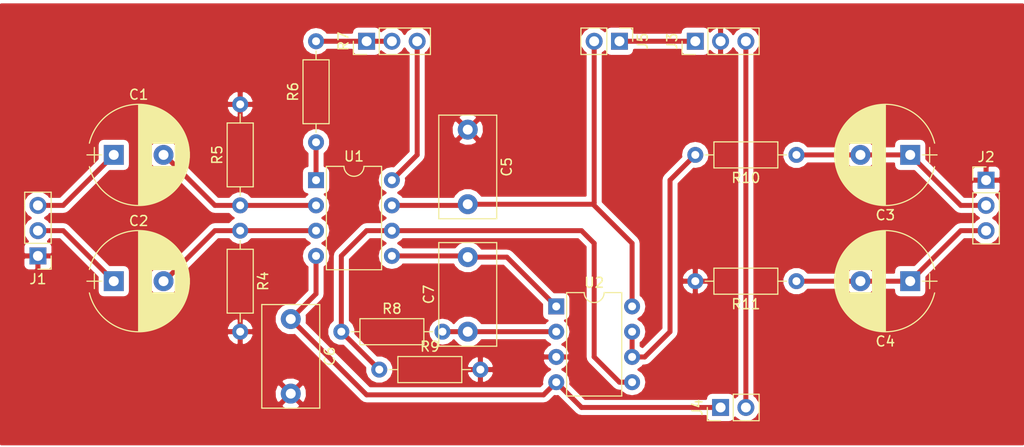
<source format=kicad_pcb>
(kicad_pcb (version 4) (host pcbnew 4.0.6)

  (general
    (links 40)
    (no_connects 2)
    (area 0 0 0 0)
    (thickness 1.6)
    (drawings 0)
    (tracks 64)
    (zones 0)
    (modules 22)
    (nets 21)
  )

  (page A)
  (layers
    (0 F.Cu signal)
    (31 B.Cu signal)
    (32 B.Adhes user)
    (33 F.Adhes user)
    (34 B.Paste user)
    (35 F.Paste user)
    (36 B.SilkS user)
    (37 F.SilkS user)
    (38 B.Mask user)
    (39 F.Mask user)
    (40 Dwgs.User user)
    (41 Cmts.User user)
    (42 Eco1.User user)
    (43 Eco2.User user)
    (44 Edge.Cuts user)
    (45 Margin user)
    (46 B.CrtYd user)
    (47 F.CrtYd user)
    (48 B.Fab user)
    (49 F.Fab user)
  )

  (setup
    (last_trace_width 0.5)
    (trace_clearance 0.5)
    (zone_clearance 0.508)
    (zone_45_only no)
    (trace_min 0.5)
    (segment_width 0.2)
    (edge_width 0.15)
    (via_size 0.6)
    (via_drill 0.4)
    (via_min_size 0.4)
    (via_min_drill 0.3)
    (uvia_size 0.3)
    (uvia_drill 0.1)
    (uvias_allowed no)
    (uvia_min_size 0.2)
    (uvia_min_drill 0.1)
    (pcb_text_width 0.3)
    (pcb_text_size 1.5 1.5)
    (mod_edge_width 0.15)
    (mod_text_size 1 1)
    (mod_text_width 0.15)
    (pad_size 1.524 1.524)
    (pad_drill 0.762)
    (pad_to_mask_clearance 0.2)
    (aux_axis_origin 0 0)
    (visible_elements FFFFFF7F)
    (pcbplotparams
      (layerselection 0x00000_00000001)
      (usegerberextensions false)
      (excludeedgelayer true)
      (linewidth 0.100000)
      (plotframeref false)
      (viasonmask false)
      (mode 1)
      (useauxorigin false)
      (hpglpennumber 1)
      (hpglpenspeed 20)
      (hpglpendiameter 15)
      (hpglpenoverlay 2)
      (psnegative false)
      (psa4output false)
      (plotreference true)
      (plotvalue true)
      (plotinvisibletext false)
      (padsonsilk false)
      (subtractmaskfromsilk false)
      (outputformat 4)
      (mirror false)
      (drillshape 0)
      (scaleselection 1)
      (outputdirectory ./))
  )

  (net 0 "")
  (net 1 "Net-(C1-Pad1)")
  (net 2 "Net-(C1-Pad2)")
  (net 3 "Net-(C2-Pad1)")
  (net 4 "Net-(C2-Pad2)")
  (net 5 "Net-(C3-Pad1)")
  (net 6 "Net-(C3-Pad2)")
  (net 7 "Net-(C4-Pad1)")
  (net 8 "Net-(C4-Pad2)")
  (net 9 GND)
  (net 10 "Net-(C7-Pad1)")
  (net 11 "Net-(C7-Pad2)")
  (net 12 "Net-(R6-Pad1)")
  (net 13 "Net-(R6-Pad2)")
  (net 14 "Net-(R7-Pad3)")
  (net 15 "Net-(R8-Pad1)")
  (net 16 "Net-(R10-Pad2)")
  (net 17 "Net-(J3-Pad1)")
  (net 18 "Net-(J3-Pad3)")
  (net 19 V+)
  (net 20 V-)

  (net_class Default "This is the default net class."
    (clearance 0.5)
    (trace_width 0.5)
    (via_dia 0.6)
    (via_drill 0.4)
    (uvia_dia 0.3)
    (uvia_drill 0.1)
    (add_net GND)
    (add_net "Net-(C1-Pad1)")
    (add_net "Net-(C1-Pad2)")
    (add_net "Net-(C2-Pad1)")
    (add_net "Net-(C2-Pad2)")
    (add_net "Net-(C3-Pad1)")
    (add_net "Net-(C3-Pad2)")
    (add_net "Net-(C4-Pad1)")
    (add_net "Net-(C4-Pad2)")
    (add_net "Net-(C7-Pad1)")
    (add_net "Net-(C7-Pad2)")
    (add_net "Net-(J3-Pad1)")
    (add_net "Net-(J3-Pad3)")
    (add_net "Net-(R10-Pad2)")
    (add_net "Net-(R6-Pad1)")
    (add_net "Net-(R6-Pad2)")
    (add_net "Net-(R7-Pad3)")
    (add_net "Net-(R8-Pad1)")
    (add_net V+)
    (add_net V-)
  )

  (module Capacitors_THT:C_Rect_L10.3mm_W5.7mm_P7.50mm_MKS4 (layer F.Cu) (tedit 5920C257) (tstamp 592B056E)
    (at 119.38 115.57 270)
    (descr "C, Rect series, Radial, pin pitch=7.50mm, , length*width=10.3*5.7mm^2, Capacitor, http://www.wima.com/EN/WIMA_MKS_4.pdf")
    (tags "C Rect series Radial pin pitch 7.50mm  length 10.3mm width 5.7mm Capacitor")
    (path /59288994)
    (fp_text reference C6 (at 3.75 -3.91 270) (layer F.SilkS)
      (effects (font (size 1 1) (thickness 0.15)))
    )
    (fp_text value 0.1μF (at 3.75 3.91 270) (layer F.Fab)
      (effects (font (size 1 1) (thickness 0.15)))
    )
    (fp_text user %R (at 3.75 0 270) (layer F.Fab)
      (effects (font (size 1 1) (thickness 0.15)))
    )
    (fp_line (start -1.4 -2.85) (end -1.4 2.85) (layer F.Fab) (width 0.1))
    (fp_line (start -1.4 2.85) (end 8.9 2.85) (layer F.Fab) (width 0.1))
    (fp_line (start 8.9 2.85) (end 8.9 -2.85) (layer F.Fab) (width 0.1))
    (fp_line (start 8.9 -2.85) (end -1.4 -2.85) (layer F.Fab) (width 0.1))
    (fp_line (start -1.46 -2.91) (end 8.96 -2.91) (layer F.SilkS) (width 0.12))
    (fp_line (start -1.46 2.91) (end 8.96 2.91) (layer F.SilkS) (width 0.12))
    (fp_line (start -1.46 -2.91) (end -1.46 2.91) (layer F.SilkS) (width 0.12))
    (fp_line (start 8.96 -2.91) (end 8.96 2.91) (layer F.SilkS) (width 0.12))
    (fp_line (start -1.75 -3.2) (end -1.75 3.2) (layer F.CrtYd) (width 0.05))
    (fp_line (start -1.75 3.2) (end 9.25 3.2) (layer F.CrtYd) (width 0.05))
    (fp_line (start 9.25 3.2) (end 9.25 -3.2) (layer F.CrtYd) (width 0.05))
    (fp_line (start 9.25 -3.2) (end -1.75 -3.2) (layer F.CrtYd) (width 0.05))
    (pad 1 thru_hole circle (at 0 0 270) (size 2 2) (drill 1) (layers *.Cu *.Mask)
      (net 20 V-))
    (pad 2 thru_hole circle (at 7.5 0 270) (size 2 2) (drill 1) (layers *.Cu *.Mask)
      (net 9 GND))
    (model ${KISYS3DMOD}/Capacitors_THT.3dshapes/C_Rect_L10.3mm_W5.7mm_P7.50mm_MKS4.wrl
      (at (xyz 0 0 0))
      (scale (xyz 0.393701 0.393701 0.393701))
      (rotate (xyz 0 0 0))
    )
  )

  (module Resistors_THT:R_Axial_DIN0207_L6.3mm_D2.5mm_P10.16mm_Horizontal (layer F.Cu) (tedit 5874F706) (tstamp 592B05BF)
    (at 128.27 120.65)
    (descr "Resistor, Axial_DIN0207 series, Axial, Horizontal, pin pitch=10.16mm, 0.25W = 1/4W, length*diameter=6.3*2.5mm^2, http://cdn-reichelt.de/documents/datenblatt/B400/1_4W%23YAG.pdf")
    (tags "Resistor Axial_DIN0207 series Axial Horizontal pin pitch 10.16mm 0.25W = 1/4W length 6.3mm diameter 2.5mm")
    (path /592B0CF9)
    (fp_text reference R9 (at 5.08 -2.31) (layer F.SilkS)
      (effects (font (size 1 1) (thickness 0.15)))
    )
    (fp_text value 10KΩ (at 5.08 2.31) (layer F.Fab)
      (effects (font (size 1 1) (thickness 0.15)))
    )
    (fp_line (start 1.93 -1.25) (end 1.93 1.25) (layer F.Fab) (width 0.1))
    (fp_line (start 1.93 1.25) (end 8.23 1.25) (layer F.Fab) (width 0.1))
    (fp_line (start 8.23 1.25) (end 8.23 -1.25) (layer F.Fab) (width 0.1))
    (fp_line (start 8.23 -1.25) (end 1.93 -1.25) (layer F.Fab) (width 0.1))
    (fp_line (start 0 0) (end 1.93 0) (layer F.Fab) (width 0.1))
    (fp_line (start 10.16 0) (end 8.23 0) (layer F.Fab) (width 0.1))
    (fp_line (start 1.87 -1.31) (end 1.87 1.31) (layer F.SilkS) (width 0.12))
    (fp_line (start 1.87 1.31) (end 8.29 1.31) (layer F.SilkS) (width 0.12))
    (fp_line (start 8.29 1.31) (end 8.29 -1.31) (layer F.SilkS) (width 0.12))
    (fp_line (start 8.29 -1.31) (end 1.87 -1.31) (layer F.SilkS) (width 0.12))
    (fp_line (start 0.98 0) (end 1.87 0) (layer F.SilkS) (width 0.12))
    (fp_line (start 9.18 0) (end 8.29 0) (layer F.SilkS) (width 0.12))
    (fp_line (start -1.05 -1.6) (end -1.05 1.6) (layer F.CrtYd) (width 0.05))
    (fp_line (start -1.05 1.6) (end 11.25 1.6) (layer F.CrtYd) (width 0.05))
    (fp_line (start 11.25 1.6) (end 11.25 -1.6) (layer F.CrtYd) (width 0.05))
    (fp_line (start 11.25 -1.6) (end -1.05 -1.6) (layer F.CrtYd) (width 0.05))
    (pad 1 thru_hole circle (at 0 0) (size 1.6 1.6) (drill 0.8) (layers *.Cu *.Mask)
      (net 15 "Net-(R8-Pad1)"))
    (pad 2 thru_hole oval (at 10.16 0) (size 1.6 1.6) (drill 0.8) (layers *.Cu *.Mask)
      (net 9 GND))
    (model Resistors_THT.3dshapes/R_Axial_DIN0207_L6.3mm_D2.5mm_P10.16mm_Horizontal.wrl
      (at (xyz 0 0 0))
      (scale (xyz 0.393701 0.393701 0.393701))
      (rotate (xyz 0 0 0))
    )
  )

  (module Housings_DIP:DIP-8_W7.62mm (layer F.Cu) (tedit 58CC8E33) (tstamp 592B05E3)
    (at 146.05 114.3)
    (descr "8-lead dip package, row spacing 7.62 mm (300 mils)")
    (tags "DIL DIP PDIP 2.54mm 7.62mm 300mil")
    (path /592AFAFD)
    (fp_text reference U2 (at 3.81 -2.39) (layer F.SilkS)
      (effects (font (size 1 1) (thickness 0.15)))
    )
    (fp_text value NE5532 (at 3.81 10.01) (layer F.Fab)
      (effects (font (size 1 1) (thickness 0.15)))
    )
    (fp_text user %R (at 3.81 3.81) (layer F.Fab)
      (effects (font (size 1 1) (thickness 0.15)))
    )
    (fp_line (start 1.635 -1.27) (end 6.985 -1.27) (layer F.Fab) (width 0.1))
    (fp_line (start 6.985 -1.27) (end 6.985 8.89) (layer F.Fab) (width 0.1))
    (fp_line (start 6.985 8.89) (end 0.635 8.89) (layer F.Fab) (width 0.1))
    (fp_line (start 0.635 8.89) (end 0.635 -0.27) (layer F.Fab) (width 0.1))
    (fp_line (start 0.635 -0.27) (end 1.635 -1.27) (layer F.Fab) (width 0.1))
    (fp_line (start 2.81 -1.39) (end 1.04 -1.39) (layer F.SilkS) (width 0.12))
    (fp_line (start 1.04 -1.39) (end 1.04 9.01) (layer F.SilkS) (width 0.12))
    (fp_line (start 1.04 9.01) (end 6.58 9.01) (layer F.SilkS) (width 0.12))
    (fp_line (start 6.58 9.01) (end 6.58 -1.39) (layer F.SilkS) (width 0.12))
    (fp_line (start 6.58 -1.39) (end 4.81 -1.39) (layer F.SilkS) (width 0.12))
    (fp_line (start -1.1 -1.6) (end -1.1 9.2) (layer F.CrtYd) (width 0.05))
    (fp_line (start -1.1 9.2) (end 8.7 9.2) (layer F.CrtYd) (width 0.05))
    (fp_line (start 8.7 9.2) (end 8.7 -1.6) (layer F.CrtYd) (width 0.05))
    (fp_line (start 8.7 -1.6) (end -1.1 -1.6) (layer F.CrtYd) (width 0.05))
    (fp_arc (start 3.81 -1.39) (end 2.81 -1.39) (angle -180) (layer F.SilkS) (width 0.12))
    (pad 1 thru_hole rect (at 0 0) (size 1.6 1.6) (drill 0.8) (layers *.Cu *.Mask)
      (net 11 "Net-(C7-Pad2)"))
    (pad 5 thru_hole oval (at 7.62 7.62) (size 1.6 1.6) (drill 0.8) (layers *.Cu *.Mask)
      (net 15 "Net-(R8-Pad1)"))
    (pad 2 thru_hole oval (at 0 2.54) (size 1.6 1.6) (drill 0.8) (layers *.Cu *.Mask)
      (net 10 "Net-(C7-Pad1)"))
    (pad 6 thru_hole oval (at 7.62 5.08) (size 1.6 1.6) (drill 0.8) (layers *.Cu *.Mask)
      (net 16 "Net-(R10-Pad2)"))
    (pad 3 thru_hole oval (at 0 5.08) (size 1.6 1.6) (drill 0.8) (layers *.Cu *.Mask)
      (net 9 GND))
    (pad 7 thru_hole oval (at 7.62 2.54) (size 1.6 1.6) (drill 0.8) (layers *.Cu *.Mask)
      (net 16 "Net-(R10-Pad2)"))
    (pad 4 thru_hole oval (at 0 7.62) (size 1.6 1.6) (drill 0.8) (layers *.Cu *.Mask)
      (net 20 V-))
    (pad 8 thru_hole oval (at 7.62 0) (size 1.6 1.6) (drill 0.8) (layers *.Cu *.Mask)
      (net 19 V+))
    (model ${KISYS3DMOD}/Housings_DIP.3dshapes/DIP-8_W7.62mm.wrl
      (at (xyz 0 0 0))
      (scale (xyz 1 1 1))
      (rotate (xyz 0 0 0))
    )
  )

  (module Capacitors_THT:CP_Radial_D10.0mm_P5.00mm (layer F.Cu) (tedit 5920C255) (tstamp 592B0550)
    (at 101.6 99.06)
    (descr "CP, Radial series, Radial, pin pitch=5.00mm, , diameter=10mm, Electrolytic Capacitor")
    (tags "CP Radial series Radial pin pitch 5.00mm  diameter 10mm Electrolytic Capacitor")
    (path /592B05C1)
    (fp_text reference C1 (at 2.5 -6.06) (layer F.SilkS)
      (effects (font (size 1 1) (thickness 0.15)))
    )
    (fp_text value 47μF (at 2.5 6.06) (layer F.Fab)
      (effects (font (size 1 1) (thickness 0.15)))
    )
    (fp_text user %R (at 2.4 0) (layer F.Fab)
      (effects (font (size 1 1) (thickness 0.15)))
    )
    (fp_line (start -2.7 0) (end -1.2 0) (layer F.Fab) (width 0.1))
    (fp_line (start -1.95 -0.75) (end -1.95 0.75) (layer F.Fab) (width 0.1))
    (fp_line (start 2.5 -5.05) (end 2.5 5.05) (layer F.SilkS) (width 0.12))
    (fp_line (start 2.54 -5.05) (end 2.54 5.05) (layer F.SilkS) (width 0.12))
    (fp_line (start 2.58 -5.05) (end 2.58 5.05) (layer F.SilkS) (width 0.12))
    (fp_line (start 2.62 -5.049) (end 2.62 5.049) (layer F.SilkS) (width 0.12))
    (fp_line (start 2.66 -5.048) (end 2.66 5.048) (layer F.SilkS) (width 0.12))
    (fp_line (start 2.7 -5.047) (end 2.7 5.047) (layer F.SilkS) (width 0.12))
    (fp_line (start 2.74 -5.045) (end 2.74 5.045) (layer F.SilkS) (width 0.12))
    (fp_line (start 2.78 -5.043) (end 2.78 5.043) (layer F.SilkS) (width 0.12))
    (fp_line (start 2.82 -5.04) (end 2.82 5.04) (layer F.SilkS) (width 0.12))
    (fp_line (start 2.86 -5.038) (end 2.86 5.038) (layer F.SilkS) (width 0.12))
    (fp_line (start 2.9 -5.035) (end 2.9 5.035) (layer F.SilkS) (width 0.12))
    (fp_line (start 2.94 -5.031) (end 2.94 5.031) (layer F.SilkS) (width 0.12))
    (fp_line (start 2.98 -5.028) (end 2.98 5.028) (layer F.SilkS) (width 0.12))
    (fp_line (start 3.02 -5.024) (end 3.02 5.024) (layer F.SilkS) (width 0.12))
    (fp_line (start 3.06 -5.02) (end 3.06 5.02) (layer F.SilkS) (width 0.12))
    (fp_line (start 3.1 -5.015) (end 3.1 5.015) (layer F.SilkS) (width 0.12))
    (fp_line (start 3.14 -5.01) (end 3.14 5.01) (layer F.SilkS) (width 0.12))
    (fp_line (start 3.18 -5.005) (end 3.18 5.005) (layer F.SilkS) (width 0.12))
    (fp_line (start 3.221 -4.999) (end 3.221 4.999) (layer F.SilkS) (width 0.12))
    (fp_line (start 3.261 -4.993) (end 3.261 4.993) (layer F.SilkS) (width 0.12))
    (fp_line (start 3.301 -4.987) (end 3.301 4.987) (layer F.SilkS) (width 0.12))
    (fp_line (start 3.341 -4.981) (end 3.341 4.981) (layer F.SilkS) (width 0.12))
    (fp_line (start 3.381 -4.974) (end 3.381 4.974) (layer F.SilkS) (width 0.12))
    (fp_line (start 3.421 -4.967) (end 3.421 4.967) (layer F.SilkS) (width 0.12))
    (fp_line (start 3.461 -4.959) (end 3.461 4.959) (layer F.SilkS) (width 0.12))
    (fp_line (start 3.501 -4.951) (end 3.501 4.951) (layer F.SilkS) (width 0.12))
    (fp_line (start 3.541 -4.943) (end 3.541 4.943) (layer F.SilkS) (width 0.12))
    (fp_line (start 3.581 -4.935) (end 3.581 4.935) (layer F.SilkS) (width 0.12))
    (fp_line (start 3.621 -4.926) (end 3.621 4.926) (layer F.SilkS) (width 0.12))
    (fp_line (start 3.661 -4.917) (end 3.661 4.917) (layer F.SilkS) (width 0.12))
    (fp_line (start 3.701 -4.907) (end 3.701 4.907) (layer F.SilkS) (width 0.12))
    (fp_line (start 3.741 -4.897) (end 3.741 4.897) (layer F.SilkS) (width 0.12))
    (fp_line (start 3.781 -4.887) (end 3.781 4.887) (layer F.SilkS) (width 0.12))
    (fp_line (start 3.821 -4.876) (end 3.821 -1.181) (layer F.SilkS) (width 0.12))
    (fp_line (start 3.821 1.181) (end 3.821 4.876) (layer F.SilkS) (width 0.12))
    (fp_line (start 3.861 -4.865) (end 3.861 -1.181) (layer F.SilkS) (width 0.12))
    (fp_line (start 3.861 1.181) (end 3.861 4.865) (layer F.SilkS) (width 0.12))
    (fp_line (start 3.901 -4.854) (end 3.901 -1.181) (layer F.SilkS) (width 0.12))
    (fp_line (start 3.901 1.181) (end 3.901 4.854) (layer F.SilkS) (width 0.12))
    (fp_line (start 3.941 -4.843) (end 3.941 -1.181) (layer F.SilkS) (width 0.12))
    (fp_line (start 3.941 1.181) (end 3.941 4.843) (layer F.SilkS) (width 0.12))
    (fp_line (start 3.981 -4.831) (end 3.981 -1.181) (layer F.SilkS) (width 0.12))
    (fp_line (start 3.981 1.181) (end 3.981 4.831) (layer F.SilkS) (width 0.12))
    (fp_line (start 4.021 -4.818) (end 4.021 -1.181) (layer F.SilkS) (width 0.12))
    (fp_line (start 4.021 1.181) (end 4.021 4.818) (layer F.SilkS) (width 0.12))
    (fp_line (start 4.061 -4.806) (end 4.061 -1.181) (layer F.SilkS) (width 0.12))
    (fp_line (start 4.061 1.181) (end 4.061 4.806) (layer F.SilkS) (width 0.12))
    (fp_line (start 4.101 -4.792) (end 4.101 -1.181) (layer F.SilkS) (width 0.12))
    (fp_line (start 4.101 1.181) (end 4.101 4.792) (layer F.SilkS) (width 0.12))
    (fp_line (start 4.141 -4.779) (end 4.141 -1.181) (layer F.SilkS) (width 0.12))
    (fp_line (start 4.141 1.181) (end 4.141 4.779) (layer F.SilkS) (width 0.12))
    (fp_line (start 4.181 -4.765) (end 4.181 -1.181) (layer F.SilkS) (width 0.12))
    (fp_line (start 4.181 1.181) (end 4.181 4.765) (layer F.SilkS) (width 0.12))
    (fp_line (start 4.221 -4.751) (end 4.221 -1.181) (layer F.SilkS) (width 0.12))
    (fp_line (start 4.221 1.181) (end 4.221 4.751) (layer F.SilkS) (width 0.12))
    (fp_line (start 4.261 -4.737) (end 4.261 -1.181) (layer F.SilkS) (width 0.12))
    (fp_line (start 4.261 1.181) (end 4.261 4.737) (layer F.SilkS) (width 0.12))
    (fp_line (start 4.301 -4.722) (end 4.301 -1.181) (layer F.SilkS) (width 0.12))
    (fp_line (start 4.301 1.181) (end 4.301 4.722) (layer F.SilkS) (width 0.12))
    (fp_line (start 4.341 -4.706) (end 4.341 -1.181) (layer F.SilkS) (width 0.12))
    (fp_line (start 4.341 1.181) (end 4.341 4.706) (layer F.SilkS) (width 0.12))
    (fp_line (start 4.381 -4.691) (end 4.381 -1.181) (layer F.SilkS) (width 0.12))
    (fp_line (start 4.381 1.181) (end 4.381 4.691) (layer F.SilkS) (width 0.12))
    (fp_line (start 4.421 -4.674) (end 4.421 -1.181) (layer F.SilkS) (width 0.12))
    (fp_line (start 4.421 1.181) (end 4.421 4.674) (layer F.SilkS) (width 0.12))
    (fp_line (start 4.461 -4.658) (end 4.461 -1.181) (layer F.SilkS) (width 0.12))
    (fp_line (start 4.461 1.181) (end 4.461 4.658) (layer F.SilkS) (width 0.12))
    (fp_line (start 4.501 -4.641) (end 4.501 -1.181) (layer F.SilkS) (width 0.12))
    (fp_line (start 4.501 1.181) (end 4.501 4.641) (layer F.SilkS) (width 0.12))
    (fp_line (start 4.541 -4.624) (end 4.541 -1.181) (layer F.SilkS) (width 0.12))
    (fp_line (start 4.541 1.181) (end 4.541 4.624) (layer F.SilkS) (width 0.12))
    (fp_line (start 4.581 -4.606) (end 4.581 -1.181) (layer F.SilkS) (width 0.12))
    (fp_line (start 4.581 1.181) (end 4.581 4.606) (layer F.SilkS) (width 0.12))
    (fp_line (start 4.621 -4.588) (end 4.621 -1.181) (layer F.SilkS) (width 0.12))
    (fp_line (start 4.621 1.181) (end 4.621 4.588) (layer F.SilkS) (width 0.12))
    (fp_line (start 4.661 -4.569) (end 4.661 -1.181) (layer F.SilkS) (width 0.12))
    (fp_line (start 4.661 1.181) (end 4.661 4.569) (layer F.SilkS) (width 0.12))
    (fp_line (start 4.701 -4.55) (end 4.701 -1.181) (layer F.SilkS) (width 0.12))
    (fp_line (start 4.701 1.181) (end 4.701 4.55) (layer F.SilkS) (width 0.12))
    (fp_line (start 4.741 -4.531) (end 4.741 -1.181) (layer F.SilkS) (width 0.12))
    (fp_line (start 4.741 1.181) (end 4.741 4.531) (layer F.SilkS) (width 0.12))
    (fp_line (start 4.781 -4.511) (end 4.781 -1.181) (layer F.SilkS) (width 0.12))
    (fp_line (start 4.781 1.181) (end 4.781 4.511) (layer F.SilkS) (width 0.12))
    (fp_line (start 4.821 -4.491) (end 4.821 -1.181) (layer F.SilkS) (width 0.12))
    (fp_line (start 4.821 1.181) (end 4.821 4.491) (layer F.SilkS) (width 0.12))
    (fp_line (start 4.861 -4.47) (end 4.861 -1.181) (layer F.SilkS) (width 0.12))
    (fp_line (start 4.861 1.181) (end 4.861 4.47) (layer F.SilkS) (width 0.12))
    (fp_line (start 4.901 -4.449) (end 4.901 -1.181) (layer F.SilkS) (width 0.12))
    (fp_line (start 4.901 1.181) (end 4.901 4.449) (layer F.SilkS) (width 0.12))
    (fp_line (start 4.941 -4.428) (end 4.941 -1.181) (layer F.SilkS) (width 0.12))
    (fp_line (start 4.941 1.181) (end 4.941 4.428) (layer F.SilkS) (width 0.12))
    (fp_line (start 4.981 -4.405) (end 4.981 -1.181) (layer F.SilkS) (width 0.12))
    (fp_line (start 4.981 1.181) (end 4.981 4.405) (layer F.SilkS) (width 0.12))
    (fp_line (start 5.021 -4.383) (end 5.021 -1.181) (layer F.SilkS) (width 0.12))
    (fp_line (start 5.021 1.181) (end 5.021 4.383) (layer F.SilkS) (width 0.12))
    (fp_line (start 5.061 -4.36) (end 5.061 -1.181) (layer F.SilkS) (width 0.12))
    (fp_line (start 5.061 1.181) (end 5.061 4.36) (layer F.SilkS) (width 0.12))
    (fp_line (start 5.101 -4.336) (end 5.101 -1.181) (layer F.SilkS) (width 0.12))
    (fp_line (start 5.101 1.181) (end 5.101 4.336) (layer F.SilkS) (width 0.12))
    (fp_line (start 5.141 -4.312) (end 5.141 -1.181) (layer F.SilkS) (width 0.12))
    (fp_line (start 5.141 1.181) (end 5.141 4.312) (layer F.SilkS) (width 0.12))
    (fp_line (start 5.181 -4.288) (end 5.181 -1.181) (layer F.SilkS) (width 0.12))
    (fp_line (start 5.181 1.181) (end 5.181 4.288) (layer F.SilkS) (width 0.12))
    (fp_line (start 5.221 -4.263) (end 5.221 -1.181) (layer F.SilkS) (width 0.12))
    (fp_line (start 5.221 1.181) (end 5.221 4.263) (layer F.SilkS) (width 0.12))
    (fp_line (start 5.261 -4.237) (end 5.261 -1.181) (layer F.SilkS) (width 0.12))
    (fp_line (start 5.261 1.181) (end 5.261 4.237) (layer F.SilkS) (width 0.12))
    (fp_line (start 5.301 -4.211) (end 5.301 -1.181) (layer F.SilkS) (width 0.12))
    (fp_line (start 5.301 1.181) (end 5.301 4.211) (layer F.SilkS) (width 0.12))
    (fp_line (start 5.341 -4.185) (end 5.341 -1.181) (layer F.SilkS) (width 0.12))
    (fp_line (start 5.341 1.181) (end 5.341 4.185) (layer F.SilkS) (width 0.12))
    (fp_line (start 5.381 -4.157) (end 5.381 -1.181) (layer F.SilkS) (width 0.12))
    (fp_line (start 5.381 1.181) (end 5.381 4.157) (layer F.SilkS) (width 0.12))
    (fp_line (start 5.421 -4.13) (end 5.421 -1.181) (layer F.SilkS) (width 0.12))
    (fp_line (start 5.421 1.181) (end 5.421 4.13) (layer F.SilkS) (width 0.12))
    (fp_line (start 5.461 -4.101) (end 5.461 -1.181) (layer F.SilkS) (width 0.12))
    (fp_line (start 5.461 1.181) (end 5.461 4.101) (layer F.SilkS) (width 0.12))
    (fp_line (start 5.501 -4.072) (end 5.501 -1.181) (layer F.SilkS) (width 0.12))
    (fp_line (start 5.501 1.181) (end 5.501 4.072) (layer F.SilkS) (width 0.12))
    (fp_line (start 5.541 -4.043) (end 5.541 -1.181) (layer F.SilkS) (width 0.12))
    (fp_line (start 5.541 1.181) (end 5.541 4.043) (layer F.SilkS) (width 0.12))
    (fp_line (start 5.581 -4.013) (end 5.581 -1.181) (layer F.SilkS) (width 0.12))
    (fp_line (start 5.581 1.181) (end 5.581 4.013) (layer F.SilkS) (width 0.12))
    (fp_line (start 5.621 -3.982) (end 5.621 -1.181) (layer F.SilkS) (width 0.12))
    (fp_line (start 5.621 1.181) (end 5.621 3.982) (layer F.SilkS) (width 0.12))
    (fp_line (start 5.661 -3.951) (end 5.661 -1.181) (layer F.SilkS) (width 0.12))
    (fp_line (start 5.661 1.181) (end 5.661 3.951) (layer F.SilkS) (width 0.12))
    (fp_line (start 5.701 -3.919) (end 5.701 -1.181) (layer F.SilkS) (width 0.12))
    (fp_line (start 5.701 1.181) (end 5.701 3.919) (layer F.SilkS) (width 0.12))
    (fp_line (start 5.741 -3.886) (end 5.741 -1.181) (layer F.SilkS) (width 0.12))
    (fp_line (start 5.741 1.181) (end 5.741 3.886) (layer F.SilkS) (width 0.12))
    (fp_line (start 5.781 -3.853) (end 5.781 -1.181) (layer F.SilkS) (width 0.12))
    (fp_line (start 5.781 1.181) (end 5.781 3.853) (layer F.SilkS) (width 0.12))
    (fp_line (start 5.821 -3.819) (end 5.821 -1.181) (layer F.SilkS) (width 0.12))
    (fp_line (start 5.821 1.181) (end 5.821 3.819) (layer F.SilkS) (width 0.12))
    (fp_line (start 5.861 -3.784) (end 5.861 -1.181) (layer F.SilkS) (width 0.12))
    (fp_line (start 5.861 1.181) (end 5.861 3.784) (layer F.SilkS) (width 0.12))
    (fp_line (start 5.901 -3.748) (end 5.901 -1.181) (layer F.SilkS) (width 0.12))
    (fp_line (start 5.901 1.181) (end 5.901 3.748) (layer F.SilkS) (width 0.12))
    (fp_line (start 5.941 -3.712) (end 5.941 -1.181) (layer F.SilkS) (width 0.12))
    (fp_line (start 5.941 1.181) (end 5.941 3.712) (layer F.SilkS) (width 0.12))
    (fp_line (start 5.981 -3.675) (end 5.981 -1.181) (layer F.SilkS) (width 0.12))
    (fp_line (start 5.981 1.181) (end 5.981 3.675) (layer F.SilkS) (width 0.12))
    (fp_line (start 6.021 -3.637) (end 6.021 -1.181) (layer F.SilkS) (width 0.12))
    (fp_line (start 6.021 1.181) (end 6.021 3.637) (layer F.SilkS) (width 0.12))
    (fp_line (start 6.061 -3.598) (end 6.061 -1.181) (layer F.SilkS) (width 0.12))
    (fp_line (start 6.061 1.181) (end 6.061 3.598) (layer F.SilkS) (width 0.12))
    (fp_line (start 6.101 -3.559) (end 6.101 -1.181) (layer F.SilkS) (width 0.12))
    (fp_line (start 6.101 1.181) (end 6.101 3.559) (layer F.SilkS) (width 0.12))
    (fp_line (start 6.141 -3.518) (end 6.141 -1.181) (layer F.SilkS) (width 0.12))
    (fp_line (start 6.141 1.181) (end 6.141 3.518) (layer F.SilkS) (width 0.12))
    (fp_line (start 6.181 -3.477) (end 6.181 3.477) (layer F.SilkS) (width 0.12))
    (fp_line (start 6.221 -3.435) (end 6.221 3.435) (layer F.SilkS) (width 0.12))
    (fp_line (start 6.261 -3.391) (end 6.261 3.391) (layer F.SilkS) (width 0.12))
    (fp_line (start 6.301 -3.347) (end 6.301 3.347) (layer F.SilkS) (width 0.12))
    (fp_line (start 6.341 -3.302) (end 6.341 3.302) (layer F.SilkS) (width 0.12))
    (fp_line (start 6.381 -3.255) (end 6.381 3.255) (layer F.SilkS) (width 0.12))
    (fp_line (start 6.421 -3.207) (end 6.421 3.207) (layer F.SilkS) (width 0.12))
    (fp_line (start 6.461 -3.158) (end 6.461 3.158) (layer F.SilkS) (width 0.12))
    (fp_line (start 6.501 -3.108) (end 6.501 3.108) (layer F.SilkS) (width 0.12))
    (fp_line (start 6.541 -3.057) (end 6.541 3.057) (layer F.SilkS) (width 0.12))
    (fp_line (start 6.581 -3.004) (end 6.581 3.004) (layer F.SilkS) (width 0.12))
    (fp_line (start 6.621 -2.949) (end 6.621 2.949) (layer F.SilkS) (width 0.12))
    (fp_line (start 6.661 -2.894) (end 6.661 2.894) (layer F.SilkS) (width 0.12))
    (fp_line (start 6.701 -2.836) (end 6.701 2.836) (layer F.SilkS) (width 0.12))
    (fp_line (start 6.741 -2.777) (end 6.741 2.777) (layer F.SilkS) (width 0.12))
    (fp_line (start 6.781 -2.715) (end 6.781 2.715) (layer F.SilkS) (width 0.12))
    (fp_line (start 6.821 -2.652) (end 6.821 2.652) (layer F.SilkS) (width 0.12))
    (fp_line (start 6.861 -2.587) (end 6.861 2.587) (layer F.SilkS) (width 0.12))
    (fp_line (start 6.901 -2.519) (end 6.901 2.519) (layer F.SilkS) (width 0.12))
    (fp_line (start 6.941 -2.449) (end 6.941 2.449) (layer F.SilkS) (width 0.12))
    (fp_line (start 6.981 -2.377) (end 6.981 2.377) (layer F.SilkS) (width 0.12))
    (fp_line (start 7.021 -2.301) (end 7.021 2.301) (layer F.SilkS) (width 0.12))
    (fp_line (start 7.061 -2.222) (end 7.061 2.222) (layer F.SilkS) (width 0.12))
    (fp_line (start 7.101 -2.14) (end 7.101 2.14) (layer F.SilkS) (width 0.12))
    (fp_line (start 7.141 -2.053) (end 7.141 2.053) (layer F.SilkS) (width 0.12))
    (fp_line (start 7.181 -1.962) (end 7.181 1.962) (layer F.SilkS) (width 0.12))
    (fp_line (start 7.221 -1.866) (end 7.221 1.866) (layer F.SilkS) (width 0.12))
    (fp_line (start 7.261 -1.763) (end 7.261 1.763) (layer F.SilkS) (width 0.12))
    (fp_line (start 7.301 -1.654) (end 7.301 1.654) (layer F.SilkS) (width 0.12))
    (fp_line (start 7.341 -1.536) (end 7.341 1.536) (layer F.SilkS) (width 0.12))
    (fp_line (start 7.381 -1.407) (end 7.381 1.407) (layer F.SilkS) (width 0.12))
    (fp_line (start 7.421 -1.265) (end 7.421 1.265) (layer F.SilkS) (width 0.12))
    (fp_line (start 7.461 -1.104) (end 7.461 1.104) (layer F.SilkS) (width 0.12))
    (fp_line (start 7.501 -0.913) (end 7.501 0.913) (layer F.SilkS) (width 0.12))
    (fp_line (start 7.541 -0.672) (end 7.541 0.672) (layer F.SilkS) (width 0.12))
    (fp_line (start 7.581 -0.279) (end 7.581 0.279) (layer F.SilkS) (width 0.12))
    (fp_line (start -2.7 0) (end -1.2 0) (layer F.SilkS) (width 0.12))
    (fp_line (start -1.95 -0.75) (end -1.95 0.75) (layer F.SilkS) (width 0.12))
    (fp_line (start -2.85 -5.35) (end -2.85 5.35) (layer F.CrtYd) (width 0.05))
    (fp_line (start -2.85 5.35) (end 7.85 5.35) (layer F.CrtYd) (width 0.05))
    (fp_line (start 7.85 5.35) (end 7.85 -5.35) (layer F.CrtYd) (width 0.05))
    (fp_line (start 7.85 -5.35) (end -2.85 -5.35) (layer F.CrtYd) (width 0.05))
    (fp_circle (center 2.5 0) (end 7.5 0) (layer F.Fab) (width 0.1))
    (fp_arc (start 2.5 0) (end -2.451333 -1.18) (angle 153.2) (layer F.SilkS) (width 0.12))
    (fp_arc (start 2.5 0) (end -2.451333 1.18) (angle -153.2) (layer F.SilkS) (width 0.12))
    (fp_arc (start 2.5 0) (end 7.451333 -1.18) (angle 26.8) (layer F.SilkS) (width 0.12))
    (pad 1 thru_hole rect (at 0 0) (size 2 2) (drill 1) (layers *.Cu *.Mask)
      (net 1 "Net-(C1-Pad1)"))
    (pad 2 thru_hole circle (at 5 0) (size 2 2) (drill 1) (layers *.Cu *.Mask)
      (net 2 "Net-(C1-Pad2)"))
    (model ${KISYS3DMOD}/Capacitors_THT.3dshapes/CP_Radial_D10.0mm_P5.00mm.wrl
      (at (xyz 0 0 0))
      (scale (xyz 0.393701 0.393701 0.393701))
      (rotate (xyz 0 0 0))
    )
  )

  (module Capacitors_THT:CP_Radial_D10.0mm_P5.00mm (layer F.Cu) (tedit 5920C255) (tstamp 592B0556)
    (at 101.6 111.76)
    (descr "CP, Radial series, Radial, pin pitch=5.00mm, , diameter=10mm, Electrolytic Capacitor")
    (tags "CP Radial series Radial pin pitch 5.00mm  diameter 10mm Electrolytic Capacitor")
    (path /592B0BCB)
    (fp_text reference C2 (at 2.5 -6.06) (layer F.SilkS)
      (effects (font (size 1 1) (thickness 0.15)))
    )
    (fp_text value 47μF (at 2.5 6.06) (layer F.Fab)
      (effects (font (size 1 1) (thickness 0.15)))
    )
    (fp_text user %R (at 2.4 0) (layer F.Fab)
      (effects (font (size 1 1) (thickness 0.15)))
    )
    (fp_line (start -2.7 0) (end -1.2 0) (layer F.Fab) (width 0.1))
    (fp_line (start -1.95 -0.75) (end -1.95 0.75) (layer F.Fab) (width 0.1))
    (fp_line (start 2.5 -5.05) (end 2.5 5.05) (layer F.SilkS) (width 0.12))
    (fp_line (start 2.54 -5.05) (end 2.54 5.05) (layer F.SilkS) (width 0.12))
    (fp_line (start 2.58 -5.05) (end 2.58 5.05) (layer F.SilkS) (width 0.12))
    (fp_line (start 2.62 -5.049) (end 2.62 5.049) (layer F.SilkS) (width 0.12))
    (fp_line (start 2.66 -5.048) (end 2.66 5.048) (layer F.SilkS) (width 0.12))
    (fp_line (start 2.7 -5.047) (end 2.7 5.047) (layer F.SilkS) (width 0.12))
    (fp_line (start 2.74 -5.045) (end 2.74 5.045) (layer F.SilkS) (width 0.12))
    (fp_line (start 2.78 -5.043) (end 2.78 5.043) (layer F.SilkS) (width 0.12))
    (fp_line (start 2.82 -5.04) (end 2.82 5.04) (layer F.SilkS) (width 0.12))
    (fp_line (start 2.86 -5.038) (end 2.86 5.038) (layer F.SilkS) (width 0.12))
    (fp_line (start 2.9 -5.035) (end 2.9 5.035) (layer F.SilkS) (width 0.12))
    (fp_line (start 2.94 -5.031) (end 2.94 5.031) (layer F.SilkS) (width 0.12))
    (fp_line (start 2.98 -5.028) (end 2.98 5.028) (layer F.SilkS) (width 0.12))
    (fp_line (start 3.02 -5.024) (end 3.02 5.024) (layer F.SilkS) (width 0.12))
    (fp_line (start 3.06 -5.02) (end 3.06 5.02) (layer F.SilkS) (width 0.12))
    (fp_line (start 3.1 -5.015) (end 3.1 5.015) (layer F.SilkS) (width 0.12))
    (fp_line (start 3.14 -5.01) (end 3.14 5.01) (layer F.SilkS) (width 0.12))
    (fp_line (start 3.18 -5.005) (end 3.18 5.005) (layer F.SilkS) (width 0.12))
    (fp_line (start 3.221 -4.999) (end 3.221 4.999) (layer F.SilkS) (width 0.12))
    (fp_line (start 3.261 -4.993) (end 3.261 4.993) (layer F.SilkS) (width 0.12))
    (fp_line (start 3.301 -4.987) (end 3.301 4.987) (layer F.SilkS) (width 0.12))
    (fp_line (start 3.341 -4.981) (end 3.341 4.981) (layer F.SilkS) (width 0.12))
    (fp_line (start 3.381 -4.974) (end 3.381 4.974) (layer F.SilkS) (width 0.12))
    (fp_line (start 3.421 -4.967) (end 3.421 4.967) (layer F.SilkS) (width 0.12))
    (fp_line (start 3.461 -4.959) (end 3.461 4.959) (layer F.SilkS) (width 0.12))
    (fp_line (start 3.501 -4.951) (end 3.501 4.951) (layer F.SilkS) (width 0.12))
    (fp_line (start 3.541 -4.943) (end 3.541 4.943) (layer F.SilkS) (width 0.12))
    (fp_line (start 3.581 -4.935) (end 3.581 4.935) (layer F.SilkS) (width 0.12))
    (fp_line (start 3.621 -4.926) (end 3.621 4.926) (layer F.SilkS) (width 0.12))
    (fp_line (start 3.661 -4.917) (end 3.661 4.917) (layer F.SilkS) (width 0.12))
    (fp_line (start 3.701 -4.907) (end 3.701 4.907) (layer F.SilkS) (width 0.12))
    (fp_line (start 3.741 -4.897) (end 3.741 4.897) (layer F.SilkS) (width 0.12))
    (fp_line (start 3.781 -4.887) (end 3.781 4.887) (layer F.SilkS) (width 0.12))
    (fp_line (start 3.821 -4.876) (end 3.821 -1.181) (layer F.SilkS) (width 0.12))
    (fp_line (start 3.821 1.181) (end 3.821 4.876) (layer F.SilkS) (width 0.12))
    (fp_line (start 3.861 -4.865) (end 3.861 -1.181) (layer F.SilkS) (width 0.12))
    (fp_line (start 3.861 1.181) (end 3.861 4.865) (layer F.SilkS) (width 0.12))
    (fp_line (start 3.901 -4.854) (end 3.901 -1.181) (layer F.SilkS) (width 0.12))
    (fp_line (start 3.901 1.181) (end 3.901 4.854) (layer F.SilkS) (width 0.12))
    (fp_line (start 3.941 -4.843) (end 3.941 -1.181) (layer F.SilkS) (width 0.12))
    (fp_line (start 3.941 1.181) (end 3.941 4.843) (layer F.SilkS) (width 0.12))
    (fp_line (start 3.981 -4.831) (end 3.981 -1.181) (layer F.SilkS) (width 0.12))
    (fp_line (start 3.981 1.181) (end 3.981 4.831) (layer F.SilkS) (width 0.12))
    (fp_line (start 4.021 -4.818) (end 4.021 -1.181) (layer F.SilkS) (width 0.12))
    (fp_line (start 4.021 1.181) (end 4.021 4.818) (layer F.SilkS) (width 0.12))
    (fp_line (start 4.061 -4.806) (end 4.061 -1.181) (layer F.SilkS) (width 0.12))
    (fp_line (start 4.061 1.181) (end 4.061 4.806) (layer F.SilkS) (width 0.12))
    (fp_line (start 4.101 -4.792) (end 4.101 -1.181) (layer F.SilkS) (width 0.12))
    (fp_line (start 4.101 1.181) (end 4.101 4.792) (layer F.SilkS) (width 0.12))
    (fp_line (start 4.141 -4.779) (end 4.141 -1.181) (layer F.SilkS) (width 0.12))
    (fp_line (start 4.141 1.181) (end 4.141 4.779) (layer F.SilkS) (width 0.12))
    (fp_line (start 4.181 -4.765) (end 4.181 -1.181) (layer F.SilkS) (width 0.12))
    (fp_line (start 4.181 1.181) (end 4.181 4.765) (layer F.SilkS) (width 0.12))
    (fp_line (start 4.221 -4.751) (end 4.221 -1.181) (layer F.SilkS) (width 0.12))
    (fp_line (start 4.221 1.181) (end 4.221 4.751) (layer F.SilkS) (width 0.12))
    (fp_line (start 4.261 -4.737) (end 4.261 -1.181) (layer F.SilkS) (width 0.12))
    (fp_line (start 4.261 1.181) (end 4.261 4.737) (layer F.SilkS) (width 0.12))
    (fp_line (start 4.301 -4.722) (end 4.301 -1.181) (layer F.SilkS) (width 0.12))
    (fp_line (start 4.301 1.181) (end 4.301 4.722) (layer F.SilkS) (width 0.12))
    (fp_line (start 4.341 -4.706) (end 4.341 -1.181) (layer F.SilkS) (width 0.12))
    (fp_line (start 4.341 1.181) (end 4.341 4.706) (layer F.SilkS) (width 0.12))
    (fp_line (start 4.381 -4.691) (end 4.381 -1.181) (layer F.SilkS) (width 0.12))
    (fp_line (start 4.381 1.181) (end 4.381 4.691) (layer F.SilkS) (width 0.12))
    (fp_line (start 4.421 -4.674) (end 4.421 -1.181) (layer F.SilkS) (width 0.12))
    (fp_line (start 4.421 1.181) (end 4.421 4.674) (layer F.SilkS) (width 0.12))
    (fp_line (start 4.461 -4.658) (end 4.461 -1.181) (layer F.SilkS) (width 0.12))
    (fp_line (start 4.461 1.181) (end 4.461 4.658) (layer F.SilkS) (width 0.12))
    (fp_line (start 4.501 -4.641) (end 4.501 -1.181) (layer F.SilkS) (width 0.12))
    (fp_line (start 4.501 1.181) (end 4.501 4.641) (layer F.SilkS) (width 0.12))
    (fp_line (start 4.541 -4.624) (end 4.541 -1.181) (layer F.SilkS) (width 0.12))
    (fp_line (start 4.541 1.181) (end 4.541 4.624) (layer F.SilkS) (width 0.12))
    (fp_line (start 4.581 -4.606) (end 4.581 -1.181) (layer F.SilkS) (width 0.12))
    (fp_line (start 4.581 1.181) (end 4.581 4.606) (layer F.SilkS) (width 0.12))
    (fp_line (start 4.621 -4.588) (end 4.621 -1.181) (layer F.SilkS) (width 0.12))
    (fp_line (start 4.621 1.181) (end 4.621 4.588) (layer F.SilkS) (width 0.12))
    (fp_line (start 4.661 -4.569) (end 4.661 -1.181) (layer F.SilkS) (width 0.12))
    (fp_line (start 4.661 1.181) (end 4.661 4.569) (layer F.SilkS) (width 0.12))
    (fp_line (start 4.701 -4.55) (end 4.701 -1.181) (layer F.SilkS) (width 0.12))
    (fp_line (start 4.701 1.181) (end 4.701 4.55) (layer F.SilkS) (width 0.12))
    (fp_line (start 4.741 -4.531) (end 4.741 -1.181) (layer F.SilkS) (width 0.12))
    (fp_line (start 4.741 1.181) (end 4.741 4.531) (layer F.SilkS) (width 0.12))
    (fp_line (start 4.781 -4.511) (end 4.781 -1.181) (layer F.SilkS) (width 0.12))
    (fp_line (start 4.781 1.181) (end 4.781 4.511) (layer F.SilkS) (width 0.12))
    (fp_line (start 4.821 -4.491) (end 4.821 -1.181) (layer F.SilkS) (width 0.12))
    (fp_line (start 4.821 1.181) (end 4.821 4.491) (layer F.SilkS) (width 0.12))
    (fp_line (start 4.861 -4.47) (end 4.861 -1.181) (layer F.SilkS) (width 0.12))
    (fp_line (start 4.861 1.181) (end 4.861 4.47) (layer F.SilkS) (width 0.12))
    (fp_line (start 4.901 -4.449) (end 4.901 -1.181) (layer F.SilkS) (width 0.12))
    (fp_line (start 4.901 1.181) (end 4.901 4.449) (layer F.SilkS) (width 0.12))
    (fp_line (start 4.941 -4.428) (end 4.941 -1.181) (layer F.SilkS) (width 0.12))
    (fp_line (start 4.941 1.181) (end 4.941 4.428) (layer F.SilkS) (width 0.12))
    (fp_line (start 4.981 -4.405) (end 4.981 -1.181) (layer F.SilkS) (width 0.12))
    (fp_line (start 4.981 1.181) (end 4.981 4.405) (layer F.SilkS) (width 0.12))
    (fp_line (start 5.021 -4.383) (end 5.021 -1.181) (layer F.SilkS) (width 0.12))
    (fp_line (start 5.021 1.181) (end 5.021 4.383) (layer F.SilkS) (width 0.12))
    (fp_line (start 5.061 -4.36) (end 5.061 -1.181) (layer F.SilkS) (width 0.12))
    (fp_line (start 5.061 1.181) (end 5.061 4.36) (layer F.SilkS) (width 0.12))
    (fp_line (start 5.101 -4.336) (end 5.101 -1.181) (layer F.SilkS) (width 0.12))
    (fp_line (start 5.101 1.181) (end 5.101 4.336) (layer F.SilkS) (width 0.12))
    (fp_line (start 5.141 -4.312) (end 5.141 -1.181) (layer F.SilkS) (width 0.12))
    (fp_line (start 5.141 1.181) (end 5.141 4.312) (layer F.SilkS) (width 0.12))
    (fp_line (start 5.181 -4.288) (end 5.181 -1.181) (layer F.SilkS) (width 0.12))
    (fp_line (start 5.181 1.181) (end 5.181 4.288) (layer F.SilkS) (width 0.12))
    (fp_line (start 5.221 -4.263) (end 5.221 -1.181) (layer F.SilkS) (width 0.12))
    (fp_line (start 5.221 1.181) (end 5.221 4.263) (layer F.SilkS) (width 0.12))
    (fp_line (start 5.261 -4.237) (end 5.261 -1.181) (layer F.SilkS) (width 0.12))
    (fp_line (start 5.261 1.181) (end 5.261 4.237) (layer F.SilkS) (width 0.12))
    (fp_line (start 5.301 -4.211) (end 5.301 -1.181) (layer F.SilkS) (width 0.12))
    (fp_line (start 5.301 1.181) (end 5.301 4.211) (layer F.SilkS) (width 0.12))
    (fp_line (start 5.341 -4.185) (end 5.341 -1.181) (layer F.SilkS) (width 0.12))
    (fp_line (start 5.341 1.181) (end 5.341 4.185) (layer F.SilkS) (width 0.12))
    (fp_line (start 5.381 -4.157) (end 5.381 -1.181) (layer F.SilkS) (width 0.12))
    (fp_line (start 5.381 1.181) (end 5.381 4.157) (layer F.SilkS) (width 0.12))
    (fp_line (start 5.421 -4.13) (end 5.421 -1.181) (layer F.SilkS) (width 0.12))
    (fp_line (start 5.421 1.181) (end 5.421 4.13) (layer F.SilkS) (width 0.12))
    (fp_line (start 5.461 -4.101) (end 5.461 -1.181) (layer F.SilkS) (width 0.12))
    (fp_line (start 5.461 1.181) (end 5.461 4.101) (layer F.SilkS) (width 0.12))
    (fp_line (start 5.501 -4.072) (end 5.501 -1.181) (layer F.SilkS) (width 0.12))
    (fp_line (start 5.501 1.181) (end 5.501 4.072) (layer F.SilkS) (width 0.12))
    (fp_line (start 5.541 -4.043) (end 5.541 -1.181) (layer F.SilkS) (width 0.12))
    (fp_line (start 5.541 1.181) (end 5.541 4.043) (layer F.SilkS) (width 0.12))
    (fp_line (start 5.581 -4.013) (end 5.581 -1.181) (layer F.SilkS) (width 0.12))
    (fp_line (start 5.581 1.181) (end 5.581 4.013) (layer F.SilkS) (width 0.12))
    (fp_line (start 5.621 -3.982) (end 5.621 -1.181) (layer F.SilkS) (width 0.12))
    (fp_line (start 5.621 1.181) (end 5.621 3.982) (layer F.SilkS) (width 0.12))
    (fp_line (start 5.661 -3.951) (end 5.661 -1.181) (layer F.SilkS) (width 0.12))
    (fp_line (start 5.661 1.181) (end 5.661 3.951) (layer F.SilkS) (width 0.12))
    (fp_line (start 5.701 -3.919) (end 5.701 -1.181) (layer F.SilkS) (width 0.12))
    (fp_line (start 5.701 1.181) (end 5.701 3.919) (layer F.SilkS) (width 0.12))
    (fp_line (start 5.741 -3.886) (end 5.741 -1.181) (layer F.SilkS) (width 0.12))
    (fp_line (start 5.741 1.181) (end 5.741 3.886) (layer F.SilkS) (width 0.12))
    (fp_line (start 5.781 -3.853) (end 5.781 -1.181) (layer F.SilkS) (width 0.12))
    (fp_line (start 5.781 1.181) (end 5.781 3.853) (layer F.SilkS) (width 0.12))
    (fp_line (start 5.821 -3.819) (end 5.821 -1.181) (layer F.SilkS) (width 0.12))
    (fp_line (start 5.821 1.181) (end 5.821 3.819) (layer F.SilkS) (width 0.12))
    (fp_line (start 5.861 -3.784) (end 5.861 -1.181) (layer F.SilkS) (width 0.12))
    (fp_line (start 5.861 1.181) (end 5.861 3.784) (layer F.SilkS) (width 0.12))
    (fp_line (start 5.901 -3.748) (end 5.901 -1.181) (layer F.SilkS) (width 0.12))
    (fp_line (start 5.901 1.181) (end 5.901 3.748) (layer F.SilkS) (width 0.12))
    (fp_line (start 5.941 -3.712) (end 5.941 -1.181) (layer F.SilkS) (width 0.12))
    (fp_line (start 5.941 1.181) (end 5.941 3.712) (layer F.SilkS) (width 0.12))
    (fp_line (start 5.981 -3.675) (end 5.981 -1.181) (layer F.SilkS) (width 0.12))
    (fp_line (start 5.981 1.181) (end 5.981 3.675) (layer F.SilkS) (width 0.12))
    (fp_line (start 6.021 -3.637) (end 6.021 -1.181) (layer F.SilkS) (width 0.12))
    (fp_line (start 6.021 1.181) (end 6.021 3.637) (layer F.SilkS) (width 0.12))
    (fp_line (start 6.061 -3.598) (end 6.061 -1.181) (layer F.SilkS) (width 0.12))
    (fp_line (start 6.061 1.181) (end 6.061 3.598) (layer F.SilkS) (width 0.12))
    (fp_line (start 6.101 -3.559) (end 6.101 -1.181) (layer F.SilkS) (width 0.12))
    (fp_line (start 6.101 1.181) (end 6.101 3.559) (layer F.SilkS) (width 0.12))
    (fp_line (start 6.141 -3.518) (end 6.141 -1.181) (layer F.SilkS) (width 0.12))
    (fp_line (start 6.141 1.181) (end 6.141 3.518) (layer F.SilkS) (width 0.12))
    (fp_line (start 6.181 -3.477) (end 6.181 3.477) (layer F.SilkS) (width 0.12))
    (fp_line (start 6.221 -3.435) (end 6.221 3.435) (layer F.SilkS) (width 0.12))
    (fp_line (start 6.261 -3.391) (end 6.261 3.391) (layer F.SilkS) (width 0.12))
    (fp_line (start 6.301 -3.347) (end 6.301 3.347) (layer F.SilkS) (width 0.12))
    (fp_line (start 6.341 -3.302) (end 6.341 3.302) (layer F.SilkS) (width 0.12))
    (fp_line (start 6.381 -3.255) (end 6.381 3.255) (layer F.SilkS) (width 0.12))
    (fp_line (start 6.421 -3.207) (end 6.421 3.207) (layer F.SilkS) (width 0.12))
    (fp_line (start 6.461 -3.158) (end 6.461 3.158) (layer F.SilkS) (width 0.12))
    (fp_line (start 6.501 -3.108) (end 6.501 3.108) (layer F.SilkS) (width 0.12))
    (fp_line (start 6.541 -3.057) (end 6.541 3.057) (layer F.SilkS) (width 0.12))
    (fp_line (start 6.581 -3.004) (end 6.581 3.004) (layer F.SilkS) (width 0.12))
    (fp_line (start 6.621 -2.949) (end 6.621 2.949) (layer F.SilkS) (width 0.12))
    (fp_line (start 6.661 -2.894) (end 6.661 2.894) (layer F.SilkS) (width 0.12))
    (fp_line (start 6.701 -2.836) (end 6.701 2.836) (layer F.SilkS) (width 0.12))
    (fp_line (start 6.741 -2.777) (end 6.741 2.777) (layer F.SilkS) (width 0.12))
    (fp_line (start 6.781 -2.715) (end 6.781 2.715) (layer F.SilkS) (width 0.12))
    (fp_line (start 6.821 -2.652) (end 6.821 2.652) (layer F.SilkS) (width 0.12))
    (fp_line (start 6.861 -2.587) (end 6.861 2.587) (layer F.SilkS) (width 0.12))
    (fp_line (start 6.901 -2.519) (end 6.901 2.519) (layer F.SilkS) (width 0.12))
    (fp_line (start 6.941 -2.449) (end 6.941 2.449) (layer F.SilkS) (width 0.12))
    (fp_line (start 6.981 -2.377) (end 6.981 2.377) (layer F.SilkS) (width 0.12))
    (fp_line (start 7.021 -2.301) (end 7.021 2.301) (layer F.SilkS) (width 0.12))
    (fp_line (start 7.061 -2.222) (end 7.061 2.222) (layer F.SilkS) (width 0.12))
    (fp_line (start 7.101 -2.14) (end 7.101 2.14) (layer F.SilkS) (width 0.12))
    (fp_line (start 7.141 -2.053) (end 7.141 2.053) (layer F.SilkS) (width 0.12))
    (fp_line (start 7.181 -1.962) (end 7.181 1.962) (layer F.SilkS) (width 0.12))
    (fp_line (start 7.221 -1.866) (end 7.221 1.866) (layer F.SilkS) (width 0.12))
    (fp_line (start 7.261 -1.763) (end 7.261 1.763) (layer F.SilkS) (width 0.12))
    (fp_line (start 7.301 -1.654) (end 7.301 1.654) (layer F.SilkS) (width 0.12))
    (fp_line (start 7.341 -1.536) (end 7.341 1.536) (layer F.SilkS) (width 0.12))
    (fp_line (start 7.381 -1.407) (end 7.381 1.407) (layer F.SilkS) (width 0.12))
    (fp_line (start 7.421 -1.265) (end 7.421 1.265) (layer F.SilkS) (width 0.12))
    (fp_line (start 7.461 -1.104) (end 7.461 1.104) (layer F.SilkS) (width 0.12))
    (fp_line (start 7.501 -0.913) (end 7.501 0.913) (layer F.SilkS) (width 0.12))
    (fp_line (start 7.541 -0.672) (end 7.541 0.672) (layer F.SilkS) (width 0.12))
    (fp_line (start 7.581 -0.279) (end 7.581 0.279) (layer F.SilkS) (width 0.12))
    (fp_line (start -2.7 0) (end -1.2 0) (layer F.SilkS) (width 0.12))
    (fp_line (start -1.95 -0.75) (end -1.95 0.75) (layer F.SilkS) (width 0.12))
    (fp_line (start -2.85 -5.35) (end -2.85 5.35) (layer F.CrtYd) (width 0.05))
    (fp_line (start -2.85 5.35) (end 7.85 5.35) (layer F.CrtYd) (width 0.05))
    (fp_line (start 7.85 5.35) (end 7.85 -5.35) (layer F.CrtYd) (width 0.05))
    (fp_line (start 7.85 -5.35) (end -2.85 -5.35) (layer F.CrtYd) (width 0.05))
    (fp_circle (center 2.5 0) (end 7.5 0) (layer F.Fab) (width 0.1))
    (fp_arc (start 2.5 0) (end -2.451333 -1.18) (angle 153.2) (layer F.SilkS) (width 0.12))
    (fp_arc (start 2.5 0) (end -2.451333 1.18) (angle -153.2) (layer F.SilkS) (width 0.12))
    (fp_arc (start 2.5 0) (end 7.451333 -1.18) (angle 26.8) (layer F.SilkS) (width 0.12))
    (pad 1 thru_hole rect (at 0 0) (size 2 2) (drill 1) (layers *.Cu *.Mask)
      (net 3 "Net-(C2-Pad1)"))
    (pad 2 thru_hole circle (at 5 0) (size 2 2) (drill 1) (layers *.Cu *.Mask)
      (net 4 "Net-(C2-Pad2)"))
    (model ${KISYS3DMOD}/Capacitors_THT.3dshapes/CP_Radial_D10.0mm_P5.00mm.wrl
      (at (xyz 0 0 0))
      (scale (xyz 0.393701 0.393701 0.393701))
      (rotate (xyz 0 0 0))
    )
  )

  (module Capacitors_THT:CP_Radial_D10.0mm_P5.00mm (layer F.Cu) (tedit 5920C255) (tstamp 592B055C)
    (at 181.61 99.06 180)
    (descr "CP, Radial series, Radial, pin pitch=5.00mm, , diameter=10mm, Electrolytic Capacitor")
    (tags "CP Radial series Radial pin pitch 5.00mm  diameter 10mm Electrolytic Capacitor")
    (path /592B0C8A)
    (fp_text reference C3 (at 2.5 -6.06 180) (layer F.SilkS)
      (effects (font (size 1 1) (thickness 0.15)))
    )
    (fp_text value 47μF (at 2.5 6.06 180) (layer F.Fab)
      (effects (font (size 1 1) (thickness 0.15)))
    )
    (fp_text user %R (at 2.4 0 180) (layer F.Fab)
      (effects (font (size 1 1) (thickness 0.15)))
    )
    (fp_line (start -2.7 0) (end -1.2 0) (layer F.Fab) (width 0.1))
    (fp_line (start -1.95 -0.75) (end -1.95 0.75) (layer F.Fab) (width 0.1))
    (fp_line (start 2.5 -5.05) (end 2.5 5.05) (layer F.SilkS) (width 0.12))
    (fp_line (start 2.54 -5.05) (end 2.54 5.05) (layer F.SilkS) (width 0.12))
    (fp_line (start 2.58 -5.05) (end 2.58 5.05) (layer F.SilkS) (width 0.12))
    (fp_line (start 2.62 -5.049) (end 2.62 5.049) (layer F.SilkS) (width 0.12))
    (fp_line (start 2.66 -5.048) (end 2.66 5.048) (layer F.SilkS) (width 0.12))
    (fp_line (start 2.7 -5.047) (end 2.7 5.047) (layer F.SilkS) (width 0.12))
    (fp_line (start 2.74 -5.045) (end 2.74 5.045) (layer F.SilkS) (width 0.12))
    (fp_line (start 2.78 -5.043) (end 2.78 5.043) (layer F.SilkS) (width 0.12))
    (fp_line (start 2.82 -5.04) (end 2.82 5.04) (layer F.SilkS) (width 0.12))
    (fp_line (start 2.86 -5.038) (end 2.86 5.038) (layer F.SilkS) (width 0.12))
    (fp_line (start 2.9 -5.035) (end 2.9 5.035) (layer F.SilkS) (width 0.12))
    (fp_line (start 2.94 -5.031) (end 2.94 5.031) (layer F.SilkS) (width 0.12))
    (fp_line (start 2.98 -5.028) (end 2.98 5.028) (layer F.SilkS) (width 0.12))
    (fp_line (start 3.02 -5.024) (end 3.02 5.024) (layer F.SilkS) (width 0.12))
    (fp_line (start 3.06 -5.02) (end 3.06 5.02) (layer F.SilkS) (width 0.12))
    (fp_line (start 3.1 -5.015) (end 3.1 5.015) (layer F.SilkS) (width 0.12))
    (fp_line (start 3.14 -5.01) (end 3.14 5.01) (layer F.SilkS) (width 0.12))
    (fp_line (start 3.18 -5.005) (end 3.18 5.005) (layer F.SilkS) (width 0.12))
    (fp_line (start 3.221 -4.999) (end 3.221 4.999) (layer F.SilkS) (width 0.12))
    (fp_line (start 3.261 -4.993) (end 3.261 4.993) (layer F.SilkS) (width 0.12))
    (fp_line (start 3.301 -4.987) (end 3.301 4.987) (layer F.SilkS) (width 0.12))
    (fp_line (start 3.341 -4.981) (end 3.341 4.981) (layer F.SilkS) (width 0.12))
    (fp_line (start 3.381 -4.974) (end 3.381 4.974) (layer F.SilkS) (width 0.12))
    (fp_line (start 3.421 -4.967) (end 3.421 4.967) (layer F.SilkS) (width 0.12))
    (fp_line (start 3.461 -4.959) (end 3.461 4.959) (layer F.SilkS) (width 0.12))
    (fp_line (start 3.501 -4.951) (end 3.501 4.951) (layer F.SilkS) (width 0.12))
    (fp_line (start 3.541 -4.943) (end 3.541 4.943) (layer F.SilkS) (width 0.12))
    (fp_line (start 3.581 -4.935) (end 3.581 4.935) (layer F.SilkS) (width 0.12))
    (fp_line (start 3.621 -4.926) (end 3.621 4.926) (layer F.SilkS) (width 0.12))
    (fp_line (start 3.661 -4.917) (end 3.661 4.917) (layer F.SilkS) (width 0.12))
    (fp_line (start 3.701 -4.907) (end 3.701 4.907) (layer F.SilkS) (width 0.12))
    (fp_line (start 3.741 -4.897) (end 3.741 4.897) (layer F.SilkS) (width 0.12))
    (fp_line (start 3.781 -4.887) (end 3.781 4.887) (layer F.SilkS) (width 0.12))
    (fp_line (start 3.821 -4.876) (end 3.821 -1.181) (layer F.SilkS) (width 0.12))
    (fp_line (start 3.821 1.181) (end 3.821 4.876) (layer F.SilkS) (width 0.12))
    (fp_line (start 3.861 -4.865) (end 3.861 -1.181) (layer F.SilkS) (width 0.12))
    (fp_line (start 3.861 1.181) (end 3.861 4.865) (layer F.SilkS) (width 0.12))
    (fp_line (start 3.901 -4.854) (end 3.901 -1.181) (layer F.SilkS) (width 0.12))
    (fp_line (start 3.901 1.181) (end 3.901 4.854) (layer F.SilkS) (width 0.12))
    (fp_line (start 3.941 -4.843) (end 3.941 -1.181) (layer F.SilkS) (width 0.12))
    (fp_line (start 3.941 1.181) (end 3.941 4.843) (layer F.SilkS) (width 0.12))
    (fp_line (start 3.981 -4.831) (end 3.981 -1.181) (layer F.SilkS) (width 0.12))
    (fp_line (start 3.981 1.181) (end 3.981 4.831) (layer F.SilkS) (width 0.12))
    (fp_line (start 4.021 -4.818) (end 4.021 -1.181) (layer F.SilkS) (width 0.12))
    (fp_line (start 4.021 1.181) (end 4.021 4.818) (layer F.SilkS) (width 0.12))
    (fp_line (start 4.061 -4.806) (end 4.061 -1.181) (layer F.SilkS) (width 0.12))
    (fp_line (start 4.061 1.181) (end 4.061 4.806) (layer F.SilkS) (width 0.12))
    (fp_line (start 4.101 -4.792) (end 4.101 -1.181) (layer F.SilkS) (width 0.12))
    (fp_line (start 4.101 1.181) (end 4.101 4.792) (layer F.SilkS) (width 0.12))
    (fp_line (start 4.141 -4.779) (end 4.141 -1.181) (layer F.SilkS) (width 0.12))
    (fp_line (start 4.141 1.181) (end 4.141 4.779) (layer F.SilkS) (width 0.12))
    (fp_line (start 4.181 -4.765) (end 4.181 -1.181) (layer F.SilkS) (width 0.12))
    (fp_line (start 4.181 1.181) (end 4.181 4.765) (layer F.SilkS) (width 0.12))
    (fp_line (start 4.221 -4.751) (end 4.221 -1.181) (layer F.SilkS) (width 0.12))
    (fp_line (start 4.221 1.181) (end 4.221 4.751) (layer F.SilkS) (width 0.12))
    (fp_line (start 4.261 -4.737) (end 4.261 -1.181) (layer F.SilkS) (width 0.12))
    (fp_line (start 4.261 1.181) (end 4.261 4.737) (layer F.SilkS) (width 0.12))
    (fp_line (start 4.301 -4.722) (end 4.301 -1.181) (layer F.SilkS) (width 0.12))
    (fp_line (start 4.301 1.181) (end 4.301 4.722) (layer F.SilkS) (width 0.12))
    (fp_line (start 4.341 -4.706) (end 4.341 -1.181) (layer F.SilkS) (width 0.12))
    (fp_line (start 4.341 1.181) (end 4.341 4.706) (layer F.SilkS) (width 0.12))
    (fp_line (start 4.381 -4.691) (end 4.381 -1.181) (layer F.SilkS) (width 0.12))
    (fp_line (start 4.381 1.181) (end 4.381 4.691) (layer F.SilkS) (width 0.12))
    (fp_line (start 4.421 -4.674) (end 4.421 -1.181) (layer F.SilkS) (width 0.12))
    (fp_line (start 4.421 1.181) (end 4.421 4.674) (layer F.SilkS) (width 0.12))
    (fp_line (start 4.461 -4.658) (end 4.461 -1.181) (layer F.SilkS) (width 0.12))
    (fp_line (start 4.461 1.181) (end 4.461 4.658) (layer F.SilkS) (width 0.12))
    (fp_line (start 4.501 -4.641) (end 4.501 -1.181) (layer F.SilkS) (width 0.12))
    (fp_line (start 4.501 1.181) (end 4.501 4.641) (layer F.SilkS) (width 0.12))
    (fp_line (start 4.541 -4.624) (end 4.541 -1.181) (layer F.SilkS) (width 0.12))
    (fp_line (start 4.541 1.181) (end 4.541 4.624) (layer F.SilkS) (width 0.12))
    (fp_line (start 4.581 -4.606) (end 4.581 -1.181) (layer F.SilkS) (width 0.12))
    (fp_line (start 4.581 1.181) (end 4.581 4.606) (layer F.SilkS) (width 0.12))
    (fp_line (start 4.621 -4.588) (end 4.621 -1.181) (layer F.SilkS) (width 0.12))
    (fp_line (start 4.621 1.181) (end 4.621 4.588) (layer F.SilkS) (width 0.12))
    (fp_line (start 4.661 -4.569) (end 4.661 -1.181) (layer F.SilkS) (width 0.12))
    (fp_line (start 4.661 1.181) (end 4.661 4.569) (layer F.SilkS) (width 0.12))
    (fp_line (start 4.701 -4.55) (end 4.701 -1.181) (layer F.SilkS) (width 0.12))
    (fp_line (start 4.701 1.181) (end 4.701 4.55) (layer F.SilkS) (width 0.12))
    (fp_line (start 4.741 -4.531) (end 4.741 -1.181) (layer F.SilkS) (width 0.12))
    (fp_line (start 4.741 1.181) (end 4.741 4.531) (layer F.SilkS) (width 0.12))
    (fp_line (start 4.781 -4.511) (end 4.781 -1.181) (layer F.SilkS) (width 0.12))
    (fp_line (start 4.781 1.181) (end 4.781 4.511) (layer F.SilkS) (width 0.12))
    (fp_line (start 4.821 -4.491) (end 4.821 -1.181) (layer F.SilkS) (width 0.12))
    (fp_line (start 4.821 1.181) (end 4.821 4.491) (layer F.SilkS) (width 0.12))
    (fp_line (start 4.861 -4.47) (end 4.861 -1.181) (layer F.SilkS) (width 0.12))
    (fp_line (start 4.861 1.181) (end 4.861 4.47) (layer F.SilkS) (width 0.12))
    (fp_line (start 4.901 -4.449) (end 4.901 -1.181) (layer F.SilkS) (width 0.12))
    (fp_line (start 4.901 1.181) (end 4.901 4.449) (layer F.SilkS) (width 0.12))
    (fp_line (start 4.941 -4.428) (end 4.941 -1.181) (layer F.SilkS) (width 0.12))
    (fp_line (start 4.941 1.181) (end 4.941 4.428) (layer F.SilkS) (width 0.12))
    (fp_line (start 4.981 -4.405) (end 4.981 -1.181) (layer F.SilkS) (width 0.12))
    (fp_line (start 4.981 1.181) (end 4.981 4.405) (layer F.SilkS) (width 0.12))
    (fp_line (start 5.021 -4.383) (end 5.021 -1.181) (layer F.SilkS) (width 0.12))
    (fp_line (start 5.021 1.181) (end 5.021 4.383) (layer F.SilkS) (width 0.12))
    (fp_line (start 5.061 -4.36) (end 5.061 -1.181) (layer F.SilkS) (width 0.12))
    (fp_line (start 5.061 1.181) (end 5.061 4.36) (layer F.SilkS) (width 0.12))
    (fp_line (start 5.101 -4.336) (end 5.101 -1.181) (layer F.SilkS) (width 0.12))
    (fp_line (start 5.101 1.181) (end 5.101 4.336) (layer F.SilkS) (width 0.12))
    (fp_line (start 5.141 -4.312) (end 5.141 -1.181) (layer F.SilkS) (width 0.12))
    (fp_line (start 5.141 1.181) (end 5.141 4.312) (layer F.SilkS) (width 0.12))
    (fp_line (start 5.181 -4.288) (end 5.181 -1.181) (layer F.SilkS) (width 0.12))
    (fp_line (start 5.181 1.181) (end 5.181 4.288) (layer F.SilkS) (width 0.12))
    (fp_line (start 5.221 -4.263) (end 5.221 -1.181) (layer F.SilkS) (width 0.12))
    (fp_line (start 5.221 1.181) (end 5.221 4.263) (layer F.SilkS) (width 0.12))
    (fp_line (start 5.261 -4.237) (end 5.261 -1.181) (layer F.SilkS) (width 0.12))
    (fp_line (start 5.261 1.181) (end 5.261 4.237) (layer F.SilkS) (width 0.12))
    (fp_line (start 5.301 -4.211) (end 5.301 -1.181) (layer F.SilkS) (width 0.12))
    (fp_line (start 5.301 1.181) (end 5.301 4.211) (layer F.SilkS) (width 0.12))
    (fp_line (start 5.341 -4.185) (end 5.341 -1.181) (layer F.SilkS) (width 0.12))
    (fp_line (start 5.341 1.181) (end 5.341 4.185) (layer F.SilkS) (width 0.12))
    (fp_line (start 5.381 -4.157) (end 5.381 -1.181) (layer F.SilkS) (width 0.12))
    (fp_line (start 5.381 1.181) (end 5.381 4.157) (layer F.SilkS) (width 0.12))
    (fp_line (start 5.421 -4.13) (end 5.421 -1.181) (layer F.SilkS) (width 0.12))
    (fp_line (start 5.421 1.181) (end 5.421 4.13) (layer F.SilkS) (width 0.12))
    (fp_line (start 5.461 -4.101) (end 5.461 -1.181) (layer F.SilkS) (width 0.12))
    (fp_line (start 5.461 1.181) (end 5.461 4.101) (layer F.SilkS) (width 0.12))
    (fp_line (start 5.501 -4.072) (end 5.501 -1.181) (layer F.SilkS) (width 0.12))
    (fp_line (start 5.501 1.181) (end 5.501 4.072) (layer F.SilkS) (width 0.12))
    (fp_line (start 5.541 -4.043) (end 5.541 -1.181) (layer F.SilkS) (width 0.12))
    (fp_line (start 5.541 1.181) (end 5.541 4.043) (layer F.SilkS) (width 0.12))
    (fp_line (start 5.581 -4.013) (end 5.581 -1.181) (layer F.SilkS) (width 0.12))
    (fp_line (start 5.581 1.181) (end 5.581 4.013) (layer F.SilkS) (width 0.12))
    (fp_line (start 5.621 -3.982) (end 5.621 -1.181) (layer F.SilkS) (width 0.12))
    (fp_line (start 5.621 1.181) (end 5.621 3.982) (layer F.SilkS) (width 0.12))
    (fp_line (start 5.661 -3.951) (end 5.661 -1.181) (layer F.SilkS) (width 0.12))
    (fp_line (start 5.661 1.181) (end 5.661 3.951) (layer F.SilkS) (width 0.12))
    (fp_line (start 5.701 -3.919) (end 5.701 -1.181) (layer F.SilkS) (width 0.12))
    (fp_line (start 5.701 1.181) (end 5.701 3.919) (layer F.SilkS) (width 0.12))
    (fp_line (start 5.741 -3.886) (end 5.741 -1.181) (layer F.SilkS) (width 0.12))
    (fp_line (start 5.741 1.181) (end 5.741 3.886) (layer F.SilkS) (width 0.12))
    (fp_line (start 5.781 -3.853) (end 5.781 -1.181) (layer F.SilkS) (width 0.12))
    (fp_line (start 5.781 1.181) (end 5.781 3.853) (layer F.SilkS) (width 0.12))
    (fp_line (start 5.821 -3.819) (end 5.821 -1.181) (layer F.SilkS) (width 0.12))
    (fp_line (start 5.821 1.181) (end 5.821 3.819) (layer F.SilkS) (width 0.12))
    (fp_line (start 5.861 -3.784) (end 5.861 -1.181) (layer F.SilkS) (width 0.12))
    (fp_line (start 5.861 1.181) (end 5.861 3.784) (layer F.SilkS) (width 0.12))
    (fp_line (start 5.901 -3.748) (end 5.901 -1.181) (layer F.SilkS) (width 0.12))
    (fp_line (start 5.901 1.181) (end 5.901 3.748) (layer F.SilkS) (width 0.12))
    (fp_line (start 5.941 -3.712) (end 5.941 -1.181) (layer F.SilkS) (width 0.12))
    (fp_line (start 5.941 1.181) (end 5.941 3.712) (layer F.SilkS) (width 0.12))
    (fp_line (start 5.981 -3.675) (end 5.981 -1.181) (layer F.SilkS) (width 0.12))
    (fp_line (start 5.981 1.181) (end 5.981 3.675) (layer F.SilkS) (width 0.12))
    (fp_line (start 6.021 -3.637) (end 6.021 -1.181) (layer F.SilkS) (width 0.12))
    (fp_line (start 6.021 1.181) (end 6.021 3.637) (layer F.SilkS) (width 0.12))
    (fp_line (start 6.061 -3.598) (end 6.061 -1.181) (layer F.SilkS) (width 0.12))
    (fp_line (start 6.061 1.181) (end 6.061 3.598) (layer F.SilkS) (width 0.12))
    (fp_line (start 6.101 -3.559) (end 6.101 -1.181) (layer F.SilkS) (width 0.12))
    (fp_line (start 6.101 1.181) (end 6.101 3.559) (layer F.SilkS) (width 0.12))
    (fp_line (start 6.141 -3.518) (end 6.141 -1.181) (layer F.SilkS) (width 0.12))
    (fp_line (start 6.141 1.181) (end 6.141 3.518) (layer F.SilkS) (width 0.12))
    (fp_line (start 6.181 -3.477) (end 6.181 3.477) (layer F.SilkS) (width 0.12))
    (fp_line (start 6.221 -3.435) (end 6.221 3.435) (layer F.SilkS) (width 0.12))
    (fp_line (start 6.261 -3.391) (end 6.261 3.391) (layer F.SilkS) (width 0.12))
    (fp_line (start 6.301 -3.347) (end 6.301 3.347) (layer F.SilkS) (width 0.12))
    (fp_line (start 6.341 -3.302) (end 6.341 3.302) (layer F.SilkS) (width 0.12))
    (fp_line (start 6.381 -3.255) (end 6.381 3.255) (layer F.SilkS) (width 0.12))
    (fp_line (start 6.421 -3.207) (end 6.421 3.207) (layer F.SilkS) (width 0.12))
    (fp_line (start 6.461 -3.158) (end 6.461 3.158) (layer F.SilkS) (width 0.12))
    (fp_line (start 6.501 -3.108) (end 6.501 3.108) (layer F.SilkS) (width 0.12))
    (fp_line (start 6.541 -3.057) (end 6.541 3.057) (layer F.SilkS) (width 0.12))
    (fp_line (start 6.581 -3.004) (end 6.581 3.004) (layer F.SilkS) (width 0.12))
    (fp_line (start 6.621 -2.949) (end 6.621 2.949) (layer F.SilkS) (width 0.12))
    (fp_line (start 6.661 -2.894) (end 6.661 2.894) (layer F.SilkS) (width 0.12))
    (fp_line (start 6.701 -2.836) (end 6.701 2.836) (layer F.SilkS) (width 0.12))
    (fp_line (start 6.741 -2.777) (end 6.741 2.777) (layer F.SilkS) (width 0.12))
    (fp_line (start 6.781 -2.715) (end 6.781 2.715) (layer F.SilkS) (width 0.12))
    (fp_line (start 6.821 -2.652) (end 6.821 2.652) (layer F.SilkS) (width 0.12))
    (fp_line (start 6.861 -2.587) (end 6.861 2.587) (layer F.SilkS) (width 0.12))
    (fp_line (start 6.901 -2.519) (end 6.901 2.519) (layer F.SilkS) (width 0.12))
    (fp_line (start 6.941 -2.449) (end 6.941 2.449) (layer F.SilkS) (width 0.12))
    (fp_line (start 6.981 -2.377) (end 6.981 2.377) (layer F.SilkS) (width 0.12))
    (fp_line (start 7.021 -2.301) (end 7.021 2.301) (layer F.SilkS) (width 0.12))
    (fp_line (start 7.061 -2.222) (end 7.061 2.222) (layer F.SilkS) (width 0.12))
    (fp_line (start 7.101 -2.14) (end 7.101 2.14) (layer F.SilkS) (width 0.12))
    (fp_line (start 7.141 -2.053) (end 7.141 2.053) (layer F.SilkS) (width 0.12))
    (fp_line (start 7.181 -1.962) (end 7.181 1.962) (layer F.SilkS) (width 0.12))
    (fp_line (start 7.221 -1.866) (end 7.221 1.866) (layer F.SilkS) (width 0.12))
    (fp_line (start 7.261 -1.763) (end 7.261 1.763) (layer F.SilkS) (width 0.12))
    (fp_line (start 7.301 -1.654) (end 7.301 1.654) (layer F.SilkS) (width 0.12))
    (fp_line (start 7.341 -1.536) (end 7.341 1.536) (layer F.SilkS) (width 0.12))
    (fp_line (start 7.381 -1.407) (end 7.381 1.407) (layer F.SilkS) (width 0.12))
    (fp_line (start 7.421 -1.265) (end 7.421 1.265) (layer F.SilkS) (width 0.12))
    (fp_line (start 7.461 -1.104) (end 7.461 1.104) (layer F.SilkS) (width 0.12))
    (fp_line (start 7.501 -0.913) (end 7.501 0.913) (layer F.SilkS) (width 0.12))
    (fp_line (start 7.541 -0.672) (end 7.541 0.672) (layer F.SilkS) (width 0.12))
    (fp_line (start 7.581 -0.279) (end 7.581 0.279) (layer F.SilkS) (width 0.12))
    (fp_line (start -2.7 0) (end -1.2 0) (layer F.SilkS) (width 0.12))
    (fp_line (start -1.95 -0.75) (end -1.95 0.75) (layer F.SilkS) (width 0.12))
    (fp_line (start -2.85 -5.35) (end -2.85 5.35) (layer F.CrtYd) (width 0.05))
    (fp_line (start -2.85 5.35) (end 7.85 5.35) (layer F.CrtYd) (width 0.05))
    (fp_line (start 7.85 5.35) (end 7.85 -5.35) (layer F.CrtYd) (width 0.05))
    (fp_line (start 7.85 -5.35) (end -2.85 -5.35) (layer F.CrtYd) (width 0.05))
    (fp_circle (center 2.5 0) (end 7.5 0) (layer F.Fab) (width 0.1))
    (fp_arc (start 2.5 0) (end -2.451333 -1.18) (angle 153.2) (layer F.SilkS) (width 0.12))
    (fp_arc (start 2.5 0) (end -2.451333 1.18) (angle -153.2) (layer F.SilkS) (width 0.12))
    (fp_arc (start 2.5 0) (end 7.451333 -1.18) (angle 26.8) (layer F.SilkS) (width 0.12))
    (pad 1 thru_hole rect (at 0 0 180) (size 2 2) (drill 1) (layers *.Cu *.Mask)
      (net 5 "Net-(C3-Pad1)"))
    (pad 2 thru_hole circle (at 5 0 180) (size 2 2) (drill 1) (layers *.Cu *.Mask)
      (net 6 "Net-(C3-Pad2)"))
    (model ${KISYS3DMOD}/Capacitors_THT.3dshapes/CP_Radial_D10.0mm_P5.00mm.wrl
      (at (xyz 0 0 0))
      (scale (xyz 0.393701 0.393701 0.393701))
      (rotate (xyz 0 0 0))
    )
  )

  (module Capacitors_THT:CP_Radial_D10.0mm_P5.00mm (layer F.Cu) (tedit 5920C255) (tstamp 592B0562)
    (at 181.61 111.76 180)
    (descr "CP, Radial series, Radial, pin pitch=5.00mm, , diameter=10mm, Electrolytic Capacitor")
    (tags "CP Radial series Radial pin pitch 5.00mm  diameter 10mm Electrolytic Capacitor")
    (path /592B0D19)
    (fp_text reference C4 (at 2.5 -6.06 180) (layer F.SilkS)
      (effects (font (size 1 1) (thickness 0.15)))
    )
    (fp_text value 47μF (at 2.5 6.06 180) (layer F.Fab)
      (effects (font (size 1 1) (thickness 0.15)))
    )
    (fp_text user %R (at 2.4 0 180) (layer F.Fab)
      (effects (font (size 1 1) (thickness 0.15)))
    )
    (fp_line (start -2.7 0) (end -1.2 0) (layer F.Fab) (width 0.1))
    (fp_line (start -1.95 -0.75) (end -1.95 0.75) (layer F.Fab) (width 0.1))
    (fp_line (start 2.5 -5.05) (end 2.5 5.05) (layer F.SilkS) (width 0.12))
    (fp_line (start 2.54 -5.05) (end 2.54 5.05) (layer F.SilkS) (width 0.12))
    (fp_line (start 2.58 -5.05) (end 2.58 5.05) (layer F.SilkS) (width 0.12))
    (fp_line (start 2.62 -5.049) (end 2.62 5.049) (layer F.SilkS) (width 0.12))
    (fp_line (start 2.66 -5.048) (end 2.66 5.048) (layer F.SilkS) (width 0.12))
    (fp_line (start 2.7 -5.047) (end 2.7 5.047) (layer F.SilkS) (width 0.12))
    (fp_line (start 2.74 -5.045) (end 2.74 5.045) (layer F.SilkS) (width 0.12))
    (fp_line (start 2.78 -5.043) (end 2.78 5.043) (layer F.SilkS) (width 0.12))
    (fp_line (start 2.82 -5.04) (end 2.82 5.04) (layer F.SilkS) (width 0.12))
    (fp_line (start 2.86 -5.038) (end 2.86 5.038) (layer F.SilkS) (width 0.12))
    (fp_line (start 2.9 -5.035) (end 2.9 5.035) (layer F.SilkS) (width 0.12))
    (fp_line (start 2.94 -5.031) (end 2.94 5.031) (layer F.SilkS) (width 0.12))
    (fp_line (start 2.98 -5.028) (end 2.98 5.028) (layer F.SilkS) (width 0.12))
    (fp_line (start 3.02 -5.024) (end 3.02 5.024) (layer F.SilkS) (width 0.12))
    (fp_line (start 3.06 -5.02) (end 3.06 5.02) (layer F.SilkS) (width 0.12))
    (fp_line (start 3.1 -5.015) (end 3.1 5.015) (layer F.SilkS) (width 0.12))
    (fp_line (start 3.14 -5.01) (end 3.14 5.01) (layer F.SilkS) (width 0.12))
    (fp_line (start 3.18 -5.005) (end 3.18 5.005) (layer F.SilkS) (width 0.12))
    (fp_line (start 3.221 -4.999) (end 3.221 4.999) (layer F.SilkS) (width 0.12))
    (fp_line (start 3.261 -4.993) (end 3.261 4.993) (layer F.SilkS) (width 0.12))
    (fp_line (start 3.301 -4.987) (end 3.301 4.987) (layer F.SilkS) (width 0.12))
    (fp_line (start 3.341 -4.981) (end 3.341 4.981) (layer F.SilkS) (width 0.12))
    (fp_line (start 3.381 -4.974) (end 3.381 4.974) (layer F.SilkS) (width 0.12))
    (fp_line (start 3.421 -4.967) (end 3.421 4.967) (layer F.SilkS) (width 0.12))
    (fp_line (start 3.461 -4.959) (end 3.461 4.959) (layer F.SilkS) (width 0.12))
    (fp_line (start 3.501 -4.951) (end 3.501 4.951) (layer F.SilkS) (width 0.12))
    (fp_line (start 3.541 -4.943) (end 3.541 4.943) (layer F.SilkS) (width 0.12))
    (fp_line (start 3.581 -4.935) (end 3.581 4.935) (layer F.SilkS) (width 0.12))
    (fp_line (start 3.621 -4.926) (end 3.621 4.926) (layer F.SilkS) (width 0.12))
    (fp_line (start 3.661 -4.917) (end 3.661 4.917) (layer F.SilkS) (width 0.12))
    (fp_line (start 3.701 -4.907) (end 3.701 4.907) (layer F.SilkS) (width 0.12))
    (fp_line (start 3.741 -4.897) (end 3.741 4.897) (layer F.SilkS) (width 0.12))
    (fp_line (start 3.781 -4.887) (end 3.781 4.887) (layer F.SilkS) (width 0.12))
    (fp_line (start 3.821 -4.876) (end 3.821 -1.181) (layer F.SilkS) (width 0.12))
    (fp_line (start 3.821 1.181) (end 3.821 4.876) (layer F.SilkS) (width 0.12))
    (fp_line (start 3.861 -4.865) (end 3.861 -1.181) (layer F.SilkS) (width 0.12))
    (fp_line (start 3.861 1.181) (end 3.861 4.865) (layer F.SilkS) (width 0.12))
    (fp_line (start 3.901 -4.854) (end 3.901 -1.181) (layer F.SilkS) (width 0.12))
    (fp_line (start 3.901 1.181) (end 3.901 4.854) (layer F.SilkS) (width 0.12))
    (fp_line (start 3.941 -4.843) (end 3.941 -1.181) (layer F.SilkS) (width 0.12))
    (fp_line (start 3.941 1.181) (end 3.941 4.843) (layer F.SilkS) (width 0.12))
    (fp_line (start 3.981 -4.831) (end 3.981 -1.181) (layer F.SilkS) (width 0.12))
    (fp_line (start 3.981 1.181) (end 3.981 4.831) (layer F.SilkS) (width 0.12))
    (fp_line (start 4.021 -4.818) (end 4.021 -1.181) (layer F.SilkS) (width 0.12))
    (fp_line (start 4.021 1.181) (end 4.021 4.818) (layer F.SilkS) (width 0.12))
    (fp_line (start 4.061 -4.806) (end 4.061 -1.181) (layer F.SilkS) (width 0.12))
    (fp_line (start 4.061 1.181) (end 4.061 4.806) (layer F.SilkS) (width 0.12))
    (fp_line (start 4.101 -4.792) (end 4.101 -1.181) (layer F.SilkS) (width 0.12))
    (fp_line (start 4.101 1.181) (end 4.101 4.792) (layer F.SilkS) (width 0.12))
    (fp_line (start 4.141 -4.779) (end 4.141 -1.181) (layer F.SilkS) (width 0.12))
    (fp_line (start 4.141 1.181) (end 4.141 4.779) (layer F.SilkS) (width 0.12))
    (fp_line (start 4.181 -4.765) (end 4.181 -1.181) (layer F.SilkS) (width 0.12))
    (fp_line (start 4.181 1.181) (end 4.181 4.765) (layer F.SilkS) (width 0.12))
    (fp_line (start 4.221 -4.751) (end 4.221 -1.181) (layer F.SilkS) (width 0.12))
    (fp_line (start 4.221 1.181) (end 4.221 4.751) (layer F.SilkS) (width 0.12))
    (fp_line (start 4.261 -4.737) (end 4.261 -1.181) (layer F.SilkS) (width 0.12))
    (fp_line (start 4.261 1.181) (end 4.261 4.737) (layer F.SilkS) (width 0.12))
    (fp_line (start 4.301 -4.722) (end 4.301 -1.181) (layer F.SilkS) (width 0.12))
    (fp_line (start 4.301 1.181) (end 4.301 4.722) (layer F.SilkS) (width 0.12))
    (fp_line (start 4.341 -4.706) (end 4.341 -1.181) (layer F.SilkS) (width 0.12))
    (fp_line (start 4.341 1.181) (end 4.341 4.706) (layer F.SilkS) (width 0.12))
    (fp_line (start 4.381 -4.691) (end 4.381 -1.181) (layer F.SilkS) (width 0.12))
    (fp_line (start 4.381 1.181) (end 4.381 4.691) (layer F.SilkS) (width 0.12))
    (fp_line (start 4.421 -4.674) (end 4.421 -1.181) (layer F.SilkS) (width 0.12))
    (fp_line (start 4.421 1.181) (end 4.421 4.674) (layer F.SilkS) (width 0.12))
    (fp_line (start 4.461 -4.658) (end 4.461 -1.181) (layer F.SilkS) (width 0.12))
    (fp_line (start 4.461 1.181) (end 4.461 4.658) (layer F.SilkS) (width 0.12))
    (fp_line (start 4.501 -4.641) (end 4.501 -1.181) (layer F.SilkS) (width 0.12))
    (fp_line (start 4.501 1.181) (end 4.501 4.641) (layer F.SilkS) (width 0.12))
    (fp_line (start 4.541 -4.624) (end 4.541 -1.181) (layer F.SilkS) (width 0.12))
    (fp_line (start 4.541 1.181) (end 4.541 4.624) (layer F.SilkS) (width 0.12))
    (fp_line (start 4.581 -4.606) (end 4.581 -1.181) (layer F.SilkS) (width 0.12))
    (fp_line (start 4.581 1.181) (end 4.581 4.606) (layer F.SilkS) (width 0.12))
    (fp_line (start 4.621 -4.588) (end 4.621 -1.181) (layer F.SilkS) (width 0.12))
    (fp_line (start 4.621 1.181) (end 4.621 4.588) (layer F.SilkS) (width 0.12))
    (fp_line (start 4.661 -4.569) (end 4.661 -1.181) (layer F.SilkS) (width 0.12))
    (fp_line (start 4.661 1.181) (end 4.661 4.569) (layer F.SilkS) (width 0.12))
    (fp_line (start 4.701 -4.55) (end 4.701 -1.181) (layer F.SilkS) (width 0.12))
    (fp_line (start 4.701 1.181) (end 4.701 4.55) (layer F.SilkS) (width 0.12))
    (fp_line (start 4.741 -4.531) (end 4.741 -1.181) (layer F.SilkS) (width 0.12))
    (fp_line (start 4.741 1.181) (end 4.741 4.531) (layer F.SilkS) (width 0.12))
    (fp_line (start 4.781 -4.511) (end 4.781 -1.181) (layer F.SilkS) (width 0.12))
    (fp_line (start 4.781 1.181) (end 4.781 4.511) (layer F.SilkS) (width 0.12))
    (fp_line (start 4.821 -4.491) (end 4.821 -1.181) (layer F.SilkS) (width 0.12))
    (fp_line (start 4.821 1.181) (end 4.821 4.491) (layer F.SilkS) (width 0.12))
    (fp_line (start 4.861 -4.47) (end 4.861 -1.181) (layer F.SilkS) (width 0.12))
    (fp_line (start 4.861 1.181) (end 4.861 4.47) (layer F.SilkS) (width 0.12))
    (fp_line (start 4.901 -4.449) (end 4.901 -1.181) (layer F.SilkS) (width 0.12))
    (fp_line (start 4.901 1.181) (end 4.901 4.449) (layer F.SilkS) (width 0.12))
    (fp_line (start 4.941 -4.428) (end 4.941 -1.181) (layer F.SilkS) (width 0.12))
    (fp_line (start 4.941 1.181) (end 4.941 4.428) (layer F.SilkS) (width 0.12))
    (fp_line (start 4.981 -4.405) (end 4.981 -1.181) (layer F.SilkS) (width 0.12))
    (fp_line (start 4.981 1.181) (end 4.981 4.405) (layer F.SilkS) (width 0.12))
    (fp_line (start 5.021 -4.383) (end 5.021 -1.181) (layer F.SilkS) (width 0.12))
    (fp_line (start 5.021 1.181) (end 5.021 4.383) (layer F.SilkS) (width 0.12))
    (fp_line (start 5.061 -4.36) (end 5.061 -1.181) (layer F.SilkS) (width 0.12))
    (fp_line (start 5.061 1.181) (end 5.061 4.36) (layer F.SilkS) (width 0.12))
    (fp_line (start 5.101 -4.336) (end 5.101 -1.181) (layer F.SilkS) (width 0.12))
    (fp_line (start 5.101 1.181) (end 5.101 4.336) (layer F.SilkS) (width 0.12))
    (fp_line (start 5.141 -4.312) (end 5.141 -1.181) (layer F.SilkS) (width 0.12))
    (fp_line (start 5.141 1.181) (end 5.141 4.312) (layer F.SilkS) (width 0.12))
    (fp_line (start 5.181 -4.288) (end 5.181 -1.181) (layer F.SilkS) (width 0.12))
    (fp_line (start 5.181 1.181) (end 5.181 4.288) (layer F.SilkS) (width 0.12))
    (fp_line (start 5.221 -4.263) (end 5.221 -1.181) (layer F.SilkS) (width 0.12))
    (fp_line (start 5.221 1.181) (end 5.221 4.263) (layer F.SilkS) (width 0.12))
    (fp_line (start 5.261 -4.237) (end 5.261 -1.181) (layer F.SilkS) (width 0.12))
    (fp_line (start 5.261 1.181) (end 5.261 4.237) (layer F.SilkS) (width 0.12))
    (fp_line (start 5.301 -4.211) (end 5.301 -1.181) (layer F.SilkS) (width 0.12))
    (fp_line (start 5.301 1.181) (end 5.301 4.211) (layer F.SilkS) (width 0.12))
    (fp_line (start 5.341 -4.185) (end 5.341 -1.181) (layer F.SilkS) (width 0.12))
    (fp_line (start 5.341 1.181) (end 5.341 4.185) (layer F.SilkS) (width 0.12))
    (fp_line (start 5.381 -4.157) (end 5.381 -1.181) (layer F.SilkS) (width 0.12))
    (fp_line (start 5.381 1.181) (end 5.381 4.157) (layer F.SilkS) (width 0.12))
    (fp_line (start 5.421 -4.13) (end 5.421 -1.181) (layer F.SilkS) (width 0.12))
    (fp_line (start 5.421 1.181) (end 5.421 4.13) (layer F.SilkS) (width 0.12))
    (fp_line (start 5.461 -4.101) (end 5.461 -1.181) (layer F.SilkS) (width 0.12))
    (fp_line (start 5.461 1.181) (end 5.461 4.101) (layer F.SilkS) (width 0.12))
    (fp_line (start 5.501 -4.072) (end 5.501 -1.181) (layer F.SilkS) (width 0.12))
    (fp_line (start 5.501 1.181) (end 5.501 4.072) (layer F.SilkS) (width 0.12))
    (fp_line (start 5.541 -4.043) (end 5.541 -1.181) (layer F.SilkS) (width 0.12))
    (fp_line (start 5.541 1.181) (end 5.541 4.043) (layer F.SilkS) (width 0.12))
    (fp_line (start 5.581 -4.013) (end 5.581 -1.181) (layer F.SilkS) (width 0.12))
    (fp_line (start 5.581 1.181) (end 5.581 4.013) (layer F.SilkS) (width 0.12))
    (fp_line (start 5.621 -3.982) (end 5.621 -1.181) (layer F.SilkS) (width 0.12))
    (fp_line (start 5.621 1.181) (end 5.621 3.982) (layer F.SilkS) (width 0.12))
    (fp_line (start 5.661 -3.951) (end 5.661 -1.181) (layer F.SilkS) (width 0.12))
    (fp_line (start 5.661 1.181) (end 5.661 3.951) (layer F.SilkS) (width 0.12))
    (fp_line (start 5.701 -3.919) (end 5.701 -1.181) (layer F.SilkS) (width 0.12))
    (fp_line (start 5.701 1.181) (end 5.701 3.919) (layer F.SilkS) (width 0.12))
    (fp_line (start 5.741 -3.886) (end 5.741 -1.181) (layer F.SilkS) (width 0.12))
    (fp_line (start 5.741 1.181) (end 5.741 3.886) (layer F.SilkS) (width 0.12))
    (fp_line (start 5.781 -3.853) (end 5.781 -1.181) (layer F.SilkS) (width 0.12))
    (fp_line (start 5.781 1.181) (end 5.781 3.853) (layer F.SilkS) (width 0.12))
    (fp_line (start 5.821 -3.819) (end 5.821 -1.181) (layer F.SilkS) (width 0.12))
    (fp_line (start 5.821 1.181) (end 5.821 3.819) (layer F.SilkS) (width 0.12))
    (fp_line (start 5.861 -3.784) (end 5.861 -1.181) (layer F.SilkS) (width 0.12))
    (fp_line (start 5.861 1.181) (end 5.861 3.784) (layer F.SilkS) (width 0.12))
    (fp_line (start 5.901 -3.748) (end 5.901 -1.181) (layer F.SilkS) (width 0.12))
    (fp_line (start 5.901 1.181) (end 5.901 3.748) (layer F.SilkS) (width 0.12))
    (fp_line (start 5.941 -3.712) (end 5.941 -1.181) (layer F.SilkS) (width 0.12))
    (fp_line (start 5.941 1.181) (end 5.941 3.712) (layer F.SilkS) (width 0.12))
    (fp_line (start 5.981 -3.675) (end 5.981 -1.181) (layer F.SilkS) (width 0.12))
    (fp_line (start 5.981 1.181) (end 5.981 3.675) (layer F.SilkS) (width 0.12))
    (fp_line (start 6.021 -3.637) (end 6.021 -1.181) (layer F.SilkS) (width 0.12))
    (fp_line (start 6.021 1.181) (end 6.021 3.637) (layer F.SilkS) (width 0.12))
    (fp_line (start 6.061 -3.598) (end 6.061 -1.181) (layer F.SilkS) (width 0.12))
    (fp_line (start 6.061 1.181) (end 6.061 3.598) (layer F.SilkS) (width 0.12))
    (fp_line (start 6.101 -3.559) (end 6.101 -1.181) (layer F.SilkS) (width 0.12))
    (fp_line (start 6.101 1.181) (end 6.101 3.559) (layer F.SilkS) (width 0.12))
    (fp_line (start 6.141 -3.518) (end 6.141 -1.181) (layer F.SilkS) (width 0.12))
    (fp_line (start 6.141 1.181) (end 6.141 3.518) (layer F.SilkS) (width 0.12))
    (fp_line (start 6.181 -3.477) (end 6.181 3.477) (layer F.SilkS) (width 0.12))
    (fp_line (start 6.221 -3.435) (end 6.221 3.435) (layer F.SilkS) (width 0.12))
    (fp_line (start 6.261 -3.391) (end 6.261 3.391) (layer F.SilkS) (width 0.12))
    (fp_line (start 6.301 -3.347) (end 6.301 3.347) (layer F.SilkS) (width 0.12))
    (fp_line (start 6.341 -3.302) (end 6.341 3.302) (layer F.SilkS) (width 0.12))
    (fp_line (start 6.381 -3.255) (end 6.381 3.255) (layer F.SilkS) (width 0.12))
    (fp_line (start 6.421 -3.207) (end 6.421 3.207) (layer F.SilkS) (width 0.12))
    (fp_line (start 6.461 -3.158) (end 6.461 3.158) (layer F.SilkS) (width 0.12))
    (fp_line (start 6.501 -3.108) (end 6.501 3.108) (layer F.SilkS) (width 0.12))
    (fp_line (start 6.541 -3.057) (end 6.541 3.057) (layer F.SilkS) (width 0.12))
    (fp_line (start 6.581 -3.004) (end 6.581 3.004) (layer F.SilkS) (width 0.12))
    (fp_line (start 6.621 -2.949) (end 6.621 2.949) (layer F.SilkS) (width 0.12))
    (fp_line (start 6.661 -2.894) (end 6.661 2.894) (layer F.SilkS) (width 0.12))
    (fp_line (start 6.701 -2.836) (end 6.701 2.836) (layer F.SilkS) (width 0.12))
    (fp_line (start 6.741 -2.777) (end 6.741 2.777) (layer F.SilkS) (width 0.12))
    (fp_line (start 6.781 -2.715) (end 6.781 2.715) (layer F.SilkS) (width 0.12))
    (fp_line (start 6.821 -2.652) (end 6.821 2.652) (layer F.SilkS) (width 0.12))
    (fp_line (start 6.861 -2.587) (end 6.861 2.587) (layer F.SilkS) (width 0.12))
    (fp_line (start 6.901 -2.519) (end 6.901 2.519) (layer F.SilkS) (width 0.12))
    (fp_line (start 6.941 -2.449) (end 6.941 2.449) (layer F.SilkS) (width 0.12))
    (fp_line (start 6.981 -2.377) (end 6.981 2.377) (layer F.SilkS) (width 0.12))
    (fp_line (start 7.021 -2.301) (end 7.021 2.301) (layer F.SilkS) (width 0.12))
    (fp_line (start 7.061 -2.222) (end 7.061 2.222) (layer F.SilkS) (width 0.12))
    (fp_line (start 7.101 -2.14) (end 7.101 2.14) (layer F.SilkS) (width 0.12))
    (fp_line (start 7.141 -2.053) (end 7.141 2.053) (layer F.SilkS) (width 0.12))
    (fp_line (start 7.181 -1.962) (end 7.181 1.962) (layer F.SilkS) (width 0.12))
    (fp_line (start 7.221 -1.866) (end 7.221 1.866) (layer F.SilkS) (width 0.12))
    (fp_line (start 7.261 -1.763) (end 7.261 1.763) (layer F.SilkS) (width 0.12))
    (fp_line (start 7.301 -1.654) (end 7.301 1.654) (layer F.SilkS) (width 0.12))
    (fp_line (start 7.341 -1.536) (end 7.341 1.536) (layer F.SilkS) (width 0.12))
    (fp_line (start 7.381 -1.407) (end 7.381 1.407) (layer F.SilkS) (width 0.12))
    (fp_line (start 7.421 -1.265) (end 7.421 1.265) (layer F.SilkS) (width 0.12))
    (fp_line (start 7.461 -1.104) (end 7.461 1.104) (layer F.SilkS) (width 0.12))
    (fp_line (start 7.501 -0.913) (end 7.501 0.913) (layer F.SilkS) (width 0.12))
    (fp_line (start 7.541 -0.672) (end 7.541 0.672) (layer F.SilkS) (width 0.12))
    (fp_line (start 7.581 -0.279) (end 7.581 0.279) (layer F.SilkS) (width 0.12))
    (fp_line (start -2.7 0) (end -1.2 0) (layer F.SilkS) (width 0.12))
    (fp_line (start -1.95 -0.75) (end -1.95 0.75) (layer F.SilkS) (width 0.12))
    (fp_line (start -2.85 -5.35) (end -2.85 5.35) (layer F.CrtYd) (width 0.05))
    (fp_line (start -2.85 5.35) (end 7.85 5.35) (layer F.CrtYd) (width 0.05))
    (fp_line (start 7.85 5.35) (end 7.85 -5.35) (layer F.CrtYd) (width 0.05))
    (fp_line (start 7.85 -5.35) (end -2.85 -5.35) (layer F.CrtYd) (width 0.05))
    (fp_circle (center 2.5 0) (end 7.5 0) (layer F.Fab) (width 0.1))
    (fp_arc (start 2.5 0) (end -2.451333 -1.18) (angle 153.2) (layer F.SilkS) (width 0.12))
    (fp_arc (start 2.5 0) (end -2.451333 1.18) (angle -153.2) (layer F.SilkS) (width 0.12))
    (fp_arc (start 2.5 0) (end 7.451333 -1.18) (angle 26.8) (layer F.SilkS) (width 0.12))
    (pad 1 thru_hole rect (at 0 0 180) (size 2 2) (drill 1) (layers *.Cu *.Mask)
      (net 7 "Net-(C4-Pad1)"))
    (pad 2 thru_hole circle (at 5 0 180) (size 2 2) (drill 1) (layers *.Cu *.Mask)
      (net 8 "Net-(C4-Pad2)"))
    (model ${KISYS3DMOD}/Capacitors_THT.3dshapes/CP_Radial_D10.0mm_P5.00mm.wrl
      (at (xyz 0 0 0))
      (scale (xyz 0.393701 0.393701 0.393701))
      (rotate (xyz 0 0 0))
    )
  )

  (module Capacitors_THT:C_Rect_L10.3mm_W5.7mm_P7.50mm_MKS4 (layer F.Cu) (tedit 5920C257) (tstamp 592B0568)
    (at 137.16 96.52 270)
    (descr "C, Rect series, Radial, pin pitch=7.50mm, , length*width=10.3*5.7mm^2, Capacitor, http://www.wima.com/EN/WIMA_MKS_4.pdf")
    (tags "C Rect series Radial pin pitch 7.50mm  length 10.3mm width 5.7mm Capacitor")
    (path /592888D8)
    (fp_text reference C5 (at 3.75 -3.91 270) (layer F.SilkS)
      (effects (font (size 1 1) (thickness 0.15)))
    )
    (fp_text value 0.1μF (at 3.75 3.91 270) (layer F.Fab)
      (effects (font (size 1 1) (thickness 0.15)))
    )
    (fp_text user %R (at 3.75 0 270) (layer F.Fab)
      (effects (font (size 1 1) (thickness 0.15)))
    )
    (fp_line (start -1.4 -2.85) (end -1.4 2.85) (layer F.Fab) (width 0.1))
    (fp_line (start -1.4 2.85) (end 8.9 2.85) (layer F.Fab) (width 0.1))
    (fp_line (start 8.9 2.85) (end 8.9 -2.85) (layer F.Fab) (width 0.1))
    (fp_line (start 8.9 -2.85) (end -1.4 -2.85) (layer F.Fab) (width 0.1))
    (fp_line (start -1.46 -2.91) (end 8.96 -2.91) (layer F.SilkS) (width 0.12))
    (fp_line (start -1.46 2.91) (end 8.96 2.91) (layer F.SilkS) (width 0.12))
    (fp_line (start -1.46 -2.91) (end -1.46 2.91) (layer F.SilkS) (width 0.12))
    (fp_line (start 8.96 -2.91) (end 8.96 2.91) (layer F.SilkS) (width 0.12))
    (fp_line (start -1.75 -3.2) (end -1.75 3.2) (layer F.CrtYd) (width 0.05))
    (fp_line (start -1.75 3.2) (end 9.25 3.2) (layer F.CrtYd) (width 0.05))
    (fp_line (start 9.25 3.2) (end 9.25 -3.2) (layer F.CrtYd) (width 0.05))
    (fp_line (start 9.25 -3.2) (end -1.75 -3.2) (layer F.CrtYd) (width 0.05))
    (pad 1 thru_hole circle (at 0 0 270) (size 2 2) (drill 1) (layers *.Cu *.Mask)
      (net 9 GND))
    (pad 2 thru_hole circle (at 7.5 0 270) (size 2 2) (drill 1) (layers *.Cu *.Mask)
      (net 19 V+))
    (model ${KISYS3DMOD}/Capacitors_THT.3dshapes/C_Rect_L10.3mm_W5.7mm_P7.50mm_MKS4.wrl
      (at (xyz 0 0 0))
      (scale (xyz 0.393701 0.393701 0.393701))
      (rotate (xyz 0 0 0))
    )
  )

  (module Capacitors_THT:C_Rect_L10.3mm_W5.7mm_P7.50mm_MKS4 (layer F.Cu) (tedit 5920C257) (tstamp 592B0574)
    (at 137.16 116.84 90)
    (descr "C, Rect series, Radial, pin pitch=7.50mm, , length*width=10.3*5.7mm^2, Capacitor, http://www.wima.com/EN/WIMA_MKS_4.pdf")
    (tags "C Rect series Radial pin pitch 7.50mm  length 10.3mm width 5.7mm Capacitor")
    (path /5928C5BB)
    (fp_text reference C7 (at 3.75 -3.91 90) (layer F.SilkS)
      (effects (font (size 1 1) (thickness 0.15)))
    )
    (fp_text value 0.1μF (at 3.75 3.91 90) (layer F.Fab)
      (effects (font (size 1 1) (thickness 0.15)))
    )
    (fp_text user %R (at 3.75 0 90) (layer F.Fab)
      (effects (font (size 1 1) (thickness 0.15)))
    )
    (fp_line (start -1.4 -2.85) (end -1.4 2.85) (layer F.Fab) (width 0.1))
    (fp_line (start -1.4 2.85) (end 8.9 2.85) (layer F.Fab) (width 0.1))
    (fp_line (start 8.9 2.85) (end 8.9 -2.85) (layer F.Fab) (width 0.1))
    (fp_line (start 8.9 -2.85) (end -1.4 -2.85) (layer F.Fab) (width 0.1))
    (fp_line (start -1.46 -2.91) (end 8.96 -2.91) (layer F.SilkS) (width 0.12))
    (fp_line (start -1.46 2.91) (end 8.96 2.91) (layer F.SilkS) (width 0.12))
    (fp_line (start -1.46 -2.91) (end -1.46 2.91) (layer F.SilkS) (width 0.12))
    (fp_line (start 8.96 -2.91) (end 8.96 2.91) (layer F.SilkS) (width 0.12))
    (fp_line (start -1.75 -3.2) (end -1.75 3.2) (layer F.CrtYd) (width 0.05))
    (fp_line (start -1.75 3.2) (end 9.25 3.2) (layer F.CrtYd) (width 0.05))
    (fp_line (start 9.25 3.2) (end 9.25 -3.2) (layer F.CrtYd) (width 0.05))
    (fp_line (start 9.25 -3.2) (end -1.75 -3.2) (layer F.CrtYd) (width 0.05))
    (pad 1 thru_hole circle (at 0 0 90) (size 2 2) (drill 1) (layers *.Cu *.Mask)
      (net 10 "Net-(C7-Pad1)"))
    (pad 2 thru_hole circle (at 7.5 0 90) (size 2 2) (drill 1) (layers *.Cu *.Mask)
      (net 11 "Net-(C7-Pad2)"))
    (model ${KISYS3DMOD}/Capacitors_THT.3dshapes/C_Rect_L10.3mm_W5.7mm_P7.50mm_MKS4.wrl
      (at (xyz 0 0 0))
      (scale (xyz 0.393701 0.393701 0.393701))
      (rotate (xyz 0 0 0))
    )
  )

  (module Pin_Headers:Pin_Header_Straight_1x03_Pitch2.54mm (layer F.Cu) (tedit 58CD4EC1) (tstamp 592B0593)
    (at 93.98 109.22 180)
    (descr "Through hole straight pin header, 1x03, 2.54mm pitch, single row")
    (tags "Through hole pin header THT 1x03 2.54mm single row")
    (path /592860C6)
    (fp_text reference J1 (at 0 -2.33 180) (layer F.SilkS)
      (effects (font (size 1 1) (thickness 0.15)))
    )
    (fp_text value XLR (at 0 7.41 180) (layer F.Fab)
      (effects (font (size 1 1) (thickness 0.15)))
    )
    (fp_line (start -1.27 -1.27) (end -1.27 6.35) (layer F.Fab) (width 0.1))
    (fp_line (start -1.27 6.35) (end 1.27 6.35) (layer F.Fab) (width 0.1))
    (fp_line (start 1.27 6.35) (end 1.27 -1.27) (layer F.Fab) (width 0.1))
    (fp_line (start 1.27 -1.27) (end -1.27 -1.27) (layer F.Fab) (width 0.1))
    (fp_line (start -1.33 1.27) (end -1.33 6.41) (layer F.SilkS) (width 0.12))
    (fp_line (start -1.33 6.41) (end 1.33 6.41) (layer F.SilkS) (width 0.12))
    (fp_line (start 1.33 6.41) (end 1.33 1.27) (layer F.SilkS) (width 0.12))
    (fp_line (start 1.33 1.27) (end -1.33 1.27) (layer F.SilkS) (width 0.12))
    (fp_line (start -1.33 0) (end -1.33 -1.33) (layer F.SilkS) (width 0.12))
    (fp_line (start -1.33 -1.33) (end 0 -1.33) (layer F.SilkS) (width 0.12))
    (fp_line (start -1.8 -1.8) (end -1.8 6.85) (layer F.CrtYd) (width 0.05))
    (fp_line (start -1.8 6.85) (end 1.8 6.85) (layer F.CrtYd) (width 0.05))
    (fp_line (start 1.8 6.85) (end 1.8 -1.8) (layer F.CrtYd) (width 0.05))
    (fp_line (start 1.8 -1.8) (end -1.8 -1.8) (layer F.CrtYd) (width 0.05))
    (fp_text user %R (at 0 -2.33 180) (layer F.Fab)
      (effects (font (size 1 1) (thickness 0.15)))
    )
    (pad 1 thru_hole rect (at 0 0 180) (size 1.7 1.7) (drill 1) (layers *.Cu *.Mask)
      (net 9 GND))
    (pad 2 thru_hole oval (at 0 2.54 180) (size 1.7 1.7) (drill 1) (layers *.Cu *.Mask)
      (net 3 "Net-(C2-Pad1)"))
    (pad 3 thru_hole oval (at 0 5.08 180) (size 1.7 1.7) (drill 1) (layers *.Cu *.Mask)
      (net 1 "Net-(C1-Pad1)"))
    (model ${KISYS3DMOD}/Pin_Headers.3dshapes/Pin_Header_Straight_1x03_Pitch2.54mm.wrl
      (at (xyz 0 -0.1 0))
      (scale (xyz 1 1 1))
      (rotate (xyz 0 0 90))
    )
  )

  (module Pin_Headers:Pin_Header_Straight_1x03_Pitch2.54mm (layer F.Cu) (tedit 58CD4EC1) (tstamp 592B059A)
    (at 189.23 101.6)
    (descr "Through hole straight pin header, 1x03, 2.54mm pitch, single row")
    (tags "Through hole pin header THT 1x03 2.54mm single row")
    (path /59288301)
    (fp_text reference J2 (at 0 -2.33) (layer F.SilkS)
      (effects (font (size 1 1) (thickness 0.15)))
    )
    (fp_text value XLR (at 0 7.41) (layer F.Fab)
      (effects (font (size 1 1) (thickness 0.15)))
    )
    (fp_line (start -1.27 -1.27) (end -1.27 6.35) (layer F.Fab) (width 0.1))
    (fp_line (start -1.27 6.35) (end 1.27 6.35) (layer F.Fab) (width 0.1))
    (fp_line (start 1.27 6.35) (end 1.27 -1.27) (layer F.Fab) (width 0.1))
    (fp_line (start 1.27 -1.27) (end -1.27 -1.27) (layer F.Fab) (width 0.1))
    (fp_line (start -1.33 1.27) (end -1.33 6.41) (layer F.SilkS) (width 0.12))
    (fp_line (start -1.33 6.41) (end 1.33 6.41) (layer F.SilkS) (width 0.12))
    (fp_line (start 1.33 6.41) (end 1.33 1.27) (layer F.SilkS) (width 0.12))
    (fp_line (start 1.33 1.27) (end -1.33 1.27) (layer F.SilkS) (width 0.12))
    (fp_line (start -1.33 0) (end -1.33 -1.33) (layer F.SilkS) (width 0.12))
    (fp_line (start -1.33 -1.33) (end 0 -1.33) (layer F.SilkS) (width 0.12))
    (fp_line (start -1.8 -1.8) (end -1.8 6.85) (layer F.CrtYd) (width 0.05))
    (fp_line (start -1.8 6.85) (end 1.8 6.85) (layer F.CrtYd) (width 0.05))
    (fp_line (start 1.8 6.85) (end 1.8 -1.8) (layer F.CrtYd) (width 0.05))
    (fp_line (start 1.8 -1.8) (end -1.8 -1.8) (layer F.CrtYd) (width 0.05))
    (fp_text user %R (at 0 -2.33) (layer F.Fab)
      (effects (font (size 1 1) (thickness 0.15)))
    )
    (pad 1 thru_hole rect (at 0 0) (size 1.7 1.7) (drill 1) (layers *.Cu *.Mask)
      (net 9 GND))
    (pad 2 thru_hole oval (at 0 2.54) (size 1.7 1.7) (drill 1) (layers *.Cu *.Mask)
      (net 5 "Net-(C3-Pad1)"))
    (pad 3 thru_hole oval (at 0 5.08) (size 1.7 1.7) (drill 1) (layers *.Cu *.Mask)
      (net 7 "Net-(C4-Pad1)"))
    (model ${KISYS3DMOD}/Pin_Headers.3dshapes/Pin_Header_Straight_1x03_Pitch2.54mm.wrl
      (at (xyz 0 -0.1 0))
      (scale (xyz 1 1 1))
      (rotate (xyz 0 0 90))
    )
  )

  (module Resistors_THT:R_Axial_DIN0207_L6.3mm_D2.5mm_P10.16mm_Horizontal (layer F.Cu) (tedit 5874F706) (tstamp 592B05A0)
    (at 114.3 106.68 270)
    (descr "Resistor, Axial_DIN0207 series, Axial, Horizontal, pin pitch=10.16mm, 0.25W = 1/4W, length*diameter=6.3*2.5mm^2, http://cdn-reichelt.de/documents/datenblatt/B400/1_4W%23YAG.pdf")
    (tags "Resistor Axial_DIN0207 series Axial Horizontal pin pitch 10.16mm 0.25W = 1/4W length 6.3mm diameter 2.5mm")
    (path /59286DAB)
    (fp_text reference R4 (at 5.08 -2.31 270) (layer F.SilkS)
      (effects (font (size 1 1) (thickness 0.15)))
    )
    (fp_text value 2.2kΩ (at 5.08 2.31 270) (layer F.Fab)
      (effects (font (size 1 1) (thickness 0.15)))
    )
    (fp_line (start 1.93 -1.25) (end 1.93 1.25) (layer F.Fab) (width 0.1))
    (fp_line (start 1.93 1.25) (end 8.23 1.25) (layer F.Fab) (width 0.1))
    (fp_line (start 8.23 1.25) (end 8.23 -1.25) (layer F.Fab) (width 0.1))
    (fp_line (start 8.23 -1.25) (end 1.93 -1.25) (layer F.Fab) (width 0.1))
    (fp_line (start 0 0) (end 1.93 0) (layer F.Fab) (width 0.1))
    (fp_line (start 10.16 0) (end 8.23 0) (layer F.Fab) (width 0.1))
    (fp_line (start 1.87 -1.31) (end 1.87 1.31) (layer F.SilkS) (width 0.12))
    (fp_line (start 1.87 1.31) (end 8.29 1.31) (layer F.SilkS) (width 0.12))
    (fp_line (start 8.29 1.31) (end 8.29 -1.31) (layer F.SilkS) (width 0.12))
    (fp_line (start 8.29 -1.31) (end 1.87 -1.31) (layer F.SilkS) (width 0.12))
    (fp_line (start 0.98 0) (end 1.87 0) (layer F.SilkS) (width 0.12))
    (fp_line (start 9.18 0) (end 8.29 0) (layer F.SilkS) (width 0.12))
    (fp_line (start -1.05 -1.6) (end -1.05 1.6) (layer F.CrtYd) (width 0.05))
    (fp_line (start -1.05 1.6) (end 11.25 1.6) (layer F.CrtYd) (width 0.05))
    (fp_line (start 11.25 1.6) (end 11.25 -1.6) (layer F.CrtYd) (width 0.05))
    (fp_line (start 11.25 -1.6) (end -1.05 -1.6) (layer F.CrtYd) (width 0.05))
    (pad 1 thru_hole circle (at 0 0 270) (size 1.6 1.6) (drill 0.8) (layers *.Cu *.Mask)
      (net 4 "Net-(C2-Pad2)"))
    (pad 2 thru_hole oval (at 10.16 0 270) (size 1.6 1.6) (drill 0.8) (layers *.Cu *.Mask)
      (net 9 GND))
    (model Resistors_THT.3dshapes/R_Axial_DIN0207_L6.3mm_D2.5mm_P10.16mm_Horizontal.wrl
      (at (xyz 0 0 0))
      (scale (xyz 0.393701 0.393701 0.393701))
      (rotate (xyz 0 0 0))
    )
  )

  (module Resistors_THT:R_Axial_DIN0207_L6.3mm_D2.5mm_P10.16mm_Horizontal (layer F.Cu) (tedit 592B0968) (tstamp 592B05A6)
    (at 114.3 104.14 90)
    (descr "Resistor, Axial_DIN0207 series, Axial, Horizontal, pin pitch=10.16mm, 0.25W = 1/4W, length*diameter=6.3*2.5mm^2, http://cdn-reichelt.de/documents/datenblatt/B400/1_4W%23YAG.pdf")
    (tags "Resistor Axial_DIN0207 series Axial Horizontal pin pitch 10.16mm 0.25W = 1/4W length 6.3mm diameter 2.5mm")
    (path /59286D64)
    (fp_text reference R5 (at 5.08 -2.31 90) (layer F.SilkS)
      (effects (font (size 1 1) (thickness 0.15)))
    )
    (fp_text value 2.2kΩ (at 5.08 2.31 180) (layer F.Fab)
      (effects (font (size 1 1) (thickness 0.15)))
    )
    (fp_line (start 1.93 -1.25) (end 1.93 1.25) (layer F.Fab) (width 0.1))
    (fp_line (start 1.93 1.25) (end 8.23 1.25) (layer F.Fab) (width 0.1))
    (fp_line (start 8.23 1.25) (end 8.23 -1.25) (layer F.Fab) (width 0.1))
    (fp_line (start 8.23 -1.25) (end 1.93 -1.25) (layer F.Fab) (width 0.1))
    (fp_line (start 0 0) (end 1.93 0) (layer F.Fab) (width 0.1))
    (fp_line (start 10.16 0) (end 8.23 0) (layer F.Fab) (width 0.1))
    (fp_line (start 1.87 -1.31) (end 1.87 1.31) (layer F.SilkS) (width 0.12))
    (fp_line (start 1.87 1.31) (end 8.29 1.31) (layer F.SilkS) (width 0.12))
    (fp_line (start 8.29 1.31) (end 8.29 -1.31) (layer F.SilkS) (width 0.12))
    (fp_line (start 8.29 -1.31) (end 1.87 -1.31) (layer F.SilkS) (width 0.12))
    (fp_line (start 0.98 0) (end 1.87 0) (layer F.SilkS) (width 0.12))
    (fp_line (start 9.18 0) (end 8.29 0) (layer F.SilkS) (width 0.12))
    (fp_line (start -1.05 -1.6) (end -1.05 1.6) (layer F.CrtYd) (width 0.05))
    (fp_line (start -1.05 1.6) (end 11.25 1.6) (layer F.CrtYd) (width 0.05))
    (fp_line (start 11.25 1.6) (end 11.25 -1.6) (layer F.CrtYd) (width 0.05))
    (fp_line (start 11.25 -1.6) (end -1.05 -1.6) (layer F.CrtYd) (width 0.05))
    (pad 1 thru_hole circle (at 0 0 90) (size 1.6 1.6) (drill 0.8) (layers *.Cu *.Mask)
      (net 2 "Net-(C1-Pad2)"))
    (pad 2 thru_hole oval (at 10.16 0 90) (size 1.6 1.6) (drill 0.8) (layers *.Cu *.Mask)
      (net 9 GND))
    (model Resistors_THT.3dshapes/R_Axial_DIN0207_L6.3mm_D2.5mm_P10.16mm_Horizontal.wrl
      (at (xyz 0 0 0))
      (scale (xyz 0.393701 0.393701 0.393701))
      (rotate (xyz 0 0 0))
    )
  )

  (module Resistors_THT:R_Axial_DIN0207_L6.3mm_D2.5mm_P10.16mm_Horizontal (layer F.Cu) (tedit 5874F706) (tstamp 592B05AC)
    (at 121.92 97.79 90)
    (descr "Resistor, Axial_DIN0207 series, Axial, Horizontal, pin pitch=10.16mm, 0.25W = 1/4W, length*diameter=6.3*2.5mm^2, http://cdn-reichelt.de/documents/datenblatt/B400/1_4W%23YAG.pdf")
    (tags "Resistor Axial_DIN0207 series Axial Horizontal pin pitch 10.16mm 0.25W = 1/4W length 6.3mm diameter 2.5mm")
    (path /59286AFD)
    (fp_text reference R6 (at 5.08 -2.31 90) (layer F.SilkS)
      (effects (font (size 1 1) (thickness 0.15)))
    )
    (fp_text value 8Ω (at 5.08 2.31 90) (layer F.Fab)
      (effects (font (size 1 1) (thickness 0.15)))
    )
    (fp_line (start 1.93 -1.25) (end 1.93 1.25) (layer F.Fab) (width 0.1))
    (fp_line (start 1.93 1.25) (end 8.23 1.25) (layer F.Fab) (width 0.1))
    (fp_line (start 8.23 1.25) (end 8.23 -1.25) (layer F.Fab) (width 0.1))
    (fp_line (start 8.23 -1.25) (end 1.93 -1.25) (layer F.Fab) (width 0.1))
    (fp_line (start 0 0) (end 1.93 0) (layer F.Fab) (width 0.1))
    (fp_line (start 10.16 0) (end 8.23 0) (layer F.Fab) (width 0.1))
    (fp_line (start 1.87 -1.31) (end 1.87 1.31) (layer F.SilkS) (width 0.12))
    (fp_line (start 1.87 1.31) (end 8.29 1.31) (layer F.SilkS) (width 0.12))
    (fp_line (start 8.29 1.31) (end 8.29 -1.31) (layer F.SilkS) (width 0.12))
    (fp_line (start 8.29 -1.31) (end 1.87 -1.31) (layer F.SilkS) (width 0.12))
    (fp_line (start 0.98 0) (end 1.87 0) (layer F.SilkS) (width 0.12))
    (fp_line (start 9.18 0) (end 8.29 0) (layer F.SilkS) (width 0.12))
    (fp_line (start -1.05 -1.6) (end -1.05 1.6) (layer F.CrtYd) (width 0.05))
    (fp_line (start -1.05 1.6) (end 11.25 1.6) (layer F.CrtYd) (width 0.05))
    (fp_line (start 11.25 1.6) (end 11.25 -1.6) (layer F.CrtYd) (width 0.05))
    (fp_line (start 11.25 -1.6) (end -1.05 -1.6) (layer F.CrtYd) (width 0.05))
    (pad 1 thru_hole circle (at 0 0 90) (size 1.6 1.6) (drill 0.8) (layers *.Cu *.Mask)
      (net 12 "Net-(R6-Pad1)"))
    (pad 2 thru_hole oval (at 10.16 0 90) (size 1.6 1.6) (drill 0.8) (layers *.Cu *.Mask)
      (net 13 "Net-(R6-Pad2)"))
    (model Resistors_THT.3dshapes/R_Axial_DIN0207_L6.3mm_D2.5mm_P10.16mm_Horizontal.wrl
      (at (xyz 0 0 0))
      (scale (xyz 0.393701 0.393701 0.393701))
      (rotate (xyz 0 0 0))
    )
  )

  (module Pin_Headers:Pin_Header_Straight_1x03_Pitch2.54mm (layer F.Cu) (tedit 58CD4EC1) (tstamp 592B05B3)
    (at 127 87.63 90)
    (descr "Through hole straight pin header, 1x03, 2.54mm pitch, single row")
    (tags "Through hole pin header THT 1x03 2.54mm single row")
    (path /59286A74)
    (fp_text reference R7 (at 0 -2.33 90) (layer F.SilkS)
      (effects (font (size 1 1) (thickness 0.15)))
    )
    (fp_text value 1.6kΩ (at 0 7.41 90) (layer F.Fab)
      (effects (font (size 1 1) (thickness 0.15)))
    )
    (fp_line (start -1.27 -1.27) (end -1.27 6.35) (layer F.Fab) (width 0.1))
    (fp_line (start -1.27 6.35) (end 1.27 6.35) (layer F.Fab) (width 0.1))
    (fp_line (start 1.27 6.35) (end 1.27 -1.27) (layer F.Fab) (width 0.1))
    (fp_line (start 1.27 -1.27) (end -1.27 -1.27) (layer F.Fab) (width 0.1))
    (fp_line (start -1.33 1.27) (end -1.33 6.41) (layer F.SilkS) (width 0.12))
    (fp_line (start -1.33 6.41) (end 1.33 6.41) (layer F.SilkS) (width 0.12))
    (fp_line (start 1.33 6.41) (end 1.33 1.27) (layer F.SilkS) (width 0.12))
    (fp_line (start 1.33 1.27) (end -1.33 1.27) (layer F.SilkS) (width 0.12))
    (fp_line (start -1.33 0) (end -1.33 -1.33) (layer F.SilkS) (width 0.12))
    (fp_line (start -1.33 -1.33) (end 0 -1.33) (layer F.SilkS) (width 0.12))
    (fp_line (start -1.8 -1.8) (end -1.8 6.85) (layer F.CrtYd) (width 0.05))
    (fp_line (start -1.8 6.85) (end 1.8 6.85) (layer F.CrtYd) (width 0.05))
    (fp_line (start 1.8 6.85) (end 1.8 -1.8) (layer F.CrtYd) (width 0.05))
    (fp_line (start 1.8 -1.8) (end -1.8 -1.8) (layer F.CrtYd) (width 0.05))
    (fp_text user %R (at 0 -2.33 90) (layer F.Fab)
      (effects (font (size 1 1) (thickness 0.15)))
    )
    (pad 1 thru_hole rect (at 0 0 90) (size 1.7 1.7) (drill 1) (layers *.Cu *.Mask)
      (net 13 "Net-(R6-Pad2)"))
    (pad 2 thru_hole oval (at 0 2.54 90) (size 1.7 1.7) (drill 1) (layers *.Cu *.Mask)
      (net 13 "Net-(R6-Pad2)"))
    (pad 3 thru_hole oval (at 0 5.08 90) (size 1.7 1.7) (drill 1) (layers *.Cu *.Mask)
      (net 14 "Net-(R7-Pad3)"))
    (model ${KISYS3DMOD}/Pin_Headers.3dshapes/Pin_Header_Straight_1x03_Pitch2.54mm.wrl
      (at (xyz 0 -0.1 0))
      (scale (xyz 1 1 1))
      (rotate (xyz 0 0 90))
    )
  )

  (module Resistors_THT:R_Axial_DIN0207_L6.3mm_D2.5mm_P10.16mm_Horizontal (layer F.Cu) (tedit 5874F706) (tstamp 592B05B9)
    (at 124.46 116.84)
    (descr "Resistor, Axial_DIN0207 series, Axial, Horizontal, pin pitch=10.16mm, 0.25W = 1/4W, length*diameter=6.3*2.5mm^2, http://cdn-reichelt.de/documents/datenblatt/B400/1_4W%23YAG.pdf")
    (tags "Resistor Axial_DIN0207 series Axial Horizontal pin pitch 10.16mm 0.25W = 1/4W length 6.3mm diameter 2.5mm")
    (path /5928C3AB)
    (fp_text reference R8 (at 5.08 -2.31) (layer F.SilkS)
      (effects (font (size 1 1) (thickness 0.15)))
    )
    (fp_text value 1MΩ (at 5.08 2.31) (layer F.Fab)
      (effects (font (size 1 1) (thickness 0.15)))
    )
    (fp_line (start 1.93 -1.25) (end 1.93 1.25) (layer F.Fab) (width 0.1))
    (fp_line (start 1.93 1.25) (end 8.23 1.25) (layer F.Fab) (width 0.1))
    (fp_line (start 8.23 1.25) (end 8.23 -1.25) (layer F.Fab) (width 0.1))
    (fp_line (start 8.23 -1.25) (end 1.93 -1.25) (layer F.Fab) (width 0.1))
    (fp_line (start 0 0) (end 1.93 0) (layer F.Fab) (width 0.1))
    (fp_line (start 10.16 0) (end 8.23 0) (layer F.Fab) (width 0.1))
    (fp_line (start 1.87 -1.31) (end 1.87 1.31) (layer F.SilkS) (width 0.12))
    (fp_line (start 1.87 1.31) (end 8.29 1.31) (layer F.SilkS) (width 0.12))
    (fp_line (start 8.29 1.31) (end 8.29 -1.31) (layer F.SilkS) (width 0.12))
    (fp_line (start 8.29 -1.31) (end 1.87 -1.31) (layer F.SilkS) (width 0.12))
    (fp_line (start 0.98 0) (end 1.87 0) (layer F.SilkS) (width 0.12))
    (fp_line (start 9.18 0) (end 8.29 0) (layer F.SilkS) (width 0.12))
    (fp_line (start -1.05 -1.6) (end -1.05 1.6) (layer F.CrtYd) (width 0.05))
    (fp_line (start -1.05 1.6) (end 11.25 1.6) (layer F.CrtYd) (width 0.05))
    (fp_line (start 11.25 1.6) (end 11.25 -1.6) (layer F.CrtYd) (width 0.05))
    (fp_line (start 11.25 -1.6) (end -1.05 -1.6) (layer F.CrtYd) (width 0.05))
    (pad 1 thru_hole circle (at 0 0) (size 1.6 1.6) (drill 0.8) (layers *.Cu *.Mask)
      (net 15 "Net-(R8-Pad1)"))
    (pad 2 thru_hole oval (at 10.16 0) (size 1.6 1.6) (drill 0.8) (layers *.Cu *.Mask)
      (net 10 "Net-(C7-Pad1)"))
    (model Resistors_THT.3dshapes/R_Axial_DIN0207_L6.3mm_D2.5mm_P10.16mm_Horizontal.wrl
      (at (xyz 0 0 0))
      (scale (xyz 0.393701 0.393701 0.393701))
      (rotate (xyz 0 0 0))
    )
  )

  (module Resistors_THT:R_Axial_DIN0207_L6.3mm_D2.5mm_P10.16mm_Horizontal (layer F.Cu) (tedit 5874F706) (tstamp 592B05C5)
    (at 170.18 99.06 180)
    (descr "Resistor, Axial_DIN0207 series, Axial, Horizontal, pin pitch=10.16mm, 0.25W = 1/4W, length*diameter=6.3*2.5mm^2, http://cdn-reichelt.de/documents/datenblatt/B400/1_4W%23YAG.pdf")
    (tags "Resistor Axial_DIN0207 series Axial Horizontal pin pitch 10.16mm 0.25W = 1/4W length 6.3mm diameter 2.5mm")
    (path /592B161F)
    (fp_text reference R10 (at 5.08 -2.31 180) (layer F.SilkS)
      (effects (font (size 1 1) (thickness 0.15)))
    )
    (fp_text value 150Ω (at 5.08 2.31 180) (layer F.Fab)
      (effects (font (size 1 1) (thickness 0.15)))
    )
    (fp_line (start 1.93 -1.25) (end 1.93 1.25) (layer F.Fab) (width 0.1))
    (fp_line (start 1.93 1.25) (end 8.23 1.25) (layer F.Fab) (width 0.1))
    (fp_line (start 8.23 1.25) (end 8.23 -1.25) (layer F.Fab) (width 0.1))
    (fp_line (start 8.23 -1.25) (end 1.93 -1.25) (layer F.Fab) (width 0.1))
    (fp_line (start 0 0) (end 1.93 0) (layer F.Fab) (width 0.1))
    (fp_line (start 10.16 0) (end 8.23 0) (layer F.Fab) (width 0.1))
    (fp_line (start 1.87 -1.31) (end 1.87 1.31) (layer F.SilkS) (width 0.12))
    (fp_line (start 1.87 1.31) (end 8.29 1.31) (layer F.SilkS) (width 0.12))
    (fp_line (start 8.29 1.31) (end 8.29 -1.31) (layer F.SilkS) (width 0.12))
    (fp_line (start 8.29 -1.31) (end 1.87 -1.31) (layer F.SilkS) (width 0.12))
    (fp_line (start 0.98 0) (end 1.87 0) (layer F.SilkS) (width 0.12))
    (fp_line (start 9.18 0) (end 8.29 0) (layer F.SilkS) (width 0.12))
    (fp_line (start -1.05 -1.6) (end -1.05 1.6) (layer F.CrtYd) (width 0.05))
    (fp_line (start -1.05 1.6) (end 11.25 1.6) (layer F.CrtYd) (width 0.05))
    (fp_line (start 11.25 1.6) (end 11.25 -1.6) (layer F.CrtYd) (width 0.05))
    (fp_line (start 11.25 -1.6) (end -1.05 -1.6) (layer F.CrtYd) (width 0.05))
    (pad 1 thru_hole circle (at 0 0 180) (size 1.6 1.6) (drill 0.8) (layers *.Cu *.Mask)
      (net 6 "Net-(C3-Pad2)"))
    (pad 2 thru_hole oval (at 10.16 0 180) (size 1.6 1.6) (drill 0.8) (layers *.Cu *.Mask)
      (net 16 "Net-(R10-Pad2)"))
    (model Resistors_THT.3dshapes/R_Axial_DIN0207_L6.3mm_D2.5mm_P10.16mm_Horizontal.wrl
      (at (xyz 0 0 0))
      (scale (xyz 0.393701 0.393701 0.393701))
      (rotate (xyz 0 0 0))
    )
  )

  (module Resistors_THT:R_Axial_DIN0207_L6.3mm_D2.5mm_P10.16mm_Horizontal (layer F.Cu) (tedit 5874F706) (tstamp 592B05CB)
    (at 170.18 111.76 180)
    (descr "Resistor, Axial_DIN0207 series, Axial, Horizontal, pin pitch=10.16mm, 0.25W = 1/4W, length*diameter=6.3*2.5mm^2, http://cdn-reichelt.de/documents/datenblatt/B400/1_4W%23YAG.pdf")
    (tags "Resistor Axial_DIN0207 series Axial Horizontal pin pitch 10.16mm 0.25W = 1/4W length 6.3mm diameter 2.5mm")
    (path /592B1708)
    (fp_text reference R11 (at 5.08 -2.31 180) (layer F.SilkS)
      (effects (font (size 1 1) (thickness 0.15)))
    )
    (fp_text value 150Ω (at 5.08 2.31 180) (layer F.Fab)
      (effects (font (size 1 1) (thickness 0.15)))
    )
    (fp_line (start 1.93 -1.25) (end 1.93 1.25) (layer F.Fab) (width 0.1))
    (fp_line (start 1.93 1.25) (end 8.23 1.25) (layer F.Fab) (width 0.1))
    (fp_line (start 8.23 1.25) (end 8.23 -1.25) (layer F.Fab) (width 0.1))
    (fp_line (start 8.23 -1.25) (end 1.93 -1.25) (layer F.Fab) (width 0.1))
    (fp_line (start 0 0) (end 1.93 0) (layer F.Fab) (width 0.1))
    (fp_line (start 10.16 0) (end 8.23 0) (layer F.Fab) (width 0.1))
    (fp_line (start 1.87 -1.31) (end 1.87 1.31) (layer F.SilkS) (width 0.12))
    (fp_line (start 1.87 1.31) (end 8.29 1.31) (layer F.SilkS) (width 0.12))
    (fp_line (start 8.29 1.31) (end 8.29 -1.31) (layer F.SilkS) (width 0.12))
    (fp_line (start 8.29 -1.31) (end 1.87 -1.31) (layer F.SilkS) (width 0.12))
    (fp_line (start 0.98 0) (end 1.87 0) (layer F.SilkS) (width 0.12))
    (fp_line (start 9.18 0) (end 8.29 0) (layer F.SilkS) (width 0.12))
    (fp_line (start -1.05 -1.6) (end -1.05 1.6) (layer F.CrtYd) (width 0.05))
    (fp_line (start -1.05 1.6) (end 11.25 1.6) (layer F.CrtYd) (width 0.05))
    (fp_line (start 11.25 1.6) (end 11.25 -1.6) (layer F.CrtYd) (width 0.05))
    (fp_line (start 11.25 -1.6) (end -1.05 -1.6) (layer F.CrtYd) (width 0.05))
    (pad 1 thru_hole circle (at 0 0 180) (size 1.6 1.6) (drill 0.8) (layers *.Cu *.Mask)
      (net 8 "Net-(C4-Pad2)"))
    (pad 2 thru_hole oval (at 10.16 0 180) (size 1.6 1.6) (drill 0.8) (layers *.Cu *.Mask)
      (net 9 GND))
    (model Resistors_THT.3dshapes/R_Axial_DIN0207_L6.3mm_D2.5mm_P10.16mm_Horizontal.wrl
      (at (xyz 0 0 0))
      (scale (xyz 0.393701 0.393701 0.393701))
      (rotate (xyz 0 0 0))
    )
  )

  (module Housings_DIP:DIP-8_W7.62mm (layer F.Cu) (tedit 58CC8E33) (tstamp 592B05D7)
    (at 121.92 101.6)
    (descr "8-lead dip package, row spacing 7.62 mm (300 mils)")
    (tags "DIL DIP PDIP 2.54mm 7.62mm 300mil")
    (path /59288ED4)
    (fp_text reference U1 (at 3.81 -2.39) (layer F.SilkS)
      (effects (font (size 1 1) (thickness 0.15)))
    )
    (fp_text value INA217 (at 3.81 10.01) (layer F.Fab)
      (effects (font (size 1 1) (thickness 0.15)))
    )
    (fp_text user %R (at 3.81 3.81) (layer F.Fab)
      (effects (font (size 1 1) (thickness 0.15)))
    )
    (fp_line (start 1.635 -1.27) (end 6.985 -1.27) (layer F.Fab) (width 0.1))
    (fp_line (start 6.985 -1.27) (end 6.985 8.89) (layer F.Fab) (width 0.1))
    (fp_line (start 6.985 8.89) (end 0.635 8.89) (layer F.Fab) (width 0.1))
    (fp_line (start 0.635 8.89) (end 0.635 -0.27) (layer F.Fab) (width 0.1))
    (fp_line (start 0.635 -0.27) (end 1.635 -1.27) (layer F.Fab) (width 0.1))
    (fp_line (start 2.81 -1.39) (end 1.04 -1.39) (layer F.SilkS) (width 0.12))
    (fp_line (start 1.04 -1.39) (end 1.04 9.01) (layer F.SilkS) (width 0.12))
    (fp_line (start 1.04 9.01) (end 6.58 9.01) (layer F.SilkS) (width 0.12))
    (fp_line (start 6.58 9.01) (end 6.58 -1.39) (layer F.SilkS) (width 0.12))
    (fp_line (start 6.58 -1.39) (end 4.81 -1.39) (layer F.SilkS) (width 0.12))
    (fp_line (start -1.1 -1.6) (end -1.1 9.2) (layer F.CrtYd) (width 0.05))
    (fp_line (start -1.1 9.2) (end 8.7 9.2) (layer F.CrtYd) (width 0.05))
    (fp_line (start 8.7 9.2) (end 8.7 -1.6) (layer F.CrtYd) (width 0.05))
    (fp_line (start 8.7 -1.6) (end -1.1 -1.6) (layer F.CrtYd) (width 0.05))
    (fp_arc (start 3.81 -1.39) (end 2.81 -1.39) (angle -180) (layer F.SilkS) (width 0.12))
    (pad 1 thru_hole rect (at 0 0) (size 1.6 1.6) (drill 0.8) (layers *.Cu *.Mask)
      (net 12 "Net-(R6-Pad1)"))
    (pad 5 thru_hole oval (at 7.62 7.62) (size 1.6 1.6) (drill 0.8) (layers *.Cu *.Mask)
      (net 11 "Net-(C7-Pad2)"))
    (pad 2 thru_hole oval (at 0 2.54) (size 1.6 1.6) (drill 0.8) (layers *.Cu *.Mask)
      (net 2 "Net-(C1-Pad2)"))
    (pad 6 thru_hole oval (at 7.62 5.08) (size 1.6 1.6) (drill 0.8) (layers *.Cu *.Mask)
      (net 15 "Net-(R8-Pad1)"))
    (pad 3 thru_hole oval (at 0 5.08) (size 1.6 1.6) (drill 0.8) (layers *.Cu *.Mask)
      (net 4 "Net-(C2-Pad2)"))
    (pad 7 thru_hole oval (at 7.62 2.54) (size 1.6 1.6) (drill 0.8) (layers *.Cu *.Mask)
      (net 19 V+))
    (pad 4 thru_hole oval (at 0 7.62) (size 1.6 1.6) (drill 0.8) (layers *.Cu *.Mask)
      (net 20 V-))
    (pad 8 thru_hole oval (at 7.62 0) (size 1.6 1.6) (drill 0.8) (layers *.Cu *.Mask)
      (net 14 "Net-(R7-Pad3)"))
    (model ${KISYS3DMOD}/Housings_DIP.3dshapes/DIP-8_W7.62mm.wrl
      (at (xyz 0 0 0))
      (scale (xyz 1 1 1))
      (rotate (xyz 0 0 0))
    )
  )

  (module Pin_Headers:Pin_Header_Straight_1x03_Pitch2.54mm (layer F.Cu) (tedit 58CD4EC1) (tstamp 592B3E52)
    (at 160.02 87.63 90)
    (descr "Through hole straight pin header, 1x03, 2.54mm pitch, single row")
    (tags "Through hole pin header THT 1x03 2.54mm single row")
    (path /592B48B7)
    (fp_text reference J3 (at 0 -2.33 90) (layer F.SilkS)
      (effects (font (size 1 1) (thickness 0.15)))
    )
    (fp_text value CONN_PWR (at 0 7.41 90) (layer F.Fab)
      (effects (font (size 1 1) (thickness 0.15)))
    )
    (fp_line (start -1.27 -1.27) (end -1.27 6.35) (layer F.Fab) (width 0.1))
    (fp_line (start -1.27 6.35) (end 1.27 6.35) (layer F.Fab) (width 0.1))
    (fp_line (start 1.27 6.35) (end 1.27 -1.27) (layer F.Fab) (width 0.1))
    (fp_line (start 1.27 -1.27) (end -1.27 -1.27) (layer F.Fab) (width 0.1))
    (fp_line (start -1.33 1.27) (end -1.33 6.41) (layer F.SilkS) (width 0.12))
    (fp_line (start -1.33 6.41) (end 1.33 6.41) (layer F.SilkS) (width 0.12))
    (fp_line (start 1.33 6.41) (end 1.33 1.27) (layer F.SilkS) (width 0.12))
    (fp_line (start 1.33 1.27) (end -1.33 1.27) (layer F.SilkS) (width 0.12))
    (fp_line (start -1.33 0) (end -1.33 -1.33) (layer F.SilkS) (width 0.12))
    (fp_line (start -1.33 -1.33) (end 0 -1.33) (layer F.SilkS) (width 0.12))
    (fp_line (start -1.8 -1.8) (end -1.8 6.85) (layer F.CrtYd) (width 0.05))
    (fp_line (start -1.8 6.85) (end 1.8 6.85) (layer F.CrtYd) (width 0.05))
    (fp_line (start 1.8 6.85) (end 1.8 -1.8) (layer F.CrtYd) (width 0.05))
    (fp_line (start 1.8 -1.8) (end -1.8 -1.8) (layer F.CrtYd) (width 0.05))
    (fp_text user %R (at 0 -2.33 90) (layer F.Fab)
      (effects (font (size 1 1) (thickness 0.15)))
    )
    (pad 1 thru_hole rect (at 0 0 90) (size 1.7 1.7) (drill 1) (layers *.Cu *.Mask)
      (net 17 "Net-(J3-Pad1)"))
    (pad 2 thru_hole oval (at 0 2.54 90) (size 1.7 1.7) (drill 1) (layers *.Cu *.Mask)
      (net 9 GND))
    (pad 3 thru_hole oval (at 0 5.08 90) (size 1.7 1.7) (drill 1) (layers *.Cu *.Mask)
      (net 18 "Net-(J3-Pad3)"))
    (model ${KISYS3DMOD}/Pin_Headers.3dshapes/Pin_Header_Straight_1x03_Pitch2.54mm.wrl
      (at (xyz 0 -0.1 0))
      (scale (xyz 1 1 1))
      (rotate (xyz 0 0 90))
    )
  )

  (module Pin_Headers:Pin_Header_Straight_1x02_Pitch2.54mm (layer F.Cu) (tedit 58CD4EC1) (tstamp 592B5848)
    (at 152.4 87.63 270)
    (descr "Through hole straight pin header, 1x02, 2.54mm pitch, single row")
    (tags "Through hole pin header THT 1x02 2.54mm single row")
    (path /592B79D2)
    (fp_text reference J5 (at 0 -2.33 270) (layer F.SilkS)
      (effects (font (size 1 1) (thickness 0.15)))
    )
    (fp_text value CONN_S1B (at 0 4.87 270) (layer F.Fab)
      (effects (font (size 1 1) (thickness 0.15)))
    )
    (fp_line (start -1.27 -1.27) (end -1.27 3.81) (layer F.Fab) (width 0.1))
    (fp_line (start -1.27 3.81) (end 1.27 3.81) (layer F.Fab) (width 0.1))
    (fp_line (start 1.27 3.81) (end 1.27 -1.27) (layer F.Fab) (width 0.1))
    (fp_line (start 1.27 -1.27) (end -1.27 -1.27) (layer F.Fab) (width 0.1))
    (fp_line (start -1.33 1.27) (end -1.33 3.87) (layer F.SilkS) (width 0.12))
    (fp_line (start -1.33 3.87) (end 1.33 3.87) (layer F.SilkS) (width 0.12))
    (fp_line (start 1.33 3.87) (end 1.33 1.27) (layer F.SilkS) (width 0.12))
    (fp_line (start 1.33 1.27) (end -1.33 1.27) (layer F.SilkS) (width 0.12))
    (fp_line (start -1.33 0) (end -1.33 -1.33) (layer F.SilkS) (width 0.12))
    (fp_line (start -1.33 -1.33) (end 0 -1.33) (layer F.SilkS) (width 0.12))
    (fp_line (start -1.8 -1.8) (end -1.8 4.35) (layer F.CrtYd) (width 0.05))
    (fp_line (start -1.8 4.35) (end 1.8 4.35) (layer F.CrtYd) (width 0.05))
    (fp_line (start 1.8 4.35) (end 1.8 -1.8) (layer F.CrtYd) (width 0.05))
    (fp_line (start 1.8 -1.8) (end -1.8 -1.8) (layer F.CrtYd) (width 0.05))
    (fp_text user %R (at 0 -2.33 270) (layer F.Fab)
      (effects (font (size 1 1) (thickness 0.15)))
    )
    (pad 1 thru_hole rect (at 0 0 270) (size 1.7 1.7) (drill 1) (layers *.Cu *.Mask)
      (net 17 "Net-(J3-Pad1)"))
    (pad 2 thru_hole oval (at 0 2.54 270) (size 1.7 1.7) (drill 1) (layers *.Cu *.Mask)
      (net 19 V+))
    (model ${KISYS3DMOD}/Pin_Headers.3dshapes/Pin_Header_Straight_1x02_Pitch2.54mm.wrl
      (at (xyz 0 -0.05 0))
      (scale (xyz 1 1 1))
      (rotate (xyz 0 0 90))
    )
  )

  (module Pin_Headers:Pin_Header_Straight_1x02_Pitch2.54mm (layer F.Cu) (tedit 58CD4EC1) (tstamp 592B5899)
    (at 162.56 124.46 90)
    (descr "Through hole straight pin header, 1x02, 2.54mm pitch, single row")
    (tags "Through hole pin header THT 1x02 2.54mm single row")
    (path /592B7A97)
    (fp_text reference J4 (at 0 -2.33 90) (layer F.SilkS)
      (effects (font (size 1 1) (thickness 0.15)))
    )
    (fp_text value CONN_S1A (at 0 4.87 90) (layer F.Fab)
      (effects (font (size 1 1) (thickness 0.15)))
    )
    (fp_line (start -1.27 -1.27) (end -1.27 3.81) (layer F.Fab) (width 0.1))
    (fp_line (start -1.27 3.81) (end 1.27 3.81) (layer F.Fab) (width 0.1))
    (fp_line (start 1.27 3.81) (end 1.27 -1.27) (layer F.Fab) (width 0.1))
    (fp_line (start 1.27 -1.27) (end -1.27 -1.27) (layer F.Fab) (width 0.1))
    (fp_line (start -1.33 1.27) (end -1.33 3.87) (layer F.SilkS) (width 0.12))
    (fp_line (start -1.33 3.87) (end 1.33 3.87) (layer F.SilkS) (width 0.12))
    (fp_line (start 1.33 3.87) (end 1.33 1.27) (layer F.SilkS) (width 0.12))
    (fp_line (start 1.33 1.27) (end -1.33 1.27) (layer F.SilkS) (width 0.12))
    (fp_line (start -1.33 0) (end -1.33 -1.33) (layer F.SilkS) (width 0.12))
    (fp_line (start -1.33 -1.33) (end 0 -1.33) (layer F.SilkS) (width 0.12))
    (fp_line (start -1.8 -1.8) (end -1.8 4.35) (layer F.CrtYd) (width 0.05))
    (fp_line (start -1.8 4.35) (end 1.8 4.35) (layer F.CrtYd) (width 0.05))
    (fp_line (start 1.8 4.35) (end 1.8 -1.8) (layer F.CrtYd) (width 0.05))
    (fp_line (start 1.8 -1.8) (end -1.8 -1.8) (layer F.CrtYd) (width 0.05))
    (fp_text user %R (at 0 -2.33 90) (layer F.Fab)
      (effects (font (size 1 1) (thickness 0.15)))
    )
    (pad 1 thru_hole rect (at 0 0 90) (size 1.7 1.7) (drill 1) (layers *.Cu *.Mask)
      (net 20 V-))
    (pad 2 thru_hole oval (at 0 2.54 90) (size 1.7 1.7) (drill 1) (layers *.Cu *.Mask)
      (net 18 "Net-(J3-Pad3)"))
    (model ${KISYS3DMOD}/Pin_Headers.3dshapes/Pin_Header_Straight_1x02_Pitch2.54mm.wrl
      (at (xyz 0 -0.05 0))
      (scale (xyz 1 1 1))
      (rotate (xyz 0 0 90))
    )
  )

  (segment (start 101.6 99.06) (end 96.52 104.14) (width 0.5) (layer F.Cu) (net 1))
  (segment (start 96.52 104.14) (end 93.98 104.14) (width 0.5) (layer F.Cu) (net 1) (tstamp 592B33D2))
  (segment (start 106.6 99.06) (end 106.68 99.06) (width 0.5) (layer F.Cu) (net 2))
  (segment (start 106.68 99.06) (end 111.76 104.14) (width 0.5) (layer F.Cu) (net 2) (tstamp 592B32C8))
  (segment (start 111.76 104.14) (end 114.3 104.14) (width 0.5) (layer F.Cu) (net 2) (tstamp 592B32C9))
  (segment (start 114.3 104.14) (end 121.92 104.14) (width 0.5) (layer F.Cu) (net 2))
  (segment (start 101.6 111.76) (end 96.52 106.68) (width 0.5) (layer F.Cu) (net 3))
  (segment (start 96.52 106.68) (end 93.98 106.68) (width 0.5) (layer F.Cu) (net 3) (tstamp 592B33D5))
  (segment (start 106.6 111.76) (end 106.68 111.76) (width 0.5) (layer F.Cu) (net 4))
  (segment (start 106.68 111.76) (end 111.76 106.68) (width 0.5) (layer F.Cu) (net 4) (tstamp 592B33B7))
  (segment (start 111.76 106.68) (end 114.3 106.68) (width 0.5) (layer F.Cu) (net 4) (tstamp 592B33B8))
  (segment (start 114.3 106.68) (end 121.92 106.68) (width 0.5) (layer F.Cu) (net 4))
  (segment (start 186.69 104.14) (end 189.23 104.14) (width 0.5) (layer F.Cu) (net 5) (tstamp 592B343F))
  (segment (start 181.53 99.06) (end 181.61 99.06) (width 0.5) (layer F.Cu) (net 5))
  (segment (start 181.61 99.06) (end 186.69 104.14) (width 0.5) (layer F.Cu) (net 5) (tstamp 592B343E))
  (segment (start 170.18 99.06) (end 181.61 99.06) (width 0.5) (layer F.Cu) (net 6) (status 20))
  (segment (start 186.69 106.68) (end 189.23 106.68) (width 0.5) (layer F.Cu) (net 7) (tstamp 592B3443))
  (segment (start 181.53 111.76) (end 181.61 111.76) (width 0.5) (layer F.Cu) (net 7))
  (segment (start 181.61 111.76) (end 186.69 106.68) (width 0.5) (layer F.Cu) (net 7) (tstamp 592B3442))
  (segment (start 170.18 111.76) (end 181.61 111.76) (width 0.5) (layer F.Cu) (net 8) (status 20))
  (segment (start 119.26 123.19) (end 119.38 123.07) (width 0.5) (layer F.Cu) (net 9) (tstamp 592B300F))
  (segment (start 119.38 123.07) (end 119.38 123.19) (width 0.5) (layer F.Cu) (net 9))
  (segment (start 134.62 116.84) (end 137.16 116.84) (width 0.5) (layer F.Cu) (net 10))
  (segment (start 137.16 116.84) (end 146.05 116.84) (width 0.5) (layer F.Cu) (net 10))
  (segment (start 137.16 109.34) (end 141.09 109.34) (width 0.5) (layer F.Cu) (net 11))
  (segment (start 141.09 109.34) (end 146.05 114.3) (width 0.5) (layer F.Cu) (net 11) (tstamp 592B69D0))
  (segment (start 129.54 109.22) (end 137.04 109.22) (width 0.5) (layer F.Cu) (net 11))
  (segment (start 137.04 109.22) (end 137.16 109.34) (width 0.5) (layer F.Cu) (net 11) (tstamp 592B1D5D))
  (segment (start 121.92 101.6) (end 121.92 97.79) (width 0.5) (layer F.Cu) (net 12) (status 20))
  (segment (start 127 87.63) (end 129.54 87.63) (width 0.5) (layer F.Cu) (net 13))
  (segment (start 121.92 87.63) (end 127 87.63) (width 0.5) (layer F.Cu) (net 13))
  (segment (start 132.08 87.63) (end 132.08 99.06) (width 0.5) (layer F.Cu) (net 14))
  (segment (start 132.08 99.06) (end 129.54 101.6) (width 0.5) (layer F.Cu) (net 14) (tstamp 592B5A16))
  (segment (start 124.46 116.84) (end 128.27 120.65) (width 0.5) (layer F.Cu) (net 15))
  (segment (start 129.54 106.68) (end 127 106.68) (width 0.5) (layer F.Cu) (net 15))
  (segment (start 124.46 109.22) (end 124.46 116.84) (width 0.5) (layer F.Cu) (net 15) (tstamp 592B28E2))
  (segment (start 127 106.68) (end 124.46 109.22) (width 0.5) (layer F.Cu) (net 15) (tstamp 592B28D9))
  (segment (start 129.54 106.68) (end 148.59 106.68) (width 0.5) (layer F.Cu) (net 15))
  (segment (start 152.4 121.92) (end 153.67 121.92) (width 0.5) (layer F.Cu) (net 15) (tstamp 592B28B1))
  (segment (start 149.86 119.38) (end 152.4 121.92) (width 0.5) (layer F.Cu) (net 15) (tstamp 592B28AD))
  (segment (start 149.86 107.95) (end 149.86 119.38) (width 0.5) (layer F.Cu) (net 15) (tstamp 592B28A4))
  (segment (start 148.59 106.68) (end 149.86 107.95) (width 0.5) (layer F.Cu) (net 15) (tstamp 592B2899))
  (segment (start 153.67 119.38) (end 154.94 119.38) (width 0.5) (layer F.Cu) (net 16))
  (segment (start 157.48 101.6) (end 160.02 99.06) (width 0.5) (layer F.Cu) (net 16) (tstamp 592B3419))
  (segment (start 157.48 116.84) (end 157.48 101.6) (width 0.5) (layer F.Cu) (net 16) (tstamp 592B3418))
  (segment (start 154.94 119.38) (end 157.48 116.84) (width 0.5) (layer F.Cu) (net 16) (tstamp 592B3417))
  (segment (start 153.67 119.38) (end 153.67 116.84) (width 0.5) (layer F.Cu) (net 16))
  (segment (start 160.02 87.63) (end 152.4 87.63) (width 0.5) (layer F.Cu) (net 17) (status 10))
  (segment (start 165.1 87.63) (end 165.1 124.46) (width 0.5) (layer F.Cu) (net 18))
  (segment (start 149.86 87.63) (end 149.86 103.9) (width 0.5) (layer F.Cu) (net 19) (status 10))
  (segment (start 149.86 103.9) (end 149.74 104.02) (width 0.5) (layer F.Cu) (net 19) (tstamp 592B592C))
  (segment (start 137.16 104.02) (end 149.74 104.02) (width 0.5) (layer F.Cu) (net 19))
  (segment (start 149.74 104.02) (end 153.67 107.95) (width 0.5) (layer F.Cu) (net 19) (tstamp 592B2880))
  (segment (start 153.67 107.95) (end 153.67 114.3) (width 0.5) (layer F.Cu) (net 19) (tstamp 592B2883))
  (segment (start 129.54 104.14) (end 137.04 104.14) (width 0.5) (layer F.Cu) (net 19))
  (segment (start 137.16 104.02) (end 137.549998 104.02) (width 0.5) (layer F.Cu) (net 19))
  (segment (start 137.04 104.14) (end 137.16 104.02) (width 0.5) (layer F.Cu) (net 19) (tstamp 592B1D2F))
  (segment (start 146.05 121.92) (end 148.59 124.46) (width 0.5) (layer F.Cu) (net 20))
  (segment (start 148.59 124.46) (end 162.56 124.46) (width 0.5) (layer F.Cu) (net 20) (tstamp 592B75D6))
  (segment (start 119.38 115.57) (end 127 123.19) (width 0.5) (layer F.Cu) (net 20))
  (segment (start 144.78 123.19) (end 146.05 121.92) (width 0.5) (layer F.Cu) (net 20) (tstamp 592B69EC))
  (segment (start 127 123.19) (end 144.78 123.19) (width 0.5) (layer F.Cu) (net 20) (tstamp 592B69E7))
  (segment (start 121.92 109.22) (end 121.92 113.03) (width 0.5) (layer F.Cu) (net 20))
  (segment (start 121.92 113.03) (end 119.38 115.57) (width 0.5) (layer F.Cu) (net 20) (tstamp 592B2B98))

  (zone (net 9) (net_name GND) (layer F.Cu) (tstamp 592B3027) (hatch edge 0.508)
    (connect_pads (clearance 0.508))
    (min_thickness 0.254)
    (fill yes (arc_segments 16) (thermal_gap 0.508) (thermal_bridge_width 0.508))
    (polygon
      (pts
        (xy 193.04 128.27) (xy 90.17 128.27) (xy 90.17 83.82) (xy 193.04 83.82)
      )
    )
    (filled_polygon
      (pts
        (xy 192.913 128.143) (xy 90.297 128.143) (xy 90.297 124.222532) (xy 118.407073 124.222532) (xy 118.505736 124.489387)
        (xy 119.115461 124.715908) (xy 119.76546 124.691856) (xy 120.254264 124.489387) (xy 120.352927 124.222532) (xy 119.38 123.249605)
        (xy 118.407073 124.222532) (xy 90.297 124.222532) (xy 90.297 122.805461) (xy 117.734092 122.805461) (xy 117.758144 123.45546)
        (xy 117.960613 123.944264) (xy 118.227468 124.042927) (xy 119.200395 123.07) (xy 119.559605 123.07) (xy 120.532532 124.042927)
        (xy 120.799387 123.944264) (xy 121.025908 123.334539) (xy 121.001856 122.68454) (xy 120.799387 122.195736) (xy 120.532532 122.097073)
        (xy 119.559605 123.07) (xy 119.200395 123.07) (xy 118.227468 122.097073) (xy 117.960613 122.195736) (xy 117.734092 122.805461)
        (xy 90.297 122.805461) (xy 90.297 121.917468) (xy 118.407073 121.917468) (xy 119.38 122.890395) (xy 120.352927 121.917468)
        (xy 120.254264 121.650613) (xy 119.644539 121.424092) (xy 118.99454 121.448144) (xy 118.505736 121.650613) (xy 118.407073 121.917468)
        (xy 90.297 121.917468) (xy 90.297 117.189041) (xy 112.908086 117.189041) (xy 113.147611 117.695134) (xy 113.562577 118.071041)
        (xy 113.950961 118.231904) (xy 114.173 118.109915) (xy 114.173 116.967) (xy 114.427 116.967) (xy 114.427 118.109915)
        (xy 114.649039 118.231904) (xy 115.037423 118.071041) (xy 115.452389 117.695134) (xy 115.691914 117.189041) (xy 115.570629 116.967)
        (xy 114.427 116.967) (xy 114.173 116.967) (xy 113.029371 116.967) (xy 112.908086 117.189041) (xy 90.297 117.189041)
        (xy 90.297 116.490959) (xy 112.908086 116.490959) (xy 113.029371 116.713) (xy 114.173 116.713) (xy 114.173 115.570085)
        (xy 114.427 115.570085) (xy 114.427 116.713) (xy 115.570629 116.713) (xy 115.691914 116.490959) (xy 115.452389 115.984866)
        (xy 115.037423 115.608959) (xy 114.649039 115.448096) (xy 114.427 115.570085) (xy 114.173 115.570085) (xy 113.950961 115.448096)
        (xy 113.562577 115.608959) (xy 113.147611 115.984866) (xy 112.908086 116.490959) (xy 90.297 116.490959) (xy 90.297 109.50575)
        (xy 92.495 109.50575) (xy 92.495 110.19631) (xy 92.591673 110.429699) (xy 92.770302 110.608327) (xy 93.003691 110.705)
        (xy 93.69425 110.705) (xy 93.853 110.54625) (xy 93.853 109.347) (xy 94.107 109.347) (xy 94.107 110.54625)
        (xy 94.26575 110.705) (xy 94.956309 110.705) (xy 95.189698 110.608327) (xy 95.368327 110.429699) (xy 95.465 110.19631)
        (xy 95.465 109.50575) (xy 95.30625 109.347) (xy 94.107 109.347) (xy 93.853 109.347) (xy 92.65375 109.347)
        (xy 92.495 109.50575) (xy 90.297 109.50575) (xy 90.297 104.14) (xy 92.465907 104.14) (xy 92.578946 104.708285)
        (xy 92.900853 105.190054) (xy 93.230026 105.41) (xy 92.900853 105.629946) (xy 92.578946 106.111715) (xy 92.465907 106.68)
        (xy 92.578946 107.248285) (xy 92.900853 107.730054) (xy 92.944777 107.759403) (xy 92.770302 107.831673) (xy 92.591673 108.010301)
        (xy 92.495 108.24369) (xy 92.495 108.93425) (xy 92.65375 109.093) (xy 93.853 109.093) (xy 93.853 109.073)
        (xy 94.107 109.073) (xy 94.107 109.093) (xy 95.30625 109.093) (xy 95.465 108.93425) (xy 95.465 108.24369)
        (xy 95.368327 108.010301) (xy 95.189698 107.831673) (xy 95.015223 107.759403) (xy 95.059147 107.730054) (xy 95.169432 107.565)
        (xy 96.15342 107.565) (xy 99.95256 111.364139) (xy 99.95256 112.76) (xy 99.996838 112.995317) (xy 100.13591 113.211441)
        (xy 100.34811 113.356431) (xy 100.6 113.40744) (xy 102.6 113.40744) (xy 102.835317 113.363162) (xy 103.051441 113.22409)
        (xy 103.196431 113.01189) (xy 103.24744 112.76) (xy 103.24744 110.76) (xy 103.203162 110.524683) (xy 103.06409 110.308559)
        (xy 102.85189 110.163569) (xy 102.6 110.11256) (xy 101.204139 110.11256) (xy 97.14579 106.05421) (xy 96.858675 105.862367)
        (xy 96.802484 105.85119) (xy 96.52 105.794999) (xy 96.519995 105.795) (xy 95.169432 105.795) (xy 95.059147 105.629946)
        (xy 94.729974 105.41) (xy 95.059147 105.190054) (xy 95.169432 105.025) (xy 96.519995 105.025) (xy 96.52 105.025001)
        (xy 96.802484 104.96881) (xy 96.858675 104.957633) (xy 97.14579 104.76579) (xy 101.204139 100.70744) (xy 102.6 100.70744)
        (xy 102.835317 100.663162) (xy 103.051441 100.52409) (xy 103.196431 100.31189) (xy 103.24744 100.06) (xy 103.24744 99.383795)
        (xy 104.964716 99.383795) (xy 105.213106 99.984943) (xy 105.672637 100.445278) (xy 106.273352 100.694716) (xy 106.923795 100.695284)
        (xy 107.022797 100.654377) (xy 111.134208 104.765787) (xy 111.13421 104.76579) (xy 111.421325 104.957633) (xy 111.477516 104.96881)
        (xy 111.76 105.025001) (xy 111.760005 105.025) (xy 113.155829 105.025) (xy 113.486077 105.355824) (xy 113.616215 105.409862)
        (xy 113.4882 105.462757) (xy 113.155377 105.795) (xy 111.760005 105.795) (xy 111.76 105.794999) (xy 111.477516 105.85119)
        (xy 111.421325 105.862367) (xy 111.13421 106.05421) (xy 111.134208 106.054213) (xy 107.02309 110.16533) (xy 106.926648 110.125284)
        (xy 106.276205 110.124716) (xy 105.675057 110.373106) (xy 105.214722 110.832637) (xy 104.965284 111.433352) (xy 104.964716 112.083795)
        (xy 105.213106 112.684943) (xy 105.672637 113.145278) (xy 106.273352 113.394716) (xy 106.923795 113.395284) (xy 107.524943 113.146894)
        (xy 107.985278 112.687363) (xy 108.234716 112.086648) (xy 108.235266 111.456313) (xy 112.126579 107.565) (xy 113.155829 107.565)
        (xy 113.486077 107.895824) (xy 114.013309 108.11475) (xy 114.584187 108.115248) (xy 115.1118 107.897243) (xy 115.444623 107.565)
        (xy 120.790527 107.565) (xy 120.877189 107.694698) (xy 121.259275 107.95) (xy 120.877189 108.205302) (xy 120.56612 108.670849)
        (xy 120.456887 109.22) (xy 120.56612 109.769151) (xy 120.877189 110.234698) (xy 121.035 110.340144) (xy 121.035 112.663421)
        (xy 119.746562 113.951858) (xy 119.706648 113.935284) (xy 119.056205 113.934716) (xy 118.455057 114.183106) (xy 117.994722 114.642637)
        (xy 117.745284 115.243352) (xy 117.744716 115.893795) (xy 117.993106 116.494943) (xy 118.452637 116.955278) (xy 119.053352 117.204716)
        (xy 119.703795 117.205284) (xy 119.746188 117.187768) (xy 126.374208 123.815787) (xy 126.37421 123.81579) (xy 126.661325 124.007633)
        (xy 127 124.075) (xy 144.779995 124.075) (xy 144.78 124.075001) (xy 145.062484 124.01881) (xy 145.118675 124.007633)
        (xy 145.40579 123.81579) (xy 145.892347 123.329233) (xy 146.021887 123.355) (xy 146.078113 123.355) (xy 146.207653 123.329233)
        (xy 147.964208 125.085787) (xy 147.96421 125.08579) (xy 148.251325 125.277633) (xy 148.59 125.345) (xy 161.069146 125.345)
        (xy 161.106838 125.545317) (xy 161.24591 125.761441) (xy 161.45811 125.906431) (xy 161.71 125.95744) (xy 163.41 125.95744)
        (xy 163.645317 125.913162) (xy 163.861441 125.77409) (xy 164.006431 125.56189) (xy 164.020086 125.494459) (xy 164.049946 125.539147)
        (xy 164.531715 125.861054) (xy 165.1 125.974093) (xy 165.668285 125.861054) (xy 166.150054 125.539147) (xy 166.471961 125.057378)
        (xy 166.585 124.489093) (xy 166.585 124.430907) (xy 166.471961 123.862622) (xy 166.150054 123.380853) (xy 165.985 123.270568)
        (xy 165.985 99.344187) (xy 168.744752 99.344187) (xy 168.962757 99.8718) (xy 169.366077 100.275824) (xy 169.893309 100.49475)
        (xy 170.464187 100.495248) (xy 170.9918 100.277243) (xy 171.324623 99.945) (xy 175.206602 99.945) (xy 175.223106 99.984943)
        (xy 175.682637 100.445278) (xy 176.283352 100.694716) (xy 176.933795 100.695284) (xy 177.534943 100.446894) (xy 177.995278 99.987363)
        (xy 178.012869 99.945) (xy 179.96256 99.945) (xy 179.96256 100.06) (xy 180.006838 100.295317) (xy 180.14591 100.511441)
        (xy 180.35811 100.656431) (xy 180.61 100.70744) (xy 182.00586 100.70744) (xy 186.064208 104.765787) (xy 186.06421 104.76579)
        (xy 186.351325 104.957633) (xy 186.407516 104.96881) (xy 186.69 105.025001) (xy 186.690005 105.025) (xy 188.040568 105.025)
        (xy 188.150853 105.190054) (xy 188.480026 105.41) (xy 188.150853 105.629946) (xy 188.040568 105.795) (xy 186.690005 105.795)
        (xy 186.69 105.794999) (xy 186.407516 105.85119) (xy 186.351325 105.862367) (xy 186.06421 106.05421) (xy 186.064208 106.054213)
        (xy 182.00586 110.11256) (xy 180.61 110.11256) (xy 180.374683 110.156838) (xy 180.158559 110.29591) (xy 180.013569 110.50811)
        (xy 179.96256 110.76) (xy 179.96256 110.875) (xy 178.013398 110.875) (xy 177.996894 110.835057) (xy 177.537363 110.374722)
        (xy 176.936648 110.125284) (xy 176.286205 110.124716) (xy 175.685057 110.373106) (xy 175.224722 110.832637) (xy 175.207131 110.875)
        (xy 171.324171 110.875) (xy 170.993923 110.544176) (xy 170.466691 110.32525) (xy 169.895813 110.324752) (xy 169.3682 110.542757)
        (xy 168.964176 110.946077) (xy 168.74525 111.473309) (xy 168.744752 112.044187) (xy 168.962757 112.5718) (xy 169.366077 112.975824)
        (xy 169.893309 113.19475) (xy 170.464187 113.195248) (xy 170.9918 112.977243) (xy 171.324623 112.645) (xy 175.206602 112.645)
        (xy 175.223106 112.684943) (xy 175.682637 113.145278) (xy 176.283352 113.394716) (xy 176.933795 113.395284) (xy 177.534943 113.146894)
        (xy 177.995278 112.687363) (xy 178.012869 112.645) (xy 179.96256 112.645) (xy 179.96256 112.76) (xy 180.006838 112.995317)
        (xy 180.14591 113.211441) (xy 180.35811 113.356431) (xy 180.61 113.40744) (xy 182.61 113.40744) (xy 182.845317 113.363162)
        (xy 183.061441 113.22409) (xy 183.206431 113.01189) (xy 183.25744 112.76) (xy 183.25744 111.36414) (xy 187.056579 107.565)
        (xy 188.040568 107.565) (xy 188.150853 107.730054) (xy 188.632622 108.051961) (xy 189.200907 108.165) (xy 189.259093 108.165)
        (xy 189.827378 108.051961) (xy 190.309147 107.730054) (xy 190.631054 107.248285) (xy 190.744093 106.68) (xy 190.631054 106.111715)
        (xy 190.309147 105.629946) (xy 189.979974 105.41) (xy 190.309147 105.190054) (xy 190.631054 104.708285) (xy 190.744093 104.14)
        (xy 190.631054 103.571715) (xy 190.309147 103.089946) (xy 190.265223 103.060597) (xy 190.439698 102.988327) (xy 190.618327 102.809699)
        (xy 190.715 102.57631) (xy 190.715 101.88575) (xy 190.55625 101.727) (xy 189.357 101.727) (xy 189.357 101.747)
        (xy 189.103 101.747) (xy 189.103 101.727) (xy 187.90375 101.727) (xy 187.745 101.88575) (xy 187.745 102.57631)
        (xy 187.841673 102.809699) (xy 188.020302 102.988327) (xy 188.194777 103.060597) (xy 188.150853 103.089946) (xy 188.040568 103.255)
        (xy 187.056579 103.255) (xy 184.42527 100.62369) (xy 187.745 100.62369) (xy 187.745 101.31425) (xy 187.90375 101.473)
        (xy 189.103 101.473) (xy 189.103 100.27375) (xy 189.357 100.27375) (xy 189.357 101.473) (xy 190.55625 101.473)
        (xy 190.715 101.31425) (xy 190.715 100.62369) (xy 190.618327 100.390301) (xy 190.439698 100.211673) (xy 190.206309 100.115)
        (xy 189.51575 100.115) (xy 189.357 100.27375) (xy 189.103 100.27375) (xy 188.94425 100.115) (xy 188.253691 100.115)
        (xy 188.020302 100.211673) (xy 187.841673 100.390301) (xy 187.745 100.62369) (xy 184.42527 100.62369) (xy 183.25744 99.45586)
        (xy 183.25744 98.06) (xy 183.213162 97.824683) (xy 183.07409 97.608559) (xy 182.86189 97.463569) (xy 182.61 97.41256)
        (xy 180.61 97.41256) (xy 180.374683 97.456838) (xy 180.158559 97.59591) (xy 180.013569 97.80811) (xy 179.96256 98.06)
        (xy 179.96256 98.175) (xy 178.013398 98.175) (xy 177.996894 98.135057) (xy 177.537363 97.674722) (xy 176.936648 97.425284)
        (xy 176.286205 97.424716) (xy 175.685057 97.673106) (xy 175.224722 98.132637) (xy 175.207131 98.175) (xy 171.324171 98.175)
        (xy 170.993923 97.844176) (xy 170.466691 97.62525) (xy 169.895813 97.624752) (xy 169.3682 97.842757) (xy 168.964176 98.246077)
        (xy 168.74525 98.773309) (xy 168.744752 99.344187) (xy 165.985 99.344187) (xy 165.985 88.819432) (xy 166.150054 88.709147)
        (xy 166.471961 88.227378) (xy 166.585 87.659093) (xy 166.585 87.600907) (xy 166.471961 87.032622) (xy 166.150054 86.550853)
        (xy 165.668285 86.228946) (xy 165.1 86.115907) (xy 164.531715 86.228946) (xy 164.049946 86.550853) (xy 163.822298 86.891553)
        (xy 163.755183 86.748642) (xy 163.326924 86.358355) (xy 162.91689 86.188524) (xy 162.687 86.309845) (xy 162.687 87.503)
        (xy 162.707 87.503) (xy 162.707 87.757) (xy 162.687 87.757) (xy 162.687 88.950155) (xy 162.91689 89.071476)
        (xy 163.326924 88.901645) (xy 163.755183 88.511358) (xy 163.822298 88.368447) (xy 164.049946 88.709147) (xy 164.215 88.819432)
        (xy 164.215 123.270568) (xy 164.049946 123.380853) (xy 164.02215 123.422452) (xy 164.013162 123.374683) (xy 163.87409 123.158559)
        (xy 163.66189 123.013569) (xy 163.41 122.96256) (xy 161.71 122.96256) (xy 161.474683 123.006838) (xy 161.258559 123.14591)
        (xy 161.113569 123.35811) (xy 161.069648 123.575) (xy 148.956579 123.575) (xy 147.478017 122.096438) (xy 147.513113 121.92)
        (xy 147.40388 121.370849) (xy 147.092811 120.905302) (xy 146.688297 120.635014) (xy 146.905134 120.532389) (xy 147.281041 120.117423)
        (xy 147.441904 119.729039) (xy 147.319915 119.507) (xy 146.177 119.507) (xy 146.177 119.527) (xy 145.923 119.527)
        (xy 145.923 119.507) (xy 144.780085 119.507) (xy 144.658096 119.729039) (xy 144.818959 120.117423) (xy 145.194866 120.532389)
        (xy 145.411703 120.635014) (xy 145.007189 120.905302) (xy 144.69612 121.370849) (xy 144.586887 121.92) (xy 144.621983 122.096438)
        (xy 144.41342 122.305) (xy 127.366579 122.305) (xy 120.998142 115.936562) (xy 121.014716 115.896648) (xy 121.015284 115.246205)
        (xy 120.997768 115.203812) (xy 122.545787 113.655792) (xy 122.54579 113.65579) (xy 122.737633 113.368675) (xy 122.805 113.03)
        (xy 122.805 110.340144) (xy 122.962811 110.234698) (xy 123.27388 109.769151) (xy 123.383113 109.22) (xy 123.27388 108.670849)
        (xy 122.962811 108.205302) (xy 122.580725 107.95) (xy 122.962811 107.694698) (xy 123.27388 107.229151) (xy 123.383113 106.68)
        (xy 123.27388 106.130849) (xy 122.962811 105.665302) (xy 122.580725 105.41) (xy 122.962811 105.154698) (xy 123.27388 104.689151)
        (xy 123.383113 104.14) (xy 123.27388 103.590849) (xy 122.962811 103.125302) (xy 122.818535 103.028899) (xy 122.955317 103.003162)
        (xy 123.171441 102.86409) (xy 123.316431 102.65189) (xy 123.36744 102.4) (xy 123.36744 100.8) (xy 123.323162 100.564683)
        (xy 123.18409 100.348559) (xy 122.97189 100.203569) (xy 122.805 100.169773) (xy 122.805 98.934171) (xy 123.135824 98.603923)
        (xy 123.35475 98.076691) (xy 123.355248 97.505813) (xy 123.137243 96.9782) (xy 122.733923 96.574176) (xy 122.206691 96.35525)
        (xy 121.635813 96.354752) (xy 121.1082 96.572757) (xy 120.704176 96.976077) (xy 120.48525 97.503309) (xy 120.484752 98.074187)
        (xy 120.702757 98.6018) (xy 121.035 98.934623) (xy 121.035 100.168554) (xy 120.884683 100.196838) (xy 120.668559 100.33591)
        (xy 120.523569 100.54811) (xy 120.47256 100.8) (xy 120.47256 102.4) (xy 120.516838 102.635317) (xy 120.65591 102.851441)
        (xy 120.86811 102.996431) (xy 121.023089 103.027815) (xy 120.877189 103.125302) (xy 120.790527 103.255) (xy 115.444171 103.255)
        (xy 115.113923 102.924176) (xy 114.586691 102.70525) (xy 114.015813 102.704752) (xy 113.4882 102.922757) (xy 113.155377 103.255)
        (xy 112.126579 103.255) (xy 108.234737 99.363157) (xy 108.235284 98.736205) (xy 107.986894 98.135057) (xy 107.527363 97.674722)
        (xy 106.926648 97.425284) (xy 106.276205 97.424716) (xy 105.675057 97.673106) (xy 105.214722 98.132637) (xy 104.965284 98.733352)
        (xy 104.964716 99.383795) (xy 103.24744 99.383795) (xy 103.24744 98.06) (xy 103.203162 97.824683) (xy 103.06409 97.608559)
        (xy 102.85189 97.463569) (xy 102.6 97.41256) (xy 100.6 97.41256) (xy 100.364683 97.456838) (xy 100.148559 97.59591)
        (xy 100.003569 97.80811) (xy 99.95256 98.06) (xy 99.95256 99.455861) (xy 96.15342 103.255) (xy 95.169432 103.255)
        (xy 95.059147 103.089946) (xy 94.577378 102.768039) (xy 94.009093 102.655) (xy 93.950907 102.655) (xy 93.382622 102.768039)
        (xy 92.900853 103.089946) (xy 92.578946 103.571715) (xy 92.465907 104.14) (xy 90.297 104.14) (xy 90.297 94.329041)
        (xy 112.908086 94.329041) (xy 113.147611 94.835134) (xy 113.562577 95.211041) (xy 113.950961 95.371904) (xy 114.173 95.249915)
        (xy 114.173 94.107) (xy 114.427 94.107) (xy 114.427 95.249915) (xy 114.649039 95.371904) (xy 115.037423 95.211041)
        (xy 115.452389 94.835134) (xy 115.691914 94.329041) (xy 115.570629 94.107) (xy 114.427 94.107) (xy 114.173 94.107)
        (xy 113.029371 94.107) (xy 112.908086 94.329041) (xy 90.297 94.329041) (xy 90.297 93.630959) (xy 112.908086 93.630959)
        (xy 113.029371 93.853) (xy 114.173 93.853) (xy 114.173 92.710085) (xy 114.427 92.710085) (xy 114.427 93.853)
        (xy 115.570629 93.853) (xy 115.691914 93.630959) (xy 115.452389 93.124866) (xy 115.037423 92.748959) (xy 114.649039 92.588096)
        (xy 114.427 92.710085) (xy 114.173 92.710085) (xy 113.950961 92.588096) (xy 113.562577 92.748959) (xy 113.147611 93.124866)
        (xy 112.908086 93.630959) (xy 90.297 93.630959) (xy 90.297 87.601887) (xy 120.485 87.601887) (xy 120.485 87.658113)
        (xy 120.594233 88.207264) (xy 120.905302 88.672811) (xy 121.370849 88.98388) (xy 121.92 89.093113) (xy 122.469151 88.98388)
        (xy 122.934698 88.672811) (xy 123.040144 88.515) (xy 125.509146 88.515) (xy 125.546838 88.715317) (xy 125.68591 88.931441)
        (xy 125.89811 89.076431) (xy 126.15 89.12744) (xy 127.85 89.12744) (xy 128.085317 89.083162) (xy 128.301441 88.94409)
        (xy 128.446431 88.73189) (xy 128.460086 88.664459) (xy 128.489946 88.709147) (xy 128.971715 89.031054) (xy 129.54 89.144093)
        (xy 130.108285 89.031054) (xy 130.590054 88.709147) (xy 130.81 88.379974) (xy 131.029946 88.709147) (xy 131.195 88.819432)
        (xy 131.195 98.693421) (xy 129.697653 100.190767) (xy 129.568113 100.165) (xy 129.511887 100.165) (xy 128.962736 100.274233)
        (xy 128.497189 100.585302) (xy 128.18612 101.050849) (xy 128.076887 101.6) (xy 128.18612 102.149151) (xy 128.497189 102.614698)
        (xy 128.879275 102.87) (xy 128.497189 103.125302) (xy 128.18612 103.590849) (xy 128.076887 104.14) (xy 128.18612 104.689151)
        (xy 128.497189 105.154698) (xy 128.879275 105.41) (xy 128.497189 105.665302) (xy 128.410527 105.795) (xy 127 105.795)
        (xy 126.661325 105.862367) (xy 126.37421 106.05421) (xy 126.374208 106.054213) (xy 123.83421 108.59421) (xy 123.642367 108.881325)
        (xy 123.642367 108.881326) (xy 123.574999 109.22) (xy 123.575 109.220005) (xy 123.575 115.695829) (xy 123.244176 116.026077)
        (xy 123.02525 116.553309) (xy 123.024752 117.124187) (xy 123.242757 117.6518) (xy 123.646077 118.055824) (xy 124.173309 118.27475)
        (xy 124.64358 118.27516) (xy 126.83516 120.466739) (xy 126.834752 120.934187) (xy 127.052757 121.4618) (xy 127.456077 121.865824)
        (xy 127.983309 122.08475) (xy 128.554187 122.085248) (xy 129.0818 121.867243) (xy 129.485824 121.463923) (xy 129.67886 120.999039)
        (xy 137.038096 120.999039) (xy 137.198959 121.387423) (xy 137.574866 121.802389) (xy 138.080959 122.041914) (xy 138.303 121.920629)
        (xy 138.303 120.777) (xy 138.557 120.777) (xy 138.557 121.920629) (xy 138.779041 122.041914) (xy 139.285134 121.802389)
        (xy 139.661041 121.387423) (xy 139.821904 120.999039) (xy 139.699915 120.777) (xy 138.557 120.777) (xy 138.303 120.777)
        (xy 137.160085 120.777) (xy 137.038096 120.999039) (xy 129.67886 120.999039) (xy 129.70475 120.936691) (xy 129.705248 120.365813)
        (xy 129.678452 120.300961) (xy 137.038096 120.300961) (xy 137.160085 120.523) (xy 138.303 120.523) (xy 138.303 119.379371)
        (xy 138.557 119.379371) (xy 138.557 120.523) (xy 139.699915 120.523) (xy 139.821904 120.300961) (xy 139.661041 119.912577)
        (xy 139.285134 119.497611) (xy 138.779041 119.258086) (xy 138.557 119.379371) (xy 138.303 119.379371) (xy 138.080959 119.258086)
        (xy 137.574866 119.497611) (xy 137.198959 119.912577) (xy 137.038096 120.300961) (xy 129.678452 120.300961) (xy 129.487243 119.8382)
        (xy 129.083923 119.434176) (xy 128.556691 119.21525) (xy 128.086419 119.21484) (xy 125.89484 117.02326) (xy 125.895248 116.555813)
        (xy 125.677243 116.0282) (xy 125.345 115.695377) (xy 125.345 109.58658) (xy 127.366579 107.565) (xy 128.410527 107.565)
        (xy 128.497189 107.694698) (xy 128.879275 107.95) (xy 128.497189 108.205302) (xy 128.18612 108.670849) (xy 128.076887 109.22)
        (xy 128.18612 109.769151) (xy 128.497189 110.234698) (xy 128.962736 110.545767) (xy 129.511887 110.655) (xy 129.568113 110.655)
        (xy 130.117264 110.545767) (xy 130.582811 110.234698) (xy 130.669473 110.105) (xy 135.707019 110.105) (xy 135.773106 110.264943)
        (xy 136.232637 110.725278) (xy 136.833352 110.974716) (xy 137.483795 110.975284) (xy 138.084943 110.726894) (xy 138.545278 110.267363)
        (xy 138.562869 110.225) (xy 140.72342 110.225) (xy 144.60256 114.104139) (xy 144.60256 115.1) (xy 144.646838 115.335317)
        (xy 144.78591 115.551441) (xy 144.99811 115.696431) (xy 145.153089 115.727815) (xy 145.007189 115.825302) (xy 144.920527 115.955)
        (xy 138.563398 115.955) (xy 138.546894 115.915057) (xy 138.087363 115.454722) (xy 137.486648 115.205284) (xy 136.836205 115.204716)
        (xy 136.235057 115.453106) (xy 135.774722 115.912637) (xy 135.757131 115.955) (xy 135.749473 115.955) (xy 135.662811 115.825302)
        (xy 135.197264 115.514233) (xy 134.648113 115.405) (xy 134.591887 115.405) (xy 134.042736 115.514233) (xy 133.577189 115.825302)
        (xy 133.26612 116.290849) (xy 133.156887 116.84) (xy 133.26612 117.389151) (xy 133.577189 117.854698) (xy 134.042736 118.165767)
        (xy 134.591887 118.275) (xy 134.648113 118.275) (xy 135.197264 118.165767) (xy 135.662811 117.854698) (xy 135.749473 117.725)
        (xy 135.756602 117.725) (xy 135.773106 117.764943) (xy 136.232637 118.225278) (xy 136.833352 118.474716) (xy 137.483795 118.475284)
        (xy 138.084943 118.226894) (xy 138.545278 117.767363) (xy 138.562869 117.725) (xy 144.920527 117.725) (xy 145.007189 117.854698)
        (xy 145.411703 118.124986) (xy 145.194866 118.227611) (xy 144.818959 118.642577) (xy 144.658096 119.030961) (xy 144.780085 119.253)
        (xy 145.923 119.253) (xy 145.923 119.233) (xy 146.177 119.233) (xy 146.177 119.253) (xy 147.319915 119.253)
        (xy 147.441904 119.030961) (xy 147.281041 118.642577) (xy 146.905134 118.227611) (xy 146.688297 118.124986) (xy 147.092811 117.854698)
        (xy 147.40388 117.389151) (xy 147.513113 116.84) (xy 147.40388 116.290849) (xy 147.092811 115.825302) (xy 146.948535 115.728899)
        (xy 147.085317 115.703162) (xy 147.301441 115.56409) (xy 147.446431 115.35189) (xy 147.49744 115.1) (xy 147.49744 113.5)
        (xy 147.453162 113.264683) (xy 147.31409 113.048559) (xy 147.10189 112.903569) (xy 146.85 112.85256) (xy 145.854139 112.85256)
        (xy 141.71579 108.71421) (xy 141.536196 108.59421) (xy 141.428675 108.522367) (xy 141.372484 108.51119) (xy 141.09 108.454999)
        (xy 141.089995 108.455) (xy 138.563398 108.455) (xy 138.546894 108.415057) (xy 138.087363 107.954722) (xy 137.486648 107.705284)
        (xy 136.836205 107.704716) (xy 136.235057 107.953106) (xy 135.852495 108.335) (xy 130.669473 108.335) (xy 130.582811 108.205302)
        (xy 130.200725 107.95) (xy 130.582811 107.694698) (xy 130.669473 107.565) (xy 148.22342 107.565) (xy 148.975 108.316579)
        (xy 148.975 119.379995) (xy 148.974999 119.38) (xy 149.03119 119.662484) (xy 149.042367 119.718675) (xy 149.183002 119.929151)
        (xy 149.23421 120.00579) (xy 151.774208 122.545787) (xy 151.77421 122.54579) (xy 152.061325 122.737633) (xy 152.4 122.805)
        (xy 152.540527 122.805) (xy 152.627189 122.934698) (xy 153.092736 123.245767) (xy 153.641887 123.355) (xy 153.698113 123.355)
        (xy 154.247264 123.245767) (xy 154.712811 122.934698) (xy 155.02388 122.469151) (xy 155.133113 121.92) (xy 155.02388 121.370849)
        (xy 154.712811 120.905302) (xy 154.330725 120.65) (xy 154.712811 120.394698) (xy 154.799473 120.265) (xy 154.939995 120.265)
        (xy 154.94 120.265001) (xy 155.222484 120.20881) (xy 155.278675 120.197633) (xy 155.56579 120.00579) (xy 158.105787 117.465792)
        (xy 158.10579 117.46579) (xy 158.297633 117.178675) (xy 158.365 116.84) (xy 158.365 112.109039) (xy 158.628096 112.109039)
        (xy 158.788959 112.497423) (xy 159.164866 112.912389) (xy 159.670959 113.151914) (xy 159.893 113.030629) (xy 159.893 111.887)
        (xy 160.147 111.887) (xy 160.147 113.030629) (xy 160.369041 113.151914) (xy 160.875134 112.912389) (xy 161.251041 112.497423)
        (xy 161.411904 112.109039) (xy 161.289915 111.887) (xy 160.147 111.887) (xy 159.893 111.887) (xy 158.750085 111.887)
        (xy 158.628096 112.109039) (xy 158.365 112.109039) (xy 158.365 111.410961) (xy 158.628096 111.410961) (xy 158.750085 111.633)
        (xy 159.893 111.633) (xy 159.893 110.489371) (xy 160.147 110.489371) (xy 160.147 111.633) (xy 161.289915 111.633)
        (xy 161.411904 111.410961) (xy 161.251041 111.022577) (xy 160.875134 110.607611) (xy 160.369041 110.368086) (xy 160.147 110.489371)
        (xy 159.893 110.489371) (xy 159.670959 110.368086) (xy 159.164866 110.607611) (xy 158.788959 111.022577) (xy 158.628096 111.410961)
        (xy 158.365 111.410961) (xy 158.365 101.96658) (xy 159.862347 100.469233) (xy 159.991887 100.495) (xy 160.048113 100.495)
        (xy 160.597264 100.385767) (xy 161.062811 100.074698) (xy 161.37388 99.609151) (xy 161.483113 99.06) (xy 161.37388 98.510849)
        (xy 161.062811 98.045302) (xy 160.597264 97.734233) (xy 160.048113 97.625) (xy 159.991887 97.625) (xy 159.442736 97.734233)
        (xy 158.977189 98.045302) (xy 158.66612 98.510849) (xy 158.556887 99.06) (xy 158.591983 99.236438) (xy 156.85421 100.97421)
        (xy 156.662367 101.261325) (xy 156.662367 101.261326) (xy 156.594999 101.6) (xy 156.595 101.600005) (xy 156.595 116.473421)
        (xy 154.707001 118.36142) (xy 154.555 118.259856) (xy 154.555 117.960144) (xy 154.712811 117.854698) (xy 155.02388 117.389151)
        (xy 155.133113 116.84) (xy 155.02388 116.290849) (xy 154.712811 115.825302) (xy 154.330725 115.57) (xy 154.712811 115.314698)
        (xy 155.02388 114.849151) (xy 155.133113 114.3) (xy 155.02388 113.750849) (xy 154.712811 113.285302) (xy 154.555 113.179856)
        (xy 154.555 107.95) (xy 154.487633 107.611325) (xy 154.29579 107.32421) (xy 154.295787 107.324208) (xy 150.745 103.77342)
        (xy 150.745 88.819432) (xy 150.910054 88.709147) (xy 150.93785 88.667548) (xy 150.946838 88.715317) (xy 151.08591 88.931441)
        (xy 151.29811 89.076431) (xy 151.55 89.12744) (xy 153.25 89.12744) (xy 153.485317 89.083162) (xy 153.701441 88.94409)
        (xy 153.846431 88.73189) (xy 153.890352 88.515) (xy 158.529146 88.515) (xy 158.566838 88.715317) (xy 158.70591 88.931441)
        (xy 158.91811 89.076431) (xy 159.17 89.12744) (xy 160.87 89.12744) (xy 161.105317 89.083162) (xy 161.321441 88.94409)
        (xy 161.466431 88.73189) (xy 161.488301 88.623893) (xy 161.793076 88.901645) (xy 162.20311 89.071476) (xy 162.433 88.950155)
        (xy 162.433 87.757) (xy 162.413 87.757) (xy 162.413 87.503) (xy 162.433 87.503) (xy 162.433 86.309845)
        (xy 162.20311 86.188524) (xy 161.793076 86.358355) (xy 161.490063 86.634501) (xy 161.473162 86.544683) (xy 161.33409 86.328559)
        (xy 161.12189 86.183569) (xy 160.87 86.13256) (xy 159.17 86.13256) (xy 158.934683 86.176838) (xy 158.718559 86.31591)
        (xy 158.573569 86.52811) (xy 158.529648 86.745) (xy 153.890854 86.745) (xy 153.853162 86.544683) (xy 153.71409 86.328559)
        (xy 153.50189 86.183569) (xy 153.25 86.13256) (xy 151.55 86.13256) (xy 151.314683 86.176838) (xy 151.098559 86.31591)
        (xy 150.953569 86.52811) (xy 150.939914 86.595541) (xy 150.910054 86.550853) (xy 150.428285 86.228946) (xy 149.86 86.115907)
        (xy 149.291715 86.228946) (xy 148.809946 86.550853) (xy 148.488039 87.032622) (xy 148.375 87.600907) (xy 148.375 87.659093)
        (xy 148.488039 88.227378) (xy 148.809946 88.709147) (xy 148.975 88.819432) (xy 148.975 103.135) (xy 138.563398 103.135)
        (xy 138.546894 103.095057) (xy 138.087363 102.634722) (xy 137.486648 102.385284) (xy 136.836205 102.384716) (xy 136.235057 102.633106)
        (xy 135.774722 103.092637) (xy 135.707303 103.255) (xy 130.669473 103.255) (xy 130.582811 103.125302) (xy 130.200725 102.87)
        (xy 130.582811 102.614698) (xy 130.89388 102.149151) (xy 131.003113 101.6) (xy 130.968017 101.423562) (xy 132.705787 99.685792)
        (xy 132.70579 99.68579) (xy 132.897633 99.398675) (xy 132.965 99.06) (xy 132.965 97.672532) (xy 136.187073 97.672532)
        (xy 136.285736 97.939387) (xy 136.895461 98.165908) (xy 137.54546 98.141856) (xy 138.034264 97.939387) (xy 138.132927 97.672532)
        (xy 137.16 96.699605) (xy 136.187073 97.672532) (xy 132.965 97.672532) (xy 132.965 96.255461) (xy 135.514092 96.255461)
        (xy 135.538144 96.90546) (xy 135.740613 97.394264) (xy 136.007468 97.492927) (xy 136.980395 96.52) (xy 137.339605 96.52)
        (xy 138.312532 97.492927) (xy 138.579387 97.394264) (xy 138.805908 96.784539) (xy 138.781856 96.13454) (xy 138.579387 95.645736)
        (xy 138.312532 95.547073) (xy 137.339605 96.52) (xy 136.980395 96.52) (xy 136.007468 95.547073) (xy 135.740613 95.645736)
        (xy 135.514092 96.255461) (xy 132.965 96.255461) (xy 132.965 95.367468) (xy 136.187073 95.367468) (xy 137.16 96.340395)
        (xy 138.132927 95.367468) (xy 138.034264 95.100613) (xy 137.424539 94.874092) (xy 136.77454 94.898144) (xy 136.285736 95.100613)
        (xy 136.187073 95.367468) (xy 132.965 95.367468) (xy 132.965 88.819432) (xy 133.130054 88.709147) (xy 133.451961 88.227378)
        (xy 133.565 87.659093) (xy 133.565 87.600907) (xy 133.451961 87.032622) (xy 133.130054 86.550853) (xy 132.648285 86.228946)
        (xy 132.08 86.115907) (xy 131.511715 86.228946) (xy 131.029946 86.550853) (xy 130.81 86.880026) (xy 130.590054 86.550853)
        (xy 130.108285 86.228946) (xy 129.54 86.115907) (xy 128.971715 86.228946) (xy 128.489946 86.550853) (xy 128.46215 86.592452)
        (xy 128.453162 86.544683) (xy 128.31409 86.328559) (xy 128.10189 86.183569) (xy 127.85 86.13256) (xy 126.15 86.13256)
        (xy 125.914683 86.176838) (xy 125.698559 86.31591) (xy 125.553569 86.52811) (xy 125.509648 86.745) (xy 123.040144 86.745)
        (xy 122.934698 86.587189) (xy 122.469151 86.27612) (xy 121.92 86.166887) (xy 121.370849 86.27612) (xy 120.905302 86.587189)
        (xy 120.594233 87.052736) (xy 120.485 87.601887) (xy 90.297 87.601887) (xy 90.297 83.947) (xy 192.913 83.947)
      )
    )
  )
)

</source>
